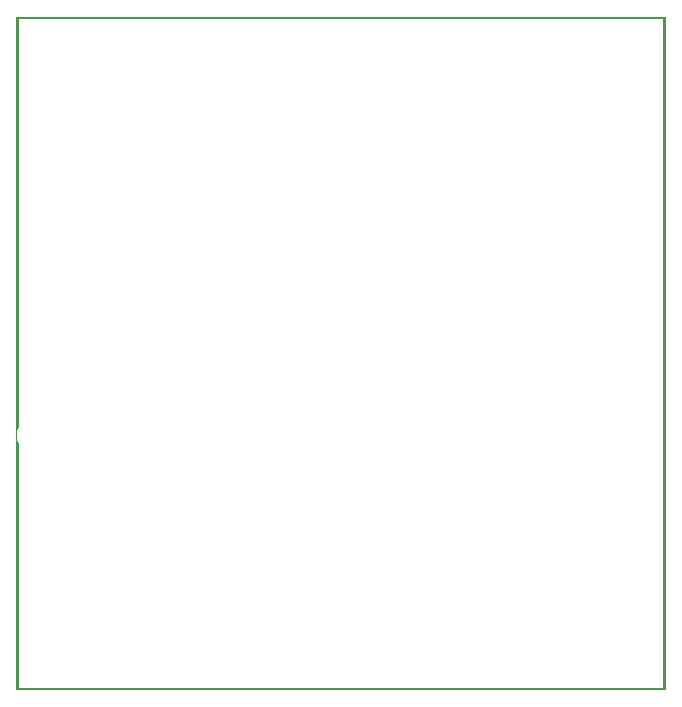
<source format=gbo>
G04 MADE WITH FRITZING*
G04 WWW.FRITZING.ORG*
G04 DOUBLE SIDED*
G04 HOLES PLATED*
G04 CONTOUR ON CENTER OF CONTOUR VECTOR*
%ASAXBY*%
%FSLAX23Y23*%
%MOIN*%
%OFA0B0*%
%SFA1.0B1.0*%
%ADD10R,0.001000X0.001000*%
%LNSILK0*%
G90*
G70*
G54D10*
X0Y2244D02*
X2164Y2244D01*
X0Y2243D02*
X2164Y2243D01*
X0Y2242D02*
X2164Y2242D01*
X0Y2241D02*
X2164Y2241D01*
X0Y2240D02*
X2164Y2240D01*
X0Y2239D02*
X2164Y2239D01*
X0Y2238D02*
X2164Y2238D01*
X0Y2237D02*
X2164Y2237D01*
X0Y2236D02*
X7Y2236D01*
X2157Y2236D02*
X2164Y2236D01*
X0Y2235D02*
X7Y2235D01*
X2157Y2235D02*
X2164Y2235D01*
X0Y2234D02*
X7Y2234D01*
X2157Y2234D02*
X2164Y2234D01*
X0Y2233D02*
X7Y2233D01*
X2157Y2233D02*
X2164Y2233D01*
X0Y2232D02*
X7Y2232D01*
X2157Y2232D02*
X2164Y2232D01*
X0Y2231D02*
X7Y2231D01*
X2157Y2231D02*
X2164Y2231D01*
X0Y2230D02*
X7Y2230D01*
X2157Y2230D02*
X2164Y2230D01*
X0Y2229D02*
X7Y2229D01*
X2157Y2229D02*
X2164Y2229D01*
X0Y2228D02*
X7Y2228D01*
X2157Y2228D02*
X2164Y2228D01*
X0Y2227D02*
X7Y2227D01*
X2157Y2227D02*
X2164Y2227D01*
X0Y2226D02*
X7Y2226D01*
X2157Y2226D02*
X2164Y2226D01*
X0Y2225D02*
X7Y2225D01*
X2157Y2225D02*
X2164Y2225D01*
X0Y2224D02*
X7Y2224D01*
X2157Y2224D02*
X2164Y2224D01*
X0Y2223D02*
X7Y2223D01*
X2157Y2223D02*
X2164Y2223D01*
X0Y2222D02*
X7Y2222D01*
X2157Y2222D02*
X2164Y2222D01*
X0Y2221D02*
X7Y2221D01*
X2157Y2221D02*
X2164Y2221D01*
X0Y2220D02*
X7Y2220D01*
X2157Y2220D02*
X2164Y2220D01*
X0Y2219D02*
X7Y2219D01*
X2157Y2219D02*
X2164Y2219D01*
X0Y2218D02*
X7Y2218D01*
X2157Y2218D02*
X2164Y2218D01*
X0Y2217D02*
X7Y2217D01*
X2157Y2217D02*
X2164Y2217D01*
X0Y2216D02*
X7Y2216D01*
X2157Y2216D02*
X2164Y2216D01*
X0Y2215D02*
X7Y2215D01*
X2157Y2215D02*
X2164Y2215D01*
X0Y2214D02*
X7Y2214D01*
X2157Y2214D02*
X2164Y2214D01*
X0Y2213D02*
X7Y2213D01*
X2157Y2213D02*
X2164Y2213D01*
X0Y2212D02*
X7Y2212D01*
X2157Y2212D02*
X2164Y2212D01*
X0Y2211D02*
X7Y2211D01*
X2157Y2211D02*
X2164Y2211D01*
X0Y2210D02*
X7Y2210D01*
X2157Y2210D02*
X2164Y2210D01*
X0Y2209D02*
X7Y2209D01*
X2157Y2209D02*
X2164Y2209D01*
X0Y2208D02*
X7Y2208D01*
X2157Y2208D02*
X2164Y2208D01*
X0Y2207D02*
X7Y2207D01*
X2157Y2207D02*
X2164Y2207D01*
X0Y2206D02*
X7Y2206D01*
X2157Y2206D02*
X2164Y2206D01*
X0Y2205D02*
X7Y2205D01*
X2157Y2205D02*
X2164Y2205D01*
X0Y2204D02*
X7Y2204D01*
X2157Y2204D02*
X2164Y2204D01*
X0Y2203D02*
X7Y2203D01*
X2157Y2203D02*
X2164Y2203D01*
X0Y2202D02*
X7Y2202D01*
X2157Y2202D02*
X2164Y2202D01*
X0Y2201D02*
X7Y2201D01*
X2157Y2201D02*
X2164Y2201D01*
X0Y2200D02*
X7Y2200D01*
X2157Y2200D02*
X2164Y2200D01*
X0Y2199D02*
X7Y2199D01*
X2157Y2199D02*
X2164Y2199D01*
X0Y2198D02*
X7Y2198D01*
X2157Y2198D02*
X2164Y2198D01*
X0Y2197D02*
X7Y2197D01*
X2157Y2197D02*
X2164Y2197D01*
X0Y2196D02*
X7Y2196D01*
X2157Y2196D02*
X2164Y2196D01*
X0Y2195D02*
X7Y2195D01*
X2157Y2195D02*
X2164Y2195D01*
X0Y2194D02*
X7Y2194D01*
X2157Y2194D02*
X2164Y2194D01*
X0Y2193D02*
X7Y2193D01*
X2157Y2193D02*
X2164Y2193D01*
X0Y2192D02*
X7Y2192D01*
X2157Y2192D02*
X2164Y2192D01*
X0Y2191D02*
X7Y2191D01*
X2157Y2191D02*
X2164Y2191D01*
X0Y2190D02*
X7Y2190D01*
X2157Y2190D02*
X2164Y2190D01*
X0Y2189D02*
X7Y2189D01*
X2157Y2189D02*
X2164Y2189D01*
X0Y2188D02*
X7Y2188D01*
X2157Y2188D02*
X2164Y2188D01*
X0Y2187D02*
X7Y2187D01*
X2157Y2187D02*
X2164Y2187D01*
X0Y2186D02*
X7Y2186D01*
X2157Y2186D02*
X2164Y2186D01*
X0Y2185D02*
X7Y2185D01*
X2157Y2185D02*
X2164Y2185D01*
X0Y2184D02*
X7Y2184D01*
X2157Y2184D02*
X2164Y2184D01*
X0Y2183D02*
X7Y2183D01*
X2157Y2183D02*
X2164Y2183D01*
X0Y2182D02*
X7Y2182D01*
X2157Y2182D02*
X2164Y2182D01*
X0Y2181D02*
X7Y2181D01*
X2157Y2181D02*
X2164Y2181D01*
X0Y2180D02*
X7Y2180D01*
X2157Y2180D02*
X2164Y2180D01*
X0Y2179D02*
X7Y2179D01*
X2157Y2179D02*
X2164Y2179D01*
X0Y2178D02*
X7Y2178D01*
X2157Y2178D02*
X2164Y2178D01*
X0Y2177D02*
X7Y2177D01*
X2157Y2177D02*
X2164Y2177D01*
X0Y2176D02*
X7Y2176D01*
X2157Y2176D02*
X2164Y2176D01*
X0Y2175D02*
X7Y2175D01*
X2157Y2175D02*
X2164Y2175D01*
X0Y2174D02*
X7Y2174D01*
X2157Y2174D02*
X2164Y2174D01*
X0Y2173D02*
X7Y2173D01*
X2157Y2173D02*
X2164Y2173D01*
X0Y2172D02*
X7Y2172D01*
X2157Y2172D02*
X2164Y2172D01*
X0Y2171D02*
X7Y2171D01*
X2157Y2171D02*
X2164Y2171D01*
X0Y2170D02*
X7Y2170D01*
X2157Y2170D02*
X2164Y2170D01*
X0Y2169D02*
X7Y2169D01*
X2157Y2169D02*
X2164Y2169D01*
X0Y2168D02*
X7Y2168D01*
X2157Y2168D02*
X2164Y2168D01*
X0Y2167D02*
X7Y2167D01*
X2157Y2167D02*
X2164Y2167D01*
X0Y2166D02*
X7Y2166D01*
X2157Y2166D02*
X2164Y2166D01*
X0Y2165D02*
X7Y2165D01*
X2157Y2165D02*
X2164Y2165D01*
X0Y2164D02*
X7Y2164D01*
X2157Y2164D02*
X2164Y2164D01*
X0Y2163D02*
X7Y2163D01*
X2157Y2163D02*
X2164Y2163D01*
X0Y2162D02*
X7Y2162D01*
X2157Y2162D02*
X2164Y2162D01*
X0Y2161D02*
X7Y2161D01*
X2157Y2161D02*
X2164Y2161D01*
X0Y2160D02*
X7Y2160D01*
X2157Y2160D02*
X2164Y2160D01*
X0Y2159D02*
X7Y2159D01*
X2157Y2159D02*
X2164Y2159D01*
X0Y2158D02*
X7Y2158D01*
X2157Y2158D02*
X2164Y2158D01*
X0Y2157D02*
X7Y2157D01*
X2157Y2157D02*
X2164Y2157D01*
X0Y2156D02*
X7Y2156D01*
X2157Y2156D02*
X2164Y2156D01*
X0Y2155D02*
X7Y2155D01*
X2157Y2155D02*
X2164Y2155D01*
X0Y2154D02*
X7Y2154D01*
X2157Y2154D02*
X2164Y2154D01*
X0Y2153D02*
X7Y2153D01*
X2157Y2153D02*
X2164Y2153D01*
X0Y2152D02*
X7Y2152D01*
X2157Y2152D02*
X2164Y2152D01*
X0Y2151D02*
X7Y2151D01*
X2157Y2151D02*
X2164Y2151D01*
X0Y2150D02*
X7Y2150D01*
X2157Y2150D02*
X2164Y2150D01*
X0Y2149D02*
X7Y2149D01*
X2157Y2149D02*
X2164Y2149D01*
X0Y2148D02*
X7Y2148D01*
X2157Y2148D02*
X2164Y2148D01*
X0Y2147D02*
X7Y2147D01*
X2157Y2147D02*
X2164Y2147D01*
X0Y2146D02*
X7Y2146D01*
X2157Y2146D02*
X2164Y2146D01*
X0Y2145D02*
X7Y2145D01*
X2157Y2145D02*
X2164Y2145D01*
X0Y2144D02*
X7Y2144D01*
X2157Y2144D02*
X2164Y2144D01*
X0Y2143D02*
X7Y2143D01*
X2157Y2143D02*
X2164Y2143D01*
X0Y2142D02*
X7Y2142D01*
X2157Y2142D02*
X2164Y2142D01*
X0Y2141D02*
X7Y2141D01*
X2157Y2141D02*
X2164Y2141D01*
X0Y2140D02*
X7Y2140D01*
X2157Y2140D02*
X2164Y2140D01*
X0Y2139D02*
X7Y2139D01*
X2157Y2139D02*
X2164Y2139D01*
X0Y2138D02*
X7Y2138D01*
X2157Y2138D02*
X2164Y2138D01*
X0Y2137D02*
X7Y2137D01*
X2157Y2137D02*
X2164Y2137D01*
X0Y2136D02*
X7Y2136D01*
X2157Y2136D02*
X2164Y2136D01*
X0Y2135D02*
X7Y2135D01*
X2157Y2135D02*
X2164Y2135D01*
X0Y2134D02*
X7Y2134D01*
X2157Y2134D02*
X2164Y2134D01*
X0Y2133D02*
X7Y2133D01*
X2157Y2133D02*
X2164Y2133D01*
X0Y2132D02*
X7Y2132D01*
X2157Y2132D02*
X2164Y2132D01*
X0Y2131D02*
X7Y2131D01*
X2157Y2131D02*
X2164Y2131D01*
X0Y2130D02*
X7Y2130D01*
X2157Y2130D02*
X2164Y2130D01*
X0Y2129D02*
X7Y2129D01*
X2157Y2129D02*
X2164Y2129D01*
X0Y2128D02*
X7Y2128D01*
X2157Y2128D02*
X2164Y2128D01*
X0Y2127D02*
X7Y2127D01*
X2157Y2127D02*
X2164Y2127D01*
X0Y2126D02*
X7Y2126D01*
X2157Y2126D02*
X2164Y2126D01*
X0Y2125D02*
X7Y2125D01*
X2157Y2125D02*
X2164Y2125D01*
X0Y2124D02*
X7Y2124D01*
X2157Y2124D02*
X2164Y2124D01*
X0Y2123D02*
X7Y2123D01*
X2157Y2123D02*
X2164Y2123D01*
X0Y2122D02*
X7Y2122D01*
X2157Y2122D02*
X2164Y2122D01*
X0Y2121D02*
X7Y2121D01*
X2157Y2121D02*
X2164Y2121D01*
X0Y2120D02*
X7Y2120D01*
X2157Y2120D02*
X2164Y2120D01*
X0Y2119D02*
X7Y2119D01*
X2157Y2119D02*
X2164Y2119D01*
X0Y2118D02*
X7Y2118D01*
X2157Y2118D02*
X2164Y2118D01*
X0Y2117D02*
X7Y2117D01*
X2157Y2117D02*
X2164Y2117D01*
X0Y2116D02*
X7Y2116D01*
X2157Y2116D02*
X2164Y2116D01*
X0Y2115D02*
X7Y2115D01*
X2157Y2115D02*
X2164Y2115D01*
X0Y2114D02*
X7Y2114D01*
X2157Y2114D02*
X2164Y2114D01*
X0Y2113D02*
X7Y2113D01*
X2157Y2113D02*
X2164Y2113D01*
X0Y2112D02*
X7Y2112D01*
X2157Y2112D02*
X2164Y2112D01*
X0Y2111D02*
X7Y2111D01*
X2157Y2111D02*
X2164Y2111D01*
X0Y2110D02*
X7Y2110D01*
X2157Y2110D02*
X2164Y2110D01*
X0Y2109D02*
X7Y2109D01*
X2157Y2109D02*
X2164Y2109D01*
X0Y2108D02*
X7Y2108D01*
X2157Y2108D02*
X2164Y2108D01*
X0Y2107D02*
X7Y2107D01*
X2157Y2107D02*
X2164Y2107D01*
X0Y2106D02*
X7Y2106D01*
X2157Y2106D02*
X2164Y2106D01*
X0Y2105D02*
X7Y2105D01*
X2157Y2105D02*
X2164Y2105D01*
X0Y2104D02*
X7Y2104D01*
X2157Y2104D02*
X2164Y2104D01*
X0Y2103D02*
X7Y2103D01*
X2157Y2103D02*
X2164Y2103D01*
X0Y2102D02*
X7Y2102D01*
X2157Y2102D02*
X2164Y2102D01*
X0Y2101D02*
X7Y2101D01*
X2157Y2101D02*
X2164Y2101D01*
X0Y2100D02*
X7Y2100D01*
X2157Y2100D02*
X2164Y2100D01*
X0Y2099D02*
X7Y2099D01*
X2157Y2099D02*
X2164Y2099D01*
X0Y2098D02*
X7Y2098D01*
X2157Y2098D02*
X2164Y2098D01*
X0Y2097D02*
X7Y2097D01*
X2157Y2097D02*
X2164Y2097D01*
X0Y2096D02*
X7Y2096D01*
X2157Y2096D02*
X2164Y2096D01*
X0Y2095D02*
X7Y2095D01*
X2157Y2095D02*
X2164Y2095D01*
X0Y2094D02*
X7Y2094D01*
X2157Y2094D02*
X2164Y2094D01*
X0Y2093D02*
X7Y2093D01*
X2157Y2093D02*
X2164Y2093D01*
X0Y2092D02*
X7Y2092D01*
X2157Y2092D02*
X2164Y2092D01*
X0Y2091D02*
X7Y2091D01*
X2157Y2091D02*
X2164Y2091D01*
X0Y2090D02*
X7Y2090D01*
X2157Y2090D02*
X2164Y2090D01*
X0Y2089D02*
X7Y2089D01*
X2157Y2089D02*
X2164Y2089D01*
X0Y2088D02*
X7Y2088D01*
X2157Y2088D02*
X2164Y2088D01*
X0Y2087D02*
X7Y2087D01*
X2157Y2087D02*
X2164Y2087D01*
X0Y2086D02*
X7Y2086D01*
X2157Y2086D02*
X2164Y2086D01*
X0Y2085D02*
X7Y2085D01*
X2157Y2085D02*
X2164Y2085D01*
X0Y2084D02*
X7Y2084D01*
X2157Y2084D02*
X2164Y2084D01*
X0Y2083D02*
X7Y2083D01*
X2157Y2083D02*
X2164Y2083D01*
X0Y2082D02*
X7Y2082D01*
X2157Y2082D02*
X2164Y2082D01*
X0Y2081D02*
X7Y2081D01*
X2157Y2081D02*
X2164Y2081D01*
X0Y2080D02*
X7Y2080D01*
X2157Y2080D02*
X2164Y2080D01*
X0Y2079D02*
X7Y2079D01*
X2157Y2079D02*
X2164Y2079D01*
X0Y2078D02*
X7Y2078D01*
X2157Y2078D02*
X2164Y2078D01*
X0Y2077D02*
X7Y2077D01*
X2157Y2077D02*
X2164Y2077D01*
X0Y2076D02*
X7Y2076D01*
X2157Y2076D02*
X2164Y2076D01*
X0Y2075D02*
X7Y2075D01*
X2157Y2075D02*
X2164Y2075D01*
X0Y2074D02*
X7Y2074D01*
X2157Y2074D02*
X2164Y2074D01*
X0Y2073D02*
X7Y2073D01*
X2157Y2073D02*
X2164Y2073D01*
X0Y2072D02*
X7Y2072D01*
X2157Y2072D02*
X2164Y2072D01*
X0Y2071D02*
X7Y2071D01*
X2157Y2071D02*
X2164Y2071D01*
X0Y2070D02*
X7Y2070D01*
X2157Y2070D02*
X2164Y2070D01*
X0Y2069D02*
X7Y2069D01*
X2157Y2069D02*
X2164Y2069D01*
X0Y2068D02*
X7Y2068D01*
X2157Y2068D02*
X2164Y2068D01*
X0Y2067D02*
X7Y2067D01*
X2157Y2067D02*
X2164Y2067D01*
X0Y2066D02*
X7Y2066D01*
X2157Y2066D02*
X2164Y2066D01*
X0Y2065D02*
X7Y2065D01*
X2157Y2065D02*
X2164Y2065D01*
X0Y2064D02*
X7Y2064D01*
X2157Y2064D02*
X2164Y2064D01*
X0Y2063D02*
X7Y2063D01*
X2157Y2063D02*
X2164Y2063D01*
X0Y2062D02*
X7Y2062D01*
X2157Y2062D02*
X2164Y2062D01*
X0Y2061D02*
X7Y2061D01*
X2157Y2061D02*
X2164Y2061D01*
X0Y2060D02*
X7Y2060D01*
X2157Y2060D02*
X2164Y2060D01*
X0Y2059D02*
X7Y2059D01*
X2157Y2059D02*
X2164Y2059D01*
X0Y2058D02*
X7Y2058D01*
X2157Y2058D02*
X2164Y2058D01*
X0Y2057D02*
X7Y2057D01*
X2157Y2057D02*
X2164Y2057D01*
X0Y2056D02*
X7Y2056D01*
X2157Y2056D02*
X2164Y2056D01*
X0Y2055D02*
X7Y2055D01*
X2157Y2055D02*
X2164Y2055D01*
X0Y2054D02*
X7Y2054D01*
X2157Y2054D02*
X2164Y2054D01*
X0Y2053D02*
X7Y2053D01*
X2157Y2053D02*
X2164Y2053D01*
X0Y2052D02*
X7Y2052D01*
X2157Y2052D02*
X2164Y2052D01*
X0Y2051D02*
X7Y2051D01*
X2157Y2051D02*
X2164Y2051D01*
X0Y2050D02*
X7Y2050D01*
X2157Y2050D02*
X2164Y2050D01*
X0Y2049D02*
X7Y2049D01*
X2157Y2049D02*
X2164Y2049D01*
X0Y2048D02*
X7Y2048D01*
X2157Y2048D02*
X2164Y2048D01*
X0Y2047D02*
X7Y2047D01*
X2157Y2047D02*
X2164Y2047D01*
X0Y2046D02*
X7Y2046D01*
X2157Y2046D02*
X2164Y2046D01*
X0Y2045D02*
X7Y2045D01*
X2157Y2045D02*
X2164Y2045D01*
X0Y2044D02*
X7Y2044D01*
X2157Y2044D02*
X2164Y2044D01*
X0Y2043D02*
X7Y2043D01*
X2157Y2043D02*
X2164Y2043D01*
X0Y2042D02*
X7Y2042D01*
X2157Y2042D02*
X2164Y2042D01*
X0Y2041D02*
X7Y2041D01*
X2157Y2041D02*
X2164Y2041D01*
X0Y2040D02*
X7Y2040D01*
X2157Y2040D02*
X2164Y2040D01*
X0Y2039D02*
X7Y2039D01*
X2157Y2039D02*
X2164Y2039D01*
X0Y2038D02*
X7Y2038D01*
X2157Y2038D02*
X2164Y2038D01*
X0Y2037D02*
X7Y2037D01*
X2157Y2037D02*
X2164Y2037D01*
X0Y2036D02*
X7Y2036D01*
X2157Y2036D02*
X2164Y2036D01*
X0Y2035D02*
X7Y2035D01*
X2157Y2035D02*
X2164Y2035D01*
X0Y2034D02*
X7Y2034D01*
X2157Y2034D02*
X2164Y2034D01*
X0Y2033D02*
X7Y2033D01*
X2157Y2033D02*
X2164Y2033D01*
X0Y2032D02*
X7Y2032D01*
X2157Y2032D02*
X2164Y2032D01*
X0Y2031D02*
X7Y2031D01*
X2157Y2031D02*
X2164Y2031D01*
X0Y2030D02*
X7Y2030D01*
X2157Y2030D02*
X2164Y2030D01*
X0Y2029D02*
X7Y2029D01*
X2157Y2029D02*
X2164Y2029D01*
X0Y2028D02*
X7Y2028D01*
X2157Y2028D02*
X2164Y2028D01*
X0Y2027D02*
X7Y2027D01*
X2157Y2027D02*
X2164Y2027D01*
X0Y2026D02*
X7Y2026D01*
X2157Y2026D02*
X2164Y2026D01*
X0Y2025D02*
X7Y2025D01*
X2157Y2025D02*
X2164Y2025D01*
X0Y2024D02*
X7Y2024D01*
X2157Y2024D02*
X2164Y2024D01*
X0Y2023D02*
X7Y2023D01*
X2157Y2023D02*
X2164Y2023D01*
X0Y2022D02*
X7Y2022D01*
X2157Y2022D02*
X2164Y2022D01*
X0Y2021D02*
X7Y2021D01*
X2157Y2021D02*
X2164Y2021D01*
X0Y2020D02*
X7Y2020D01*
X2157Y2020D02*
X2164Y2020D01*
X0Y2019D02*
X7Y2019D01*
X2157Y2019D02*
X2164Y2019D01*
X0Y2018D02*
X7Y2018D01*
X2157Y2018D02*
X2164Y2018D01*
X0Y2017D02*
X7Y2017D01*
X2157Y2017D02*
X2164Y2017D01*
X0Y2016D02*
X7Y2016D01*
X2157Y2016D02*
X2164Y2016D01*
X0Y2015D02*
X7Y2015D01*
X2157Y2015D02*
X2164Y2015D01*
X0Y2014D02*
X7Y2014D01*
X2157Y2014D02*
X2164Y2014D01*
X0Y2013D02*
X7Y2013D01*
X2157Y2013D02*
X2164Y2013D01*
X0Y2012D02*
X7Y2012D01*
X2157Y2012D02*
X2164Y2012D01*
X0Y2011D02*
X7Y2011D01*
X2157Y2011D02*
X2164Y2011D01*
X0Y2010D02*
X7Y2010D01*
X2157Y2010D02*
X2164Y2010D01*
X0Y2009D02*
X7Y2009D01*
X2157Y2009D02*
X2164Y2009D01*
X0Y2008D02*
X7Y2008D01*
X2157Y2008D02*
X2164Y2008D01*
X0Y2007D02*
X7Y2007D01*
X2157Y2007D02*
X2164Y2007D01*
X0Y2006D02*
X7Y2006D01*
X2157Y2006D02*
X2164Y2006D01*
X0Y2005D02*
X7Y2005D01*
X2157Y2005D02*
X2164Y2005D01*
X0Y2004D02*
X7Y2004D01*
X2157Y2004D02*
X2164Y2004D01*
X0Y2003D02*
X7Y2003D01*
X2157Y2003D02*
X2164Y2003D01*
X0Y2002D02*
X7Y2002D01*
X2157Y2002D02*
X2164Y2002D01*
X0Y2001D02*
X7Y2001D01*
X2157Y2001D02*
X2164Y2001D01*
X0Y2000D02*
X7Y2000D01*
X2157Y2000D02*
X2164Y2000D01*
X0Y1999D02*
X7Y1999D01*
X2157Y1999D02*
X2164Y1999D01*
X0Y1998D02*
X7Y1998D01*
X2157Y1998D02*
X2164Y1998D01*
X0Y1997D02*
X7Y1997D01*
X2157Y1997D02*
X2164Y1997D01*
X0Y1996D02*
X7Y1996D01*
X2157Y1996D02*
X2164Y1996D01*
X0Y1995D02*
X7Y1995D01*
X2157Y1995D02*
X2164Y1995D01*
X0Y1994D02*
X7Y1994D01*
X2157Y1994D02*
X2164Y1994D01*
X0Y1993D02*
X7Y1993D01*
X2157Y1993D02*
X2164Y1993D01*
X0Y1992D02*
X7Y1992D01*
X2157Y1992D02*
X2164Y1992D01*
X0Y1991D02*
X7Y1991D01*
X2157Y1991D02*
X2164Y1991D01*
X0Y1990D02*
X7Y1990D01*
X2157Y1990D02*
X2164Y1990D01*
X0Y1989D02*
X7Y1989D01*
X2157Y1989D02*
X2164Y1989D01*
X0Y1988D02*
X7Y1988D01*
X2157Y1988D02*
X2164Y1988D01*
X0Y1987D02*
X7Y1987D01*
X2157Y1987D02*
X2164Y1987D01*
X0Y1986D02*
X7Y1986D01*
X2157Y1986D02*
X2164Y1986D01*
X0Y1985D02*
X7Y1985D01*
X2157Y1985D02*
X2164Y1985D01*
X0Y1984D02*
X7Y1984D01*
X2157Y1984D02*
X2164Y1984D01*
X0Y1983D02*
X7Y1983D01*
X2157Y1983D02*
X2164Y1983D01*
X0Y1982D02*
X7Y1982D01*
X2157Y1982D02*
X2164Y1982D01*
X0Y1981D02*
X7Y1981D01*
X2157Y1981D02*
X2164Y1981D01*
X0Y1980D02*
X7Y1980D01*
X2157Y1980D02*
X2164Y1980D01*
X0Y1979D02*
X7Y1979D01*
X2157Y1979D02*
X2164Y1979D01*
X0Y1978D02*
X7Y1978D01*
X2157Y1978D02*
X2164Y1978D01*
X0Y1977D02*
X7Y1977D01*
X2157Y1977D02*
X2164Y1977D01*
X0Y1976D02*
X7Y1976D01*
X2157Y1976D02*
X2164Y1976D01*
X0Y1975D02*
X7Y1975D01*
X2157Y1975D02*
X2164Y1975D01*
X0Y1974D02*
X7Y1974D01*
X2157Y1974D02*
X2164Y1974D01*
X0Y1973D02*
X7Y1973D01*
X2157Y1973D02*
X2164Y1973D01*
X0Y1972D02*
X7Y1972D01*
X2157Y1972D02*
X2164Y1972D01*
X0Y1971D02*
X7Y1971D01*
X2157Y1971D02*
X2164Y1971D01*
X0Y1970D02*
X7Y1970D01*
X2157Y1970D02*
X2164Y1970D01*
X0Y1969D02*
X7Y1969D01*
X2157Y1969D02*
X2164Y1969D01*
X0Y1968D02*
X7Y1968D01*
X2157Y1968D02*
X2164Y1968D01*
X0Y1967D02*
X7Y1967D01*
X2157Y1967D02*
X2164Y1967D01*
X0Y1966D02*
X7Y1966D01*
X2157Y1966D02*
X2164Y1966D01*
X0Y1965D02*
X7Y1965D01*
X2157Y1965D02*
X2164Y1965D01*
X0Y1964D02*
X7Y1964D01*
X2157Y1964D02*
X2164Y1964D01*
X0Y1963D02*
X7Y1963D01*
X2157Y1963D02*
X2164Y1963D01*
X0Y1962D02*
X7Y1962D01*
X2157Y1962D02*
X2164Y1962D01*
X0Y1961D02*
X7Y1961D01*
X2157Y1961D02*
X2164Y1961D01*
X0Y1960D02*
X7Y1960D01*
X2157Y1960D02*
X2164Y1960D01*
X0Y1959D02*
X7Y1959D01*
X2157Y1959D02*
X2164Y1959D01*
X0Y1958D02*
X7Y1958D01*
X2157Y1958D02*
X2164Y1958D01*
X0Y1957D02*
X7Y1957D01*
X2157Y1957D02*
X2164Y1957D01*
X0Y1956D02*
X7Y1956D01*
X2157Y1956D02*
X2164Y1956D01*
X0Y1955D02*
X7Y1955D01*
X2157Y1955D02*
X2164Y1955D01*
X0Y1954D02*
X7Y1954D01*
X2157Y1954D02*
X2164Y1954D01*
X0Y1953D02*
X7Y1953D01*
X2157Y1953D02*
X2164Y1953D01*
X0Y1952D02*
X7Y1952D01*
X2157Y1952D02*
X2164Y1952D01*
X0Y1951D02*
X7Y1951D01*
X2157Y1951D02*
X2164Y1951D01*
X0Y1950D02*
X7Y1950D01*
X2157Y1950D02*
X2164Y1950D01*
X0Y1949D02*
X7Y1949D01*
X2157Y1949D02*
X2164Y1949D01*
X0Y1948D02*
X7Y1948D01*
X2157Y1948D02*
X2164Y1948D01*
X0Y1947D02*
X7Y1947D01*
X2157Y1947D02*
X2164Y1947D01*
X0Y1946D02*
X7Y1946D01*
X2157Y1946D02*
X2164Y1946D01*
X0Y1945D02*
X7Y1945D01*
X2157Y1945D02*
X2164Y1945D01*
X0Y1944D02*
X7Y1944D01*
X2157Y1944D02*
X2164Y1944D01*
X0Y1943D02*
X7Y1943D01*
X2157Y1943D02*
X2164Y1943D01*
X0Y1942D02*
X7Y1942D01*
X2157Y1942D02*
X2164Y1942D01*
X0Y1941D02*
X7Y1941D01*
X2157Y1941D02*
X2164Y1941D01*
X0Y1940D02*
X7Y1940D01*
X2157Y1940D02*
X2164Y1940D01*
X0Y1939D02*
X7Y1939D01*
X2157Y1939D02*
X2164Y1939D01*
X0Y1938D02*
X7Y1938D01*
X2157Y1938D02*
X2164Y1938D01*
X0Y1937D02*
X7Y1937D01*
X2157Y1937D02*
X2164Y1937D01*
X0Y1936D02*
X7Y1936D01*
X2157Y1936D02*
X2164Y1936D01*
X0Y1935D02*
X7Y1935D01*
X2157Y1935D02*
X2164Y1935D01*
X0Y1934D02*
X7Y1934D01*
X2157Y1934D02*
X2164Y1934D01*
X0Y1933D02*
X7Y1933D01*
X2157Y1933D02*
X2164Y1933D01*
X0Y1932D02*
X7Y1932D01*
X2157Y1932D02*
X2164Y1932D01*
X0Y1931D02*
X7Y1931D01*
X2157Y1931D02*
X2164Y1931D01*
X0Y1930D02*
X7Y1930D01*
X2157Y1930D02*
X2164Y1930D01*
X0Y1929D02*
X7Y1929D01*
X2157Y1929D02*
X2164Y1929D01*
X0Y1928D02*
X7Y1928D01*
X2157Y1928D02*
X2164Y1928D01*
X0Y1927D02*
X7Y1927D01*
X2157Y1927D02*
X2164Y1927D01*
X0Y1926D02*
X7Y1926D01*
X2157Y1926D02*
X2164Y1926D01*
X0Y1925D02*
X7Y1925D01*
X2157Y1925D02*
X2164Y1925D01*
X0Y1924D02*
X7Y1924D01*
X2157Y1924D02*
X2164Y1924D01*
X0Y1923D02*
X7Y1923D01*
X2157Y1923D02*
X2164Y1923D01*
X0Y1922D02*
X7Y1922D01*
X2157Y1922D02*
X2164Y1922D01*
X0Y1921D02*
X7Y1921D01*
X2157Y1921D02*
X2164Y1921D01*
X0Y1920D02*
X7Y1920D01*
X2157Y1920D02*
X2164Y1920D01*
X0Y1919D02*
X7Y1919D01*
X2157Y1919D02*
X2164Y1919D01*
X0Y1918D02*
X7Y1918D01*
X2157Y1918D02*
X2164Y1918D01*
X0Y1917D02*
X7Y1917D01*
X2157Y1917D02*
X2164Y1917D01*
X0Y1916D02*
X7Y1916D01*
X2157Y1916D02*
X2164Y1916D01*
X0Y1915D02*
X7Y1915D01*
X2157Y1915D02*
X2164Y1915D01*
X0Y1914D02*
X7Y1914D01*
X2157Y1914D02*
X2164Y1914D01*
X0Y1913D02*
X7Y1913D01*
X2157Y1913D02*
X2164Y1913D01*
X0Y1912D02*
X7Y1912D01*
X2157Y1912D02*
X2164Y1912D01*
X0Y1911D02*
X7Y1911D01*
X2157Y1911D02*
X2164Y1911D01*
X0Y1910D02*
X7Y1910D01*
X2157Y1910D02*
X2164Y1910D01*
X0Y1909D02*
X7Y1909D01*
X2157Y1909D02*
X2164Y1909D01*
X0Y1908D02*
X7Y1908D01*
X2157Y1908D02*
X2164Y1908D01*
X0Y1907D02*
X7Y1907D01*
X2157Y1907D02*
X2164Y1907D01*
X0Y1906D02*
X7Y1906D01*
X2157Y1906D02*
X2164Y1906D01*
X0Y1905D02*
X7Y1905D01*
X2157Y1905D02*
X2164Y1905D01*
X0Y1904D02*
X7Y1904D01*
X2157Y1904D02*
X2164Y1904D01*
X0Y1903D02*
X7Y1903D01*
X2157Y1903D02*
X2164Y1903D01*
X0Y1902D02*
X7Y1902D01*
X2157Y1902D02*
X2164Y1902D01*
X0Y1901D02*
X7Y1901D01*
X2157Y1901D02*
X2164Y1901D01*
X0Y1900D02*
X7Y1900D01*
X2157Y1900D02*
X2164Y1900D01*
X0Y1899D02*
X7Y1899D01*
X2157Y1899D02*
X2164Y1899D01*
X0Y1898D02*
X7Y1898D01*
X2157Y1898D02*
X2164Y1898D01*
X0Y1897D02*
X7Y1897D01*
X2157Y1897D02*
X2164Y1897D01*
X0Y1896D02*
X7Y1896D01*
X2157Y1896D02*
X2164Y1896D01*
X0Y1895D02*
X7Y1895D01*
X2157Y1895D02*
X2164Y1895D01*
X0Y1894D02*
X7Y1894D01*
X2157Y1894D02*
X2164Y1894D01*
X0Y1893D02*
X7Y1893D01*
X2157Y1893D02*
X2164Y1893D01*
X0Y1892D02*
X7Y1892D01*
X2157Y1892D02*
X2164Y1892D01*
X0Y1891D02*
X7Y1891D01*
X2157Y1891D02*
X2164Y1891D01*
X0Y1890D02*
X7Y1890D01*
X2157Y1890D02*
X2164Y1890D01*
X0Y1889D02*
X7Y1889D01*
X2157Y1889D02*
X2164Y1889D01*
X0Y1888D02*
X7Y1888D01*
X2157Y1888D02*
X2164Y1888D01*
X0Y1887D02*
X7Y1887D01*
X2157Y1887D02*
X2164Y1887D01*
X0Y1886D02*
X7Y1886D01*
X2157Y1886D02*
X2164Y1886D01*
X0Y1885D02*
X7Y1885D01*
X2157Y1885D02*
X2164Y1885D01*
X0Y1884D02*
X7Y1884D01*
X2157Y1884D02*
X2164Y1884D01*
X0Y1883D02*
X7Y1883D01*
X2157Y1883D02*
X2164Y1883D01*
X0Y1882D02*
X7Y1882D01*
X2157Y1882D02*
X2164Y1882D01*
X0Y1881D02*
X7Y1881D01*
X2157Y1881D02*
X2164Y1881D01*
X0Y1880D02*
X7Y1880D01*
X2157Y1880D02*
X2164Y1880D01*
X0Y1879D02*
X7Y1879D01*
X2157Y1879D02*
X2164Y1879D01*
X0Y1878D02*
X7Y1878D01*
X2157Y1878D02*
X2164Y1878D01*
X0Y1877D02*
X7Y1877D01*
X2157Y1877D02*
X2164Y1877D01*
X0Y1876D02*
X7Y1876D01*
X2157Y1876D02*
X2164Y1876D01*
X0Y1875D02*
X7Y1875D01*
X2157Y1875D02*
X2164Y1875D01*
X0Y1874D02*
X7Y1874D01*
X2157Y1874D02*
X2164Y1874D01*
X0Y1873D02*
X7Y1873D01*
X2157Y1873D02*
X2164Y1873D01*
X0Y1872D02*
X7Y1872D01*
X2157Y1872D02*
X2164Y1872D01*
X0Y1871D02*
X7Y1871D01*
X2157Y1871D02*
X2164Y1871D01*
X0Y1870D02*
X7Y1870D01*
X2157Y1870D02*
X2164Y1870D01*
X0Y1869D02*
X7Y1869D01*
X2157Y1869D02*
X2164Y1869D01*
X0Y1868D02*
X7Y1868D01*
X2157Y1868D02*
X2164Y1868D01*
X0Y1867D02*
X7Y1867D01*
X2157Y1867D02*
X2164Y1867D01*
X0Y1866D02*
X7Y1866D01*
X2157Y1866D02*
X2164Y1866D01*
X0Y1865D02*
X7Y1865D01*
X2157Y1865D02*
X2164Y1865D01*
X0Y1864D02*
X7Y1864D01*
X2157Y1864D02*
X2164Y1864D01*
X0Y1863D02*
X7Y1863D01*
X2157Y1863D02*
X2164Y1863D01*
X0Y1862D02*
X7Y1862D01*
X2157Y1862D02*
X2164Y1862D01*
X0Y1861D02*
X7Y1861D01*
X2157Y1861D02*
X2164Y1861D01*
X0Y1860D02*
X7Y1860D01*
X2157Y1860D02*
X2164Y1860D01*
X0Y1859D02*
X7Y1859D01*
X2157Y1859D02*
X2164Y1859D01*
X0Y1858D02*
X7Y1858D01*
X2157Y1858D02*
X2164Y1858D01*
X0Y1857D02*
X7Y1857D01*
X2157Y1857D02*
X2164Y1857D01*
X0Y1856D02*
X7Y1856D01*
X2157Y1856D02*
X2164Y1856D01*
X0Y1855D02*
X7Y1855D01*
X2157Y1855D02*
X2164Y1855D01*
X0Y1854D02*
X7Y1854D01*
X2157Y1854D02*
X2164Y1854D01*
X0Y1853D02*
X7Y1853D01*
X2157Y1853D02*
X2164Y1853D01*
X0Y1852D02*
X7Y1852D01*
X2157Y1852D02*
X2164Y1852D01*
X0Y1851D02*
X7Y1851D01*
X2157Y1851D02*
X2164Y1851D01*
X0Y1850D02*
X7Y1850D01*
X2157Y1850D02*
X2164Y1850D01*
X0Y1849D02*
X7Y1849D01*
X2157Y1849D02*
X2164Y1849D01*
X0Y1848D02*
X7Y1848D01*
X2157Y1848D02*
X2164Y1848D01*
X0Y1847D02*
X7Y1847D01*
X2157Y1847D02*
X2164Y1847D01*
X0Y1846D02*
X7Y1846D01*
X2157Y1846D02*
X2164Y1846D01*
X0Y1845D02*
X7Y1845D01*
X2157Y1845D02*
X2164Y1845D01*
X0Y1844D02*
X7Y1844D01*
X2157Y1844D02*
X2164Y1844D01*
X0Y1843D02*
X7Y1843D01*
X2157Y1843D02*
X2164Y1843D01*
X0Y1842D02*
X7Y1842D01*
X2157Y1842D02*
X2164Y1842D01*
X0Y1841D02*
X7Y1841D01*
X2157Y1841D02*
X2164Y1841D01*
X0Y1840D02*
X7Y1840D01*
X2157Y1840D02*
X2164Y1840D01*
X0Y1839D02*
X7Y1839D01*
X2157Y1839D02*
X2164Y1839D01*
X0Y1838D02*
X7Y1838D01*
X2157Y1838D02*
X2164Y1838D01*
X0Y1837D02*
X7Y1837D01*
X2157Y1837D02*
X2164Y1837D01*
X0Y1836D02*
X7Y1836D01*
X2157Y1836D02*
X2164Y1836D01*
X0Y1835D02*
X7Y1835D01*
X2157Y1835D02*
X2164Y1835D01*
X0Y1834D02*
X7Y1834D01*
X2157Y1834D02*
X2164Y1834D01*
X0Y1833D02*
X7Y1833D01*
X2157Y1833D02*
X2164Y1833D01*
X0Y1832D02*
X7Y1832D01*
X2157Y1832D02*
X2164Y1832D01*
X0Y1831D02*
X7Y1831D01*
X2157Y1831D02*
X2164Y1831D01*
X0Y1830D02*
X7Y1830D01*
X2157Y1830D02*
X2164Y1830D01*
X0Y1829D02*
X7Y1829D01*
X2157Y1829D02*
X2164Y1829D01*
X0Y1828D02*
X7Y1828D01*
X2157Y1828D02*
X2164Y1828D01*
X0Y1827D02*
X7Y1827D01*
X2157Y1827D02*
X2164Y1827D01*
X0Y1826D02*
X7Y1826D01*
X2157Y1826D02*
X2164Y1826D01*
X0Y1825D02*
X7Y1825D01*
X2157Y1825D02*
X2164Y1825D01*
X0Y1824D02*
X7Y1824D01*
X2157Y1824D02*
X2164Y1824D01*
X0Y1823D02*
X7Y1823D01*
X2157Y1823D02*
X2164Y1823D01*
X0Y1822D02*
X7Y1822D01*
X2157Y1822D02*
X2164Y1822D01*
X0Y1821D02*
X7Y1821D01*
X2157Y1821D02*
X2164Y1821D01*
X0Y1820D02*
X7Y1820D01*
X2157Y1820D02*
X2164Y1820D01*
X0Y1819D02*
X7Y1819D01*
X2157Y1819D02*
X2164Y1819D01*
X0Y1818D02*
X7Y1818D01*
X2157Y1818D02*
X2164Y1818D01*
X0Y1817D02*
X7Y1817D01*
X2157Y1817D02*
X2164Y1817D01*
X0Y1816D02*
X7Y1816D01*
X2157Y1816D02*
X2164Y1816D01*
X0Y1815D02*
X7Y1815D01*
X2157Y1815D02*
X2164Y1815D01*
X0Y1814D02*
X7Y1814D01*
X2157Y1814D02*
X2164Y1814D01*
X0Y1813D02*
X7Y1813D01*
X2157Y1813D02*
X2164Y1813D01*
X0Y1812D02*
X7Y1812D01*
X2157Y1812D02*
X2164Y1812D01*
X0Y1811D02*
X7Y1811D01*
X2157Y1811D02*
X2164Y1811D01*
X0Y1810D02*
X7Y1810D01*
X2157Y1810D02*
X2164Y1810D01*
X0Y1809D02*
X7Y1809D01*
X2157Y1809D02*
X2164Y1809D01*
X0Y1808D02*
X7Y1808D01*
X2157Y1808D02*
X2164Y1808D01*
X0Y1807D02*
X7Y1807D01*
X2157Y1807D02*
X2164Y1807D01*
X0Y1806D02*
X7Y1806D01*
X2157Y1806D02*
X2164Y1806D01*
X0Y1805D02*
X7Y1805D01*
X2157Y1805D02*
X2164Y1805D01*
X0Y1804D02*
X7Y1804D01*
X2157Y1804D02*
X2164Y1804D01*
X0Y1803D02*
X7Y1803D01*
X2157Y1803D02*
X2164Y1803D01*
X0Y1802D02*
X7Y1802D01*
X2157Y1802D02*
X2164Y1802D01*
X0Y1801D02*
X7Y1801D01*
X2157Y1801D02*
X2164Y1801D01*
X0Y1800D02*
X7Y1800D01*
X2157Y1800D02*
X2164Y1800D01*
X0Y1799D02*
X7Y1799D01*
X2157Y1799D02*
X2164Y1799D01*
X0Y1798D02*
X7Y1798D01*
X2157Y1798D02*
X2164Y1798D01*
X0Y1797D02*
X7Y1797D01*
X2157Y1797D02*
X2164Y1797D01*
X0Y1796D02*
X7Y1796D01*
X2157Y1796D02*
X2164Y1796D01*
X0Y1795D02*
X7Y1795D01*
X2157Y1795D02*
X2164Y1795D01*
X0Y1794D02*
X7Y1794D01*
X2157Y1794D02*
X2164Y1794D01*
X0Y1793D02*
X7Y1793D01*
X2157Y1793D02*
X2164Y1793D01*
X0Y1792D02*
X7Y1792D01*
X2157Y1792D02*
X2164Y1792D01*
X0Y1791D02*
X7Y1791D01*
X2157Y1791D02*
X2164Y1791D01*
X0Y1790D02*
X7Y1790D01*
X2157Y1790D02*
X2164Y1790D01*
X0Y1789D02*
X7Y1789D01*
X2157Y1789D02*
X2164Y1789D01*
X0Y1788D02*
X7Y1788D01*
X2157Y1788D02*
X2164Y1788D01*
X0Y1787D02*
X7Y1787D01*
X2157Y1787D02*
X2164Y1787D01*
X0Y1786D02*
X7Y1786D01*
X2157Y1786D02*
X2164Y1786D01*
X0Y1785D02*
X7Y1785D01*
X2157Y1785D02*
X2164Y1785D01*
X0Y1784D02*
X7Y1784D01*
X2157Y1784D02*
X2164Y1784D01*
X0Y1783D02*
X7Y1783D01*
X2157Y1783D02*
X2164Y1783D01*
X0Y1782D02*
X7Y1782D01*
X2157Y1782D02*
X2164Y1782D01*
X0Y1781D02*
X7Y1781D01*
X2157Y1781D02*
X2164Y1781D01*
X0Y1780D02*
X7Y1780D01*
X2157Y1780D02*
X2164Y1780D01*
X0Y1779D02*
X7Y1779D01*
X2157Y1779D02*
X2164Y1779D01*
X0Y1778D02*
X7Y1778D01*
X2157Y1778D02*
X2164Y1778D01*
X0Y1777D02*
X7Y1777D01*
X2157Y1777D02*
X2164Y1777D01*
X0Y1776D02*
X7Y1776D01*
X2157Y1776D02*
X2164Y1776D01*
X0Y1775D02*
X7Y1775D01*
X2157Y1775D02*
X2164Y1775D01*
X0Y1774D02*
X7Y1774D01*
X2157Y1774D02*
X2164Y1774D01*
X0Y1773D02*
X7Y1773D01*
X2157Y1773D02*
X2164Y1773D01*
X0Y1772D02*
X7Y1772D01*
X2157Y1772D02*
X2164Y1772D01*
X0Y1771D02*
X7Y1771D01*
X2157Y1771D02*
X2164Y1771D01*
X0Y1770D02*
X7Y1770D01*
X2157Y1770D02*
X2164Y1770D01*
X0Y1769D02*
X7Y1769D01*
X2157Y1769D02*
X2164Y1769D01*
X0Y1768D02*
X7Y1768D01*
X2157Y1768D02*
X2164Y1768D01*
X0Y1767D02*
X7Y1767D01*
X2157Y1767D02*
X2164Y1767D01*
X0Y1766D02*
X7Y1766D01*
X2157Y1766D02*
X2164Y1766D01*
X0Y1765D02*
X7Y1765D01*
X2157Y1765D02*
X2164Y1765D01*
X0Y1764D02*
X7Y1764D01*
X2157Y1764D02*
X2164Y1764D01*
X0Y1763D02*
X7Y1763D01*
X2157Y1763D02*
X2164Y1763D01*
X0Y1762D02*
X7Y1762D01*
X2157Y1762D02*
X2164Y1762D01*
X0Y1761D02*
X7Y1761D01*
X2157Y1761D02*
X2164Y1761D01*
X0Y1760D02*
X7Y1760D01*
X2157Y1760D02*
X2164Y1760D01*
X0Y1759D02*
X7Y1759D01*
X2157Y1759D02*
X2164Y1759D01*
X0Y1758D02*
X7Y1758D01*
X2157Y1758D02*
X2164Y1758D01*
X0Y1757D02*
X7Y1757D01*
X2157Y1757D02*
X2164Y1757D01*
X0Y1756D02*
X7Y1756D01*
X2157Y1756D02*
X2164Y1756D01*
X0Y1755D02*
X7Y1755D01*
X2157Y1755D02*
X2164Y1755D01*
X0Y1754D02*
X7Y1754D01*
X2157Y1754D02*
X2164Y1754D01*
X0Y1753D02*
X7Y1753D01*
X2157Y1753D02*
X2164Y1753D01*
X0Y1752D02*
X7Y1752D01*
X2157Y1752D02*
X2164Y1752D01*
X0Y1751D02*
X7Y1751D01*
X2157Y1751D02*
X2164Y1751D01*
X0Y1750D02*
X7Y1750D01*
X2157Y1750D02*
X2164Y1750D01*
X0Y1749D02*
X7Y1749D01*
X2157Y1749D02*
X2164Y1749D01*
X0Y1748D02*
X7Y1748D01*
X2157Y1748D02*
X2164Y1748D01*
X0Y1747D02*
X7Y1747D01*
X2157Y1747D02*
X2164Y1747D01*
X0Y1746D02*
X7Y1746D01*
X2157Y1746D02*
X2164Y1746D01*
X0Y1745D02*
X7Y1745D01*
X2157Y1745D02*
X2164Y1745D01*
X0Y1744D02*
X7Y1744D01*
X2157Y1744D02*
X2164Y1744D01*
X0Y1743D02*
X7Y1743D01*
X2157Y1743D02*
X2164Y1743D01*
X0Y1742D02*
X7Y1742D01*
X2157Y1742D02*
X2164Y1742D01*
X0Y1741D02*
X7Y1741D01*
X2157Y1741D02*
X2164Y1741D01*
X0Y1740D02*
X7Y1740D01*
X2157Y1740D02*
X2164Y1740D01*
X0Y1739D02*
X7Y1739D01*
X2157Y1739D02*
X2164Y1739D01*
X0Y1738D02*
X7Y1738D01*
X2157Y1738D02*
X2164Y1738D01*
X0Y1737D02*
X7Y1737D01*
X2157Y1737D02*
X2164Y1737D01*
X0Y1736D02*
X7Y1736D01*
X2157Y1736D02*
X2164Y1736D01*
X0Y1735D02*
X7Y1735D01*
X2157Y1735D02*
X2164Y1735D01*
X0Y1734D02*
X7Y1734D01*
X2157Y1734D02*
X2164Y1734D01*
X0Y1733D02*
X7Y1733D01*
X2157Y1733D02*
X2164Y1733D01*
X0Y1732D02*
X7Y1732D01*
X2157Y1732D02*
X2164Y1732D01*
X0Y1731D02*
X7Y1731D01*
X2157Y1731D02*
X2164Y1731D01*
X0Y1730D02*
X7Y1730D01*
X2157Y1730D02*
X2164Y1730D01*
X0Y1729D02*
X7Y1729D01*
X2157Y1729D02*
X2164Y1729D01*
X0Y1728D02*
X7Y1728D01*
X2157Y1728D02*
X2164Y1728D01*
X0Y1727D02*
X7Y1727D01*
X2157Y1727D02*
X2164Y1727D01*
X0Y1726D02*
X7Y1726D01*
X2157Y1726D02*
X2164Y1726D01*
X0Y1725D02*
X7Y1725D01*
X2157Y1725D02*
X2164Y1725D01*
X0Y1724D02*
X7Y1724D01*
X2157Y1724D02*
X2164Y1724D01*
X0Y1723D02*
X7Y1723D01*
X2157Y1723D02*
X2164Y1723D01*
X0Y1722D02*
X7Y1722D01*
X2157Y1722D02*
X2164Y1722D01*
X0Y1721D02*
X7Y1721D01*
X2157Y1721D02*
X2164Y1721D01*
X0Y1720D02*
X7Y1720D01*
X2157Y1720D02*
X2164Y1720D01*
X0Y1719D02*
X7Y1719D01*
X2157Y1719D02*
X2164Y1719D01*
X0Y1718D02*
X7Y1718D01*
X2157Y1718D02*
X2164Y1718D01*
X0Y1717D02*
X7Y1717D01*
X2157Y1717D02*
X2164Y1717D01*
X0Y1716D02*
X7Y1716D01*
X2157Y1716D02*
X2164Y1716D01*
X0Y1715D02*
X7Y1715D01*
X2157Y1715D02*
X2164Y1715D01*
X0Y1714D02*
X7Y1714D01*
X2157Y1714D02*
X2164Y1714D01*
X0Y1713D02*
X7Y1713D01*
X2157Y1713D02*
X2164Y1713D01*
X0Y1712D02*
X7Y1712D01*
X2157Y1712D02*
X2164Y1712D01*
X0Y1711D02*
X7Y1711D01*
X2157Y1711D02*
X2164Y1711D01*
X0Y1710D02*
X7Y1710D01*
X2157Y1710D02*
X2164Y1710D01*
X0Y1709D02*
X7Y1709D01*
X2157Y1709D02*
X2164Y1709D01*
X0Y1708D02*
X7Y1708D01*
X2157Y1708D02*
X2164Y1708D01*
X0Y1707D02*
X7Y1707D01*
X2157Y1707D02*
X2164Y1707D01*
X0Y1706D02*
X7Y1706D01*
X2157Y1706D02*
X2164Y1706D01*
X0Y1705D02*
X7Y1705D01*
X2157Y1705D02*
X2164Y1705D01*
X0Y1704D02*
X7Y1704D01*
X2157Y1704D02*
X2164Y1704D01*
X0Y1703D02*
X7Y1703D01*
X2157Y1703D02*
X2164Y1703D01*
X0Y1702D02*
X7Y1702D01*
X2157Y1702D02*
X2164Y1702D01*
X0Y1701D02*
X7Y1701D01*
X2157Y1701D02*
X2164Y1701D01*
X0Y1700D02*
X7Y1700D01*
X2157Y1700D02*
X2164Y1700D01*
X0Y1699D02*
X7Y1699D01*
X2157Y1699D02*
X2164Y1699D01*
X0Y1698D02*
X7Y1698D01*
X2157Y1698D02*
X2164Y1698D01*
X0Y1697D02*
X7Y1697D01*
X2157Y1697D02*
X2164Y1697D01*
X0Y1696D02*
X7Y1696D01*
X2157Y1696D02*
X2164Y1696D01*
X0Y1695D02*
X7Y1695D01*
X2157Y1695D02*
X2164Y1695D01*
X0Y1694D02*
X7Y1694D01*
X2157Y1694D02*
X2164Y1694D01*
X0Y1693D02*
X7Y1693D01*
X2157Y1693D02*
X2164Y1693D01*
X0Y1692D02*
X7Y1692D01*
X2157Y1692D02*
X2164Y1692D01*
X0Y1691D02*
X7Y1691D01*
X2157Y1691D02*
X2164Y1691D01*
X0Y1690D02*
X7Y1690D01*
X2157Y1690D02*
X2164Y1690D01*
X0Y1689D02*
X7Y1689D01*
X2157Y1689D02*
X2164Y1689D01*
X0Y1688D02*
X7Y1688D01*
X2157Y1688D02*
X2164Y1688D01*
X0Y1687D02*
X7Y1687D01*
X2157Y1687D02*
X2164Y1687D01*
X0Y1686D02*
X7Y1686D01*
X2157Y1686D02*
X2164Y1686D01*
X0Y1685D02*
X7Y1685D01*
X2157Y1685D02*
X2164Y1685D01*
X0Y1684D02*
X7Y1684D01*
X2157Y1684D02*
X2164Y1684D01*
X0Y1683D02*
X7Y1683D01*
X2157Y1683D02*
X2164Y1683D01*
X0Y1682D02*
X7Y1682D01*
X2157Y1682D02*
X2164Y1682D01*
X0Y1681D02*
X7Y1681D01*
X2157Y1681D02*
X2164Y1681D01*
X0Y1680D02*
X7Y1680D01*
X2157Y1680D02*
X2164Y1680D01*
X0Y1679D02*
X7Y1679D01*
X2157Y1679D02*
X2164Y1679D01*
X0Y1678D02*
X7Y1678D01*
X2157Y1678D02*
X2164Y1678D01*
X0Y1677D02*
X7Y1677D01*
X2157Y1677D02*
X2164Y1677D01*
X0Y1676D02*
X7Y1676D01*
X2157Y1676D02*
X2164Y1676D01*
X0Y1675D02*
X7Y1675D01*
X2157Y1675D02*
X2164Y1675D01*
X0Y1674D02*
X7Y1674D01*
X2157Y1674D02*
X2164Y1674D01*
X0Y1673D02*
X7Y1673D01*
X2157Y1673D02*
X2164Y1673D01*
X0Y1672D02*
X7Y1672D01*
X2157Y1672D02*
X2164Y1672D01*
X0Y1671D02*
X7Y1671D01*
X2157Y1671D02*
X2164Y1671D01*
X0Y1670D02*
X7Y1670D01*
X2157Y1670D02*
X2164Y1670D01*
X0Y1669D02*
X7Y1669D01*
X2157Y1669D02*
X2164Y1669D01*
X0Y1668D02*
X7Y1668D01*
X2157Y1668D02*
X2164Y1668D01*
X0Y1667D02*
X7Y1667D01*
X2157Y1667D02*
X2164Y1667D01*
X0Y1666D02*
X7Y1666D01*
X2157Y1666D02*
X2164Y1666D01*
X0Y1665D02*
X7Y1665D01*
X2157Y1665D02*
X2164Y1665D01*
X0Y1664D02*
X7Y1664D01*
X2157Y1664D02*
X2164Y1664D01*
X0Y1663D02*
X7Y1663D01*
X2157Y1663D02*
X2164Y1663D01*
X0Y1662D02*
X7Y1662D01*
X2157Y1662D02*
X2164Y1662D01*
X0Y1661D02*
X7Y1661D01*
X2157Y1661D02*
X2164Y1661D01*
X0Y1660D02*
X7Y1660D01*
X2157Y1660D02*
X2164Y1660D01*
X0Y1659D02*
X7Y1659D01*
X2157Y1659D02*
X2164Y1659D01*
X0Y1658D02*
X7Y1658D01*
X2157Y1658D02*
X2164Y1658D01*
X0Y1657D02*
X7Y1657D01*
X2157Y1657D02*
X2164Y1657D01*
X0Y1656D02*
X7Y1656D01*
X2157Y1656D02*
X2164Y1656D01*
X0Y1655D02*
X7Y1655D01*
X2157Y1655D02*
X2164Y1655D01*
X0Y1654D02*
X7Y1654D01*
X2157Y1654D02*
X2164Y1654D01*
X0Y1653D02*
X7Y1653D01*
X2157Y1653D02*
X2164Y1653D01*
X0Y1652D02*
X7Y1652D01*
X2157Y1652D02*
X2164Y1652D01*
X0Y1651D02*
X7Y1651D01*
X2157Y1651D02*
X2164Y1651D01*
X0Y1650D02*
X7Y1650D01*
X2157Y1650D02*
X2164Y1650D01*
X0Y1649D02*
X7Y1649D01*
X2157Y1649D02*
X2164Y1649D01*
X0Y1648D02*
X7Y1648D01*
X2157Y1648D02*
X2164Y1648D01*
X0Y1647D02*
X7Y1647D01*
X2157Y1647D02*
X2164Y1647D01*
X0Y1646D02*
X7Y1646D01*
X2157Y1646D02*
X2164Y1646D01*
X0Y1645D02*
X7Y1645D01*
X2157Y1645D02*
X2164Y1645D01*
X0Y1644D02*
X7Y1644D01*
X2157Y1644D02*
X2164Y1644D01*
X0Y1643D02*
X7Y1643D01*
X2157Y1643D02*
X2164Y1643D01*
X0Y1642D02*
X7Y1642D01*
X2157Y1642D02*
X2164Y1642D01*
X0Y1641D02*
X7Y1641D01*
X2157Y1641D02*
X2164Y1641D01*
X0Y1640D02*
X7Y1640D01*
X2157Y1640D02*
X2164Y1640D01*
X0Y1639D02*
X7Y1639D01*
X2157Y1639D02*
X2164Y1639D01*
X0Y1638D02*
X7Y1638D01*
X2157Y1638D02*
X2164Y1638D01*
X0Y1637D02*
X7Y1637D01*
X2157Y1637D02*
X2164Y1637D01*
X0Y1636D02*
X7Y1636D01*
X2157Y1636D02*
X2164Y1636D01*
X0Y1635D02*
X7Y1635D01*
X2157Y1635D02*
X2164Y1635D01*
X0Y1634D02*
X7Y1634D01*
X2157Y1634D02*
X2164Y1634D01*
X0Y1633D02*
X7Y1633D01*
X2157Y1633D02*
X2164Y1633D01*
X0Y1632D02*
X7Y1632D01*
X2157Y1632D02*
X2164Y1632D01*
X0Y1631D02*
X7Y1631D01*
X2157Y1631D02*
X2164Y1631D01*
X0Y1630D02*
X7Y1630D01*
X2157Y1630D02*
X2164Y1630D01*
X0Y1629D02*
X7Y1629D01*
X2157Y1629D02*
X2164Y1629D01*
X0Y1628D02*
X7Y1628D01*
X2157Y1628D02*
X2164Y1628D01*
X0Y1627D02*
X7Y1627D01*
X2157Y1627D02*
X2164Y1627D01*
X0Y1626D02*
X7Y1626D01*
X2157Y1626D02*
X2164Y1626D01*
X0Y1625D02*
X7Y1625D01*
X2157Y1625D02*
X2164Y1625D01*
X0Y1624D02*
X7Y1624D01*
X2157Y1624D02*
X2164Y1624D01*
X0Y1623D02*
X7Y1623D01*
X2157Y1623D02*
X2164Y1623D01*
X0Y1622D02*
X7Y1622D01*
X2157Y1622D02*
X2164Y1622D01*
X0Y1621D02*
X7Y1621D01*
X2157Y1621D02*
X2164Y1621D01*
X0Y1620D02*
X7Y1620D01*
X2157Y1620D02*
X2164Y1620D01*
X0Y1619D02*
X7Y1619D01*
X2157Y1619D02*
X2164Y1619D01*
X0Y1618D02*
X7Y1618D01*
X2157Y1618D02*
X2164Y1618D01*
X0Y1617D02*
X7Y1617D01*
X2157Y1617D02*
X2164Y1617D01*
X0Y1616D02*
X7Y1616D01*
X2157Y1616D02*
X2164Y1616D01*
X0Y1615D02*
X7Y1615D01*
X2157Y1615D02*
X2164Y1615D01*
X0Y1614D02*
X7Y1614D01*
X2157Y1614D02*
X2164Y1614D01*
X0Y1613D02*
X7Y1613D01*
X2157Y1613D02*
X2164Y1613D01*
X0Y1612D02*
X7Y1612D01*
X2157Y1612D02*
X2164Y1612D01*
X0Y1611D02*
X7Y1611D01*
X2157Y1611D02*
X2164Y1611D01*
X0Y1610D02*
X7Y1610D01*
X2157Y1610D02*
X2164Y1610D01*
X0Y1609D02*
X7Y1609D01*
X2157Y1609D02*
X2164Y1609D01*
X0Y1608D02*
X7Y1608D01*
X2157Y1608D02*
X2164Y1608D01*
X0Y1607D02*
X7Y1607D01*
X2157Y1607D02*
X2164Y1607D01*
X0Y1606D02*
X7Y1606D01*
X2157Y1606D02*
X2164Y1606D01*
X0Y1605D02*
X7Y1605D01*
X2157Y1605D02*
X2164Y1605D01*
X0Y1604D02*
X7Y1604D01*
X2157Y1604D02*
X2164Y1604D01*
X0Y1603D02*
X7Y1603D01*
X2157Y1603D02*
X2164Y1603D01*
X0Y1602D02*
X7Y1602D01*
X2157Y1602D02*
X2164Y1602D01*
X0Y1601D02*
X7Y1601D01*
X2157Y1601D02*
X2164Y1601D01*
X0Y1600D02*
X7Y1600D01*
X2157Y1600D02*
X2164Y1600D01*
X0Y1599D02*
X7Y1599D01*
X2157Y1599D02*
X2164Y1599D01*
X0Y1598D02*
X7Y1598D01*
X2157Y1598D02*
X2164Y1598D01*
X0Y1597D02*
X7Y1597D01*
X2157Y1597D02*
X2164Y1597D01*
X0Y1596D02*
X7Y1596D01*
X2157Y1596D02*
X2164Y1596D01*
X0Y1595D02*
X7Y1595D01*
X2157Y1595D02*
X2164Y1595D01*
X0Y1594D02*
X7Y1594D01*
X2157Y1594D02*
X2164Y1594D01*
X0Y1593D02*
X7Y1593D01*
X2157Y1593D02*
X2164Y1593D01*
X0Y1592D02*
X7Y1592D01*
X2157Y1592D02*
X2164Y1592D01*
X0Y1591D02*
X7Y1591D01*
X2157Y1591D02*
X2164Y1591D01*
X0Y1590D02*
X7Y1590D01*
X2157Y1590D02*
X2164Y1590D01*
X0Y1589D02*
X7Y1589D01*
X2157Y1589D02*
X2164Y1589D01*
X0Y1588D02*
X7Y1588D01*
X2157Y1588D02*
X2164Y1588D01*
X0Y1587D02*
X7Y1587D01*
X2157Y1587D02*
X2164Y1587D01*
X0Y1586D02*
X7Y1586D01*
X2157Y1586D02*
X2164Y1586D01*
X0Y1585D02*
X7Y1585D01*
X2157Y1585D02*
X2164Y1585D01*
X0Y1584D02*
X7Y1584D01*
X2157Y1584D02*
X2164Y1584D01*
X0Y1583D02*
X7Y1583D01*
X2157Y1583D02*
X2164Y1583D01*
X0Y1582D02*
X7Y1582D01*
X2157Y1582D02*
X2164Y1582D01*
X0Y1581D02*
X7Y1581D01*
X2157Y1581D02*
X2164Y1581D01*
X0Y1580D02*
X7Y1580D01*
X2157Y1580D02*
X2164Y1580D01*
X0Y1579D02*
X7Y1579D01*
X2157Y1579D02*
X2164Y1579D01*
X0Y1578D02*
X7Y1578D01*
X2157Y1578D02*
X2164Y1578D01*
X0Y1577D02*
X7Y1577D01*
X2157Y1577D02*
X2164Y1577D01*
X0Y1576D02*
X7Y1576D01*
X2157Y1576D02*
X2164Y1576D01*
X0Y1575D02*
X7Y1575D01*
X2157Y1575D02*
X2164Y1575D01*
X0Y1574D02*
X7Y1574D01*
X2157Y1574D02*
X2164Y1574D01*
X0Y1573D02*
X7Y1573D01*
X2157Y1573D02*
X2164Y1573D01*
X0Y1572D02*
X7Y1572D01*
X2157Y1572D02*
X2164Y1572D01*
X0Y1571D02*
X7Y1571D01*
X2157Y1571D02*
X2164Y1571D01*
X0Y1570D02*
X7Y1570D01*
X2157Y1570D02*
X2164Y1570D01*
X0Y1569D02*
X7Y1569D01*
X2157Y1569D02*
X2164Y1569D01*
X0Y1568D02*
X7Y1568D01*
X2157Y1568D02*
X2164Y1568D01*
X0Y1567D02*
X7Y1567D01*
X2157Y1567D02*
X2164Y1567D01*
X0Y1566D02*
X7Y1566D01*
X2157Y1566D02*
X2164Y1566D01*
X0Y1565D02*
X7Y1565D01*
X2157Y1565D02*
X2164Y1565D01*
X0Y1564D02*
X7Y1564D01*
X2157Y1564D02*
X2164Y1564D01*
X0Y1563D02*
X7Y1563D01*
X2157Y1563D02*
X2164Y1563D01*
X0Y1562D02*
X7Y1562D01*
X2157Y1562D02*
X2164Y1562D01*
X0Y1561D02*
X7Y1561D01*
X2157Y1561D02*
X2164Y1561D01*
X0Y1560D02*
X7Y1560D01*
X2157Y1560D02*
X2164Y1560D01*
X0Y1559D02*
X7Y1559D01*
X2157Y1559D02*
X2164Y1559D01*
X0Y1558D02*
X7Y1558D01*
X2157Y1558D02*
X2164Y1558D01*
X0Y1557D02*
X7Y1557D01*
X2157Y1557D02*
X2164Y1557D01*
X0Y1556D02*
X7Y1556D01*
X2157Y1556D02*
X2164Y1556D01*
X0Y1555D02*
X7Y1555D01*
X2157Y1555D02*
X2164Y1555D01*
X0Y1554D02*
X7Y1554D01*
X2157Y1554D02*
X2164Y1554D01*
X0Y1553D02*
X7Y1553D01*
X2157Y1553D02*
X2164Y1553D01*
X0Y1552D02*
X7Y1552D01*
X2157Y1552D02*
X2164Y1552D01*
X0Y1551D02*
X7Y1551D01*
X2157Y1551D02*
X2164Y1551D01*
X0Y1550D02*
X7Y1550D01*
X2157Y1550D02*
X2164Y1550D01*
X0Y1549D02*
X7Y1549D01*
X2157Y1549D02*
X2164Y1549D01*
X0Y1548D02*
X7Y1548D01*
X2157Y1548D02*
X2164Y1548D01*
X0Y1547D02*
X7Y1547D01*
X2157Y1547D02*
X2164Y1547D01*
X0Y1546D02*
X7Y1546D01*
X2157Y1546D02*
X2164Y1546D01*
X0Y1545D02*
X7Y1545D01*
X2157Y1545D02*
X2164Y1545D01*
X0Y1544D02*
X7Y1544D01*
X2157Y1544D02*
X2164Y1544D01*
X0Y1543D02*
X7Y1543D01*
X2157Y1543D02*
X2164Y1543D01*
X0Y1542D02*
X7Y1542D01*
X2157Y1542D02*
X2164Y1542D01*
X0Y1541D02*
X7Y1541D01*
X2157Y1541D02*
X2164Y1541D01*
X0Y1540D02*
X7Y1540D01*
X2157Y1540D02*
X2164Y1540D01*
X0Y1539D02*
X7Y1539D01*
X2157Y1539D02*
X2164Y1539D01*
X0Y1538D02*
X7Y1538D01*
X2157Y1538D02*
X2164Y1538D01*
X0Y1537D02*
X7Y1537D01*
X2157Y1537D02*
X2164Y1537D01*
X0Y1536D02*
X7Y1536D01*
X2157Y1536D02*
X2164Y1536D01*
X0Y1535D02*
X7Y1535D01*
X2157Y1535D02*
X2164Y1535D01*
X0Y1534D02*
X7Y1534D01*
X2157Y1534D02*
X2164Y1534D01*
X0Y1533D02*
X7Y1533D01*
X2157Y1533D02*
X2164Y1533D01*
X0Y1532D02*
X7Y1532D01*
X2157Y1532D02*
X2164Y1532D01*
X0Y1531D02*
X7Y1531D01*
X2157Y1531D02*
X2164Y1531D01*
X0Y1530D02*
X7Y1530D01*
X2157Y1530D02*
X2164Y1530D01*
X0Y1529D02*
X7Y1529D01*
X2157Y1529D02*
X2164Y1529D01*
X0Y1528D02*
X7Y1528D01*
X2157Y1528D02*
X2164Y1528D01*
X0Y1527D02*
X7Y1527D01*
X2157Y1527D02*
X2164Y1527D01*
X0Y1526D02*
X7Y1526D01*
X2157Y1526D02*
X2164Y1526D01*
X0Y1525D02*
X7Y1525D01*
X2157Y1525D02*
X2164Y1525D01*
X0Y1524D02*
X7Y1524D01*
X2157Y1524D02*
X2164Y1524D01*
X0Y1523D02*
X7Y1523D01*
X2157Y1523D02*
X2164Y1523D01*
X0Y1522D02*
X7Y1522D01*
X2157Y1522D02*
X2164Y1522D01*
X0Y1521D02*
X7Y1521D01*
X2157Y1521D02*
X2164Y1521D01*
X0Y1520D02*
X7Y1520D01*
X2157Y1520D02*
X2164Y1520D01*
X0Y1519D02*
X7Y1519D01*
X2157Y1519D02*
X2164Y1519D01*
X0Y1518D02*
X7Y1518D01*
X2157Y1518D02*
X2164Y1518D01*
X0Y1517D02*
X7Y1517D01*
X2157Y1517D02*
X2164Y1517D01*
X0Y1516D02*
X7Y1516D01*
X2157Y1516D02*
X2164Y1516D01*
X0Y1515D02*
X7Y1515D01*
X2157Y1515D02*
X2164Y1515D01*
X0Y1514D02*
X7Y1514D01*
X2157Y1514D02*
X2164Y1514D01*
X0Y1513D02*
X7Y1513D01*
X2157Y1513D02*
X2164Y1513D01*
X0Y1512D02*
X7Y1512D01*
X2157Y1512D02*
X2164Y1512D01*
X0Y1511D02*
X7Y1511D01*
X2157Y1511D02*
X2164Y1511D01*
X0Y1510D02*
X7Y1510D01*
X2157Y1510D02*
X2164Y1510D01*
X0Y1509D02*
X7Y1509D01*
X2157Y1509D02*
X2164Y1509D01*
X0Y1508D02*
X7Y1508D01*
X2157Y1508D02*
X2164Y1508D01*
X0Y1507D02*
X7Y1507D01*
X2157Y1507D02*
X2164Y1507D01*
X0Y1506D02*
X7Y1506D01*
X2157Y1506D02*
X2164Y1506D01*
X0Y1505D02*
X7Y1505D01*
X2157Y1505D02*
X2164Y1505D01*
X0Y1504D02*
X7Y1504D01*
X2157Y1504D02*
X2164Y1504D01*
X0Y1503D02*
X7Y1503D01*
X2157Y1503D02*
X2164Y1503D01*
X0Y1502D02*
X7Y1502D01*
X2157Y1502D02*
X2164Y1502D01*
X0Y1501D02*
X7Y1501D01*
X2157Y1501D02*
X2164Y1501D01*
X0Y1500D02*
X7Y1500D01*
X2157Y1500D02*
X2164Y1500D01*
X0Y1499D02*
X7Y1499D01*
X2157Y1499D02*
X2164Y1499D01*
X0Y1498D02*
X7Y1498D01*
X2157Y1498D02*
X2164Y1498D01*
X0Y1497D02*
X7Y1497D01*
X2157Y1497D02*
X2164Y1497D01*
X0Y1496D02*
X7Y1496D01*
X2157Y1496D02*
X2164Y1496D01*
X0Y1495D02*
X7Y1495D01*
X2157Y1495D02*
X2164Y1495D01*
X0Y1494D02*
X7Y1494D01*
X2157Y1494D02*
X2164Y1494D01*
X0Y1493D02*
X7Y1493D01*
X2157Y1493D02*
X2164Y1493D01*
X0Y1492D02*
X7Y1492D01*
X2157Y1492D02*
X2164Y1492D01*
X0Y1491D02*
X7Y1491D01*
X2157Y1491D02*
X2164Y1491D01*
X0Y1490D02*
X7Y1490D01*
X2157Y1490D02*
X2164Y1490D01*
X0Y1489D02*
X7Y1489D01*
X2157Y1489D02*
X2164Y1489D01*
X0Y1488D02*
X7Y1488D01*
X2157Y1488D02*
X2164Y1488D01*
X0Y1487D02*
X7Y1487D01*
X2157Y1487D02*
X2164Y1487D01*
X0Y1486D02*
X7Y1486D01*
X2157Y1486D02*
X2164Y1486D01*
X0Y1485D02*
X7Y1485D01*
X2157Y1485D02*
X2164Y1485D01*
X0Y1484D02*
X7Y1484D01*
X2157Y1484D02*
X2164Y1484D01*
X0Y1483D02*
X7Y1483D01*
X2157Y1483D02*
X2164Y1483D01*
X0Y1482D02*
X7Y1482D01*
X2157Y1482D02*
X2164Y1482D01*
X0Y1481D02*
X7Y1481D01*
X2157Y1481D02*
X2164Y1481D01*
X0Y1480D02*
X7Y1480D01*
X2157Y1480D02*
X2164Y1480D01*
X0Y1479D02*
X7Y1479D01*
X2157Y1479D02*
X2164Y1479D01*
X0Y1478D02*
X7Y1478D01*
X2157Y1478D02*
X2164Y1478D01*
X0Y1477D02*
X7Y1477D01*
X2157Y1477D02*
X2164Y1477D01*
X0Y1476D02*
X7Y1476D01*
X2157Y1476D02*
X2164Y1476D01*
X0Y1475D02*
X7Y1475D01*
X2157Y1475D02*
X2164Y1475D01*
X0Y1474D02*
X7Y1474D01*
X2157Y1474D02*
X2164Y1474D01*
X0Y1473D02*
X7Y1473D01*
X2157Y1473D02*
X2164Y1473D01*
X0Y1472D02*
X7Y1472D01*
X2157Y1472D02*
X2164Y1472D01*
X0Y1471D02*
X7Y1471D01*
X2157Y1471D02*
X2164Y1471D01*
X0Y1470D02*
X7Y1470D01*
X2157Y1470D02*
X2164Y1470D01*
X0Y1469D02*
X7Y1469D01*
X2157Y1469D02*
X2164Y1469D01*
X0Y1468D02*
X7Y1468D01*
X2157Y1468D02*
X2164Y1468D01*
X0Y1467D02*
X7Y1467D01*
X2157Y1467D02*
X2164Y1467D01*
X0Y1466D02*
X7Y1466D01*
X2157Y1466D02*
X2164Y1466D01*
X0Y1465D02*
X7Y1465D01*
X2157Y1465D02*
X2164Y1465D01*
X0Y1464D02*
X7Y1464D01*
X2157Y1464D02*
X2164Y1464D01*
X0Y1463D02*
X7Y1463D01*
X2157Y1463D02*
X2164Y1463D01*
X0Y1462D02*
X7Y1462D01*
X2157Y1462D02*
X2164Y1462D01*
X0Y1461D02*
X7Y1461D01*
X2157Y1461D02*
X2164Y1461D01*
X0Y1460D02*
X7Y1460D01*
X2157Y1460D02*
X2164Y1460D01*
X0Y1459D02*
X7Y1459D01*
X2157Y1459D02*
X2164Y1459D01*
X0Y1458D02*
X7Y1458D01*
X2157Y1458D02*
X2164Y1458D01*
X0Y1457D02*
X7Y1457D01*
X2157Y1457D02*
X2164Y1457D01*
X0Y1456D02*
X7Y1456D01*
X2157Y1456D02*
X2164Y1456D01*
X0Y1455D02*
X7Y1455D01*
X2157Y1455D02*
X2164Y1455D01*
X0Y1454D02*
X7Y1454D01*
X2157Y1454D02*
X2164Y1454D01*
X0Y1453D02*
X7Y1453D01*
X2157Y1453D02*
X2164Y1453D01*
X0Y1452D02*
X7Y1452D01*
X2157Y1452D02*
X2164Y1452D01*
X0Y1451D02*
X7Y1451D01*
X2157Y1451D02*
X2164Y1451D01*
X0Y1450D02*
X7Y1450D01*
X2157Y1450D02*
X2164Y1450D01*
X0Y1449D02*
X7Y1449D01*
X2157Y1449D02*
X2164Y1449D01*
X0Y1448D02*
X7Y1448D01*
X2157Y1448D02*
X2164Y1448D01*
X0Y1447D02*
X7Y1447D01*
X2157Y1447D02*
X2164Y1447D01*
X0Y1446D02*
X7Y1446D01*
X2157Y1446D02*
X2164Y1446D01*
X0Y1445D02*
X7Y1445D01*
X2157Y1445D02*
X2164Y1445D01*
X0Y1444D02*
X7Y1444D01*
X2157Y1444D02*
X2164Y1444D01*
X0Y1443D02*
X7Y1443D01*
X2157Y1443D02*
X2164Y1443D01*
X0Y1442D02*
X7Y1442D01*
X2157Y1442D02*
X2164Y1442D01*
X0Y1441D02*
X7Y1441D01*
X2157Y1441D02*
X2164Y1441D01*
X0Y1440D02*
X7Y1440D01*
X2157Y1440D02*
X2164Y1440D01*
X0Y1439D02*
X7Y1439D01*
X2157Y1439D02*
X2164Y1439D01*
X0Y1438D02*
X7Y1438D01*
X2157Y1438D02*
X2164Y1438D01*
X0Y1437D02*
X7Y1437D01*
X2157Y1437D02*
X2164Y1437D01*
X0Y1436D02*
X7Y1436D01*
X2157Y1436D02*
X2164Y1436D01*
X0Y1435D02*
X7Y1435D01*
X2157Y1435D02*
X2164Y1435D01*
X0Y1434D02*
X7Y1434D01*
X2157Y1434D02*
X2164Y1434D01*
X0Y1433D02*
X7Y1433D01*
X2157Y1433D02*
X2164Y1433D01*
X0Y1432D02*
X7Y1432D01*
X2157Y1432D02*
X2164Y1432D01*
X0Y1431D02*
X7Y1431D01*
X2157Y1431D02*
X2164Y1431D01*
X0Y1430D02*
X7Y1430D01*
X2157Y1430D02*
X2164Y1430D01*
X0Y1429D02*
X7Y1429D01*
X2157Y1429D02*
X2164Y1429D01*
X0Y1428D02*
X7Y1428D01*
X2157Y1428D02*
X2164Y1428D01*
X0Y1427D02*
X7Y1427D01*
X2157Y1427D02*
X2164Y1427D01*
X0Y1426D02*
X7Y1426D01*
X2157Y1426D02*
X2164Y1426D01*
X0Y1425D02*
X7Y1425D01*
X2157Y1425D02*
X2164Y1425D01*
X0Y1424D02*
X7Y1424D01*
X2157Y1424D02*
X2164Y1424D01*
X0Y1423D02*
X7Y1423D01*
X2157Y1423D02*
X2164Y1423D01*
X0Y1422D02*
X7Y1422D01*
X2157Y1422D02*
X2164Y1422D01*
X0Y1421D02*
X7Y1421D01*
X2157Y1421D02*
X2164Y1421D01*
X0Y1420D02*
X7Y1420D01*
X2157Y1420D02*
X2164Y1420D01*
X0Y1419D02*
X7Y1419D01*
X2157Y1419D02*
X2164Y1419D01*
X0Y1418D02*
X7Y1418D01*
X2157Y1418D02*
X2164Y1418D01*
X0Y1417D02*
X7Y1417D01*
X2157Y1417D02*
X2164Y1417D01*
X0Y1416D02*
X7Y1416D01*
X2157Y1416D02*
X2164Y1416D01*
X0Y1415D02*
X7Y1415D01*
X2157Y1415D02*
X2164Y1415D01*
X0Y1414D02*
X7Y1414D01*
X2157Y1414D02*
X2164Y1414D01*
X0Y1413D02*
X7Y1413D01*
X2157Y1413D02*
X2164Y1413D01*
X0Y1412D02*
X7Y1412D01*
X2157Y1412D02*
X2164Y1412D01*
X0Y1411D02*
X7Y1411D01*
X2157Y1411D02*
X2164Y1411D01*
X0Y1410D02*
X7Y1410D01*
X2157Y1410D02*
X2164Y1410D01*
X0Y1409D02*
X7Y1409D01*
X2157Y1409D02*
X2164Y1409D01*
X0Y1408D02*
X7Y1408D01*
X2157Y1408D02*
X2164Y1408D01*
X0Y1407D02*
X7Y1407D01*
X2157Y1407D02*
X2164Y1407D01*
X0Y1406D02*
X7Y1406D01*
X2157Y1406D02*
X2164Y1406D01*
X0Y1405D02*
X7Y1405D01*
X2157Y1405D02*
X2164Y1405D01*
X0Y1404D02*
X7Y1404D01*
X2157Y1404D02*
X2164Y1404D01*
X0Y1403D02*
X7Y1403D01*
X2157Y1403D02*
X2164Y1403D01*
X0Y1402D02*
X7Y1402D01*
X2157Y1402D02*
X2164Y1402D01*
X0Y1401D02*
X7Y1401D01*
X2157Y1401D02*
X2164Y1401D01*
X0Y1400D02*
X7Y1400D01*
X2157Y1400D02*
X2164Y1400D01*
X0Y1399D02*
X7Y1399D01*
X2157Y1399D02*
X2164Y1399D01*
X0Y1398D02*
X7Y1398D01*
X2157Y1398D02*
X2164Y1398D01*
X0Y1397D02*
X7Y1397D01*
X2157Y1397D02*
X2164Y1397D01*
X0Y1396D02*
X7Y1396D01*
X2157Y1396D02*
X2164Y1396D01*
X0Y1395D02*
X7Y1395D01*
X2157Y1395D02*
X2164Y1395D01*
X0Y1394D02*
X7Y1394D01*
X2157Y1394D02*
X2164Y1394D01*
X0Y1393D02*
X7Y1393D01*
X2157Y1393D02*
X2164Y1393D01*
X0Y1392D02*
X7Y1392D01*
X2157Y1392D02*
X2164Y1392D01*
X0Y1391D02*
X7Y1391D01*
X2157Y1391D02*
X2164Y1391D01*
X0Y1390D02*
X7Y1390D01*
X2157Y1390D02*
X2164Y1390D01*
X0Y1389D02*
X7Y1389D01*
X2157Y1389D02*
X2164Y1389D01*
X0Y1388D02*
X7Y1388D01*
X2157Y1388D02*
X2164Y1388D01*
X0Y1387D02*
X7Y1387D01*
X2157Y1387D02*
X2164Y1387D01*
X0Y1386D02*
X7Y1386D01*
X2157Y1386D02*
X2164Y1386D01*
X0Y1385D02*
X7Y1385D01*
X2157Y1385D02*
X2164Y1385D01*
X0Y1384D02*
X7Y1384D01*
X2157Y1384D02*
X2164Y1384D01*
X0Y1383D02*
X7Y1383D01*
X2157Y1383D02*
X2164Y1383D01*
X0Y1382D02*
X7Y1382D01*
X2157Y1382D02*
X2164Y1382D01*
X0Y1381D02*
X7Y1381D01*
X2157Y1381D02*
X2164Y1381D01*
X0Y1380D02*
X7Y1380D01*
X2157Y1380D02*
X2164Y1380D01*
X0Y1379D02*
X7Y1379D01*
X2157Y1379D02*
X2164Y1379D01*
X0Y1378D02*
X7Y1378D01*
X2157Y1378D02*
X2164Y1378D01*
X0Y1377D02*
X7Y1377D01*
X2157Y1377D02*
X2164Y1377D01*
X0Y1376D02*
X7Y1376D01*
X2157Y1376D02*
X2164Y1376D01*
X0Y1375D02*
X7Y1375D01*
X2157Y1375D02*
X2164Y1375D01*
X0Y1374D02*
X7Y1374D01*
X2157Y1374D02*
X2164Y1374D01*
X0Y1373D02*
X7Y1373D01*
X2157Y1373D02*
X2164Y1373D01*
X0Y1372D02*
X7Y1372D01*
X2157Y1372D02*
X2164Y1372D01*
X0Y1371D02*
X7Y1371D01*
X2157Y1371D02*
X2164Y1371D01*
X0Y1370D02*
X7Y1370D01*
X2157Y1370D02*
X2164Y1370D01*
X0Y1369D02*
X7Y1369D01*
X2157Y1369D02*
X2164Y1369D01*
X0Y1368D02*
X7Y1368D01*
X2157Y1368D02*
X2164Y1368D01*
X0Y1367D02*
X7Y1367D01*
X2157Y1367D02*
X2164Y1367D01*
X0Y1366D02*
X7Y1366D01*
X2157Y1366D02*
X2164Y1366D01*
X0Y1365D02*
X7Y1365D01*
X2157Y1365D02*
X2164Y1365D01*
X0Y1364D02*
X7Y1364D01*
X2157Y1364D02*
X2164Y1364D01*
X0Y1363D02*
X7Y1363D01*
X2157Y1363D02*
X2164Y1363D01*
X0Y1362D02*
X7Y1362D01*
X2157Y1362D02*
X2164Y1362D01*
X0Y1361D02*
X7Y1361D01*
X2157Y1361D02*
X2164Y1361D01*
X0Y1360D02*
X7Y1360D01*
X2157Y1360D02*
X2164Y1360D01*
X0Y1359D02*
X7Y1359D01*
X2157Y1359D02*
X2164Y1359D01*
X0Y1358D02*
X7Y1358D01*
X2157Y1358D02*
X2164Y1358D01*
X0Y1357D02*
X7Y1357D01*
X2157Y1357D02*
X2164Y1357D01*
X0Y1356D02*
X7Y1356D01*
X2157Y1356D02*
X2164Y1356D01*
X0Y1355D02*
X7Y1355D01*
X2157Y1355D02*
X2164Y1355D01*
X0Y1354D02*
X7Y1354D01*
X2157Y1354D02*
X2164Y1354D01*
X0Y1353D02*
X7Y1353D01*
X2157Y1353D02*
X2164Y1353D01*
X0Y1352D02*
X7Y1352D01*
X2157Y1352D02*
X2164Y1352D01*
X0Y1351D02*
X7Y1351D01*
X2157Y1351D02*
X2164Y1351D01*
X0Y1350D02*
X7Y1350D01*
X2157Y1350D02*
X2164Y1350D01*
X0Y1349D02*
X7Y1349D01*
X2157Y1349D02*
X2164Y1349D01*
X0Y1348D02*
X7Y1348D01*
X2157Y1348D02*
X2164Y1348D01*
X0Y1347D02*
X7Y1347D01*
X2157Y1347D02*
X2164Y1347D01*
X0Y1346D02*
X7Y1346D01*
X2157Y1346D02*
X2164Y1346D01*
X0Y1345D02*
X7Y1345D01*
X2157Y1345D02*
X2164Y1345D01*
X0Y1344D02*
X7Y1344D01*
X2157Y1344D02*
X2164Y1344D01*
X0Y1343D02*
X7Y1343D01*
X2157Y1343D02*
X2164Y1343D01*
X0Y1342D02*
X7Y1342D01*
X2157Y1342D02*
X2164Y1342D01*
X0Y1341D02*
X7Y1341D01*
X2157Y1341D02*
X2164Y1341D01*
X0Y1340D02*
X7Y1340D01*
X2157Y1340D02*
X2164Y1340D01*
X0Y1339D02*
X7Y1339D01*
X2157Y1339D02*
X2164Y1339D01*
X0Y1338D02*
X7Y1338D01*
X2157Y1338D02*
X2164Y1338D01*
X0Y1337D02*
X7Y1337D01*
X2157Y1337D02*
X2164Y1337D01*
X0Y1336D02*
X7Y1336D01*
X2157Y1336D02*
X2164Y1336D01*
X0Y1335D02*
X7Y1335D01*
X2157Y1335D02*
X2164Y1335D01*
X0Y1334D02*
X7Y1334D01*
X2157Y1334D02*
X2164Y1334D01*
X0Y1333D02*
X7Y1333D01*
X2157Y1333D02*
X2164Y1333D01*
X0Y1332D02*
X7Y1332D01*
X2157Y1332D02*
X2164Y1332D01*
X0Y1331D02*
X7Y1331D01*
X2157Y1331D02*
X2164Y1331D01*
X0Y1330D02*
X7Y1330D01*
X2157Y1330D02*
X2164Y1330D01*
X0Y1329D02*
X7Y1329D01*
X2157Y1329D02*
X2164Y1329D01*
X0Y1328D02*
X7Y1328D01*
X2157Y1328D02*
X2164Y1328D01*
X0Y1327D02*
X7Y1327D01*
X2157Y1327D02*
X2164Y1327D01*
X0Y1326D02*
X7Y1326D01*
X2157Y1326D02*
X2164Y1326D01*
X0Y1325D02*
X7Y1325D01*
X2157Y1325D02*
X2164Y1325D01*
X0Y1324D02*
X7Y1324D01*
X2157Y1324D02*
X2164Y1324D01*
X0Y1323D02*
X7Y1323D01*
X2157Y1323D02*
X2164Y1323D01*
X0Y1322D02*
X7Y1322D01*
X2157Y1322D02*
X2164Y1322D01*
X0Y1321D02*
X7Y1321D01*
X2157Y1321D02*
X2164Y1321D01*
X0Y1320D02*
X7Y1320D01*
X2157Y1320D02*
X2164Y1320D01*
X0Y1319D02*
X7Y1319D01*
X2157Y1319D02*
X2164Y1319D01*
X0Y1318D02*
X7Y1318D01*
X2157Y1318D02*
X2164Y1318D01*
X0Y1317D02*
X7Y1317D01*
X2157Y1317D02*
X2164Y1317D01*
X0Y1316D02*
X7Y1316D01*
X2157Y1316D02*
X2164Y1316D01*
X0Y1315D02*
X7Y1315D01*
X2157Y1315D02*
X2164Y1315D01*
X0Y1314D02*
X7Y1314D01*
X2157Y1314D02*
X2164Y1314D01*
X0Y1313D02*
X7Y1313D01*
X2157Y1313D02*
X2164Y1313D01*
X0Y1312D02*
X7Y1312D01*
X2157Y1312D02*
X2164Y1312D01*
X0Y1311D02*
X7Y1311D01*
X2157Y1311D02*
X2164Y1311D01*
X0Y1310D02*
X7Y1310D01*
X2157Y1310D02*
X2164Y1310D01*
X0Y1309D02*
X7Y1309D01*
X2157Y1309D02*
X2164Y1309D01*
X0Y1308D02*
X7Y1308D01*
X2157Y1308D02*
X2164Y1308D01*
X0Y1307D02*
X7Y1307D01*
X2157Y1307D02*
X2164Y1307D01*
X0Y1306D02*
X7Y1306D01*
X2157Y1306D02*
X2164Y1306D01*
X0Y1305D02*
X7Y1305D01*
X2157Y1305D02*
X2164Y1305D01*
X0Y1304D02*
X7Y1304D01*
X2157Y1304D02*
X2164Y1304D01*
X0Y1303D02*
X7Y1303D01*
X2157Y1303D02*
X2164Y1303D01*
X0Y1302D02*
X7Y1302D01*
X2157Y1302D02*
X2164Y1302D01*
X0Y1301D02*
X7Y1301D01*
X2157Y1301D02*
X2164Y1301D01*
X0Y1300D02*
X7Y1300D01*
X2157Y1300D02*
X2164Y1300D01*
X0Y1299D02*
X7Y1299D01*
X2157Y1299D02*
X2164Y1299D01*
X0Y1298D02*
X7Y1298D01*
X2157Y1298D02*
X2164Y1298D01*
X0Y1297D02*
X7Y1297D01*
X2157Y1297D02*
X2164Y1297D01*
X0Y1296D02*
X7Y1296D01*
X2157Y1296D02*
X2164Y1296D01*
X0Y1295D02*
X7Y1295D01*
X2157Y1295D02*
X2164Y1295D01*
X0Y1294D02*
X7Y1294D01*
X2157Y1294D02*
X2164Y1294D01*
X0Y1293D02*
X7Y1293D01*
X2157Y1293D02*
X2164Y1293D01*
X0Y1292D02*
X7Y1292D01*
X2157Y1292D02*
X2164Y1292D01*
X0Y1291D02*
X7Y1291D01*
X2157Y1291D02*
X2164Y1291D01*
X0Y1290D02*
X7Y1290D01*
X2157Y1290D02*
X2164Y1290D01*
X0Y1289D02*
X7Y1289D01*
X2157Y1289D02*
X2164Y1289D01*
X0Y1288D02*
X7Y1288D01*
X2157Y1288D02*
X2164Y1288D01*
X0Y1287D02*
X7Y1287D01*
X2157Y1287D02*
X2164Y1287D01*
X0Y1286D02*
X7Y1286D01*
X2157Y1286D02*
X2164Y1286D01*
X0Y1285D02*
X7Y1285D01*
X2157Y1285D02*
X2164Y1285D01*
X0Y1284D02*
X7Y1284D01*
X2157Y1284D02*
X2164Y1284D01*
X0Y1283D02*
X7Y1283D01*
X2157Y1283D02*
X2164Y1283D01*
X0Y1282D02*
X7Y1282D01*
X2157Y1282D02*
X2164Y1282D01*
X0Y1281D02*
X7Y1281D01*
X2157Y1281D02*
X2164Y1281D01*
X0Y1280D02*
X7Y1280D01*
X2157Y1280D02*
X2164Y1280D01*
X0Y1279D02*
X7Y1279D01*
X2157Y1279D02*
X2164Y1279D01*
X0Y1278D02*
X7Y1278D01*
X2157Y1278D02*
X2164Y1278D01*
X0Y1277D02*
X7Y1277D01*
X2157Y1277D02*
X2164Y1277D01*
X0Y1276D02*
X7Y1276D01*
X2157Y1276D02*
X2164Y1276D01*
X0Y1275D02*
X7Y1275D01*
X2157Y1275D02*
X2164Y1275D01*
X0Y1274D02*
X7Y1274D01*
X2157Y1274D02*
X2164Y1274D01*
X0Y1273D02*
X7Y1273D01*
X2157Y1273D02*
X2164Y1273D01*
X0Y1272D02*
X7Y1272D01*
X2157Y1272D02*
X2164Y1272D01*
X0Y1271D02*
X7Y1271D01*
X2157Y1271D02*
X2164Y1271D01*
X0Y1270D02*
X7Y1270D01*
X2157Y1270D02*
X2164Y1270D01*
X0Y1269D02*
X7Y1269D01*
X2157Y1269D02*
X2164Y1269D01*
X0Y1268D02*
X7Y1268D01*
X2157Y1268D02*
X2164Y1268D01*
X0Y1267D02*
X7Y1267D01*
X2157Y1267D02*
X2164Y1267D01*
X0Y1266D02*
X7Y1266D01*
X2157Y1266D02*
X2164Y1266D01*
X0Y1265D02*
X7Y1265D01*
X2157Y1265D02*
X2164Y1265D01*
X0Y1264D02*
X7Y1264D01*
X2157Y1264D02*
X2164Y1264D01*
X0Y1263D02*
X7Y1263D01*
X2157Y1263D02*
X2164Y1263D01*
X0Y1262D02*
X7Y1262D01*
X2157Y1262D02*
X2164Y1262D01*
X0Y1261D02*
X7Y1261D01*
X2157Y1261D02*
X2164Y1261D01*
X0Y1260D02*
X7Y1260D01*
X2157Y1260D02*
X2164Y1260D01*
X0Y1259D02*
X7Y1259D01*
X2157Y1259D02*
X2164Y1259D01*
X0Y1258D02*
X7Y1258D01*
X2157Y1258D02*
X2164Y1258D01*
X0Y1257D02*
X7Y1257D01*
X2157Y1257D02*
X2164Y1257D01*
X0Y1256D02*
X7Y1256D01*
X2157Y1256D02*
X2164Y1256D01*
X0Y1255D02*
X7Y1255D01*
X2157Y1255D02*
X2164Y1255D01*
X0Y1254D02*
X7Y1254D01*
X2157Y1254D02*
X2164Y1254D01*
X0Y1253D02*
X7Y1253D01*
X2157Y1253D02*
X2164Y1253D01*
X0Y1252D02*
X7Y1252D01*
X2157Y1252D02*
X2164Y1252D01*
X0Y1251D02*
X7Y1251D01*
X2157Y1251D02*
X2164Y1251D01*
X0Y1250D02*
X7Y1250D01*
X2157Y1250D02*
X2164Y1250D01*
X0Y1249D02*
X7Y1249D01*
X2157Y1249D02*
X2164Y1249D01*
X0Y1248D02*
X7Y1248D01*
X2157Y1248D02*
X2164Y1248D01*
X0Y1247D02*
X7Y1247D01*
X2157Y1247D02*
X2164Y1247D01*
X0Y1246D02*
X7Y1246D01*
X2157Y1246D02*
X2164Y1246D01*
X0Y1245D02*
X7Y1245D01*
X2157Y1245D02*
X2164Y1245D01*
X0Y1244D02*
X7Y1244D01*
X2157Y1244D02*
X2164Y1244D01*
X0Y1243D02*
X7Y1243D01*
X2157Y1243D02*
X2164Y1243D01*
X0Y1242D02*
X7Y1242D01*
X2157Y1242D02*
X2164Y1242D01*
X0Y1241D02*
X7Y1241D01*
X2157Y1241D02*
X2164Y1241D01*
X0Y1240D02*
X7Y1240D01*
X2157Y1240D02*
X2164Y1240D01*
X0Y1239D02*
X7Y1239D01*
X2157Y1239D02*
X2164Y1239D01*
X0Y1238D02*
X7Y1238D01*
X2157Y1238D02*
X2164Y1238D01*
X0Y1237D02*
X7Y1237D01*
X2157Y1237D02*
X2164Y1237D01*
X0Y1236D02*
X7Y1236D01*
X2157Y1236D02*
X2164Y1236D01*
X0Y1235D02*
X7Y1235D01*
X2157Y1235D02*
X2164Y1235D01*
X0Y1234D02*
X7Y1234D01*
X2157Y1234D02*
X2164Y1234D01*
X0Y1233D02*
X7Y1233D01*
X2157Y1233D02*
X2164Y1233D01*
X0Y1232D02*
X7Y1232D01*
X2157Y1232D02*
X2164Y1232D01*
X0Y1231D02*
X7Y1231D01*
X2157Y1231D02*
X2164Y1231D01*
X0Y1230D02*
X7Y1230D01*
X2157Y1230D02*
X2164Y1230D01*
X0Y1229D02*
X7Y1229D01*
X2157Y1229D02*
X2164Y1229D01*
X0Y1228D02*
X7Y1228D01*
X2157Y1228D02*
X2164Y1228D01*
X0Y1227D02*
X7Y1227D01*
X2157Y1227D02*
X2164Y1227D01*
X0Y1226D02*
X7Y1226D01*
X2157Y1226D02*
X2164Y1226D01*
X0Y1225D02*
X7Y1225D01*
X2157Y1225D02*
X2164Y1225D01*
X0Y1224D02*
X7Y1224D01*
X2157Y1224D02*
X2164Y1224D01*
X0Y1223D02*
X7Y1223D01*
X2157Y1223D02*
X2164Y1223D01*
X0Y1222D02*
X7Y1222D01*
X2157Y1222D02*
X2164Y1222D01*
X0Y1221D02*
X7Y1221D01*
X2157Y1221D02*
X2164Y1221D01*
X0Y1220D02*
X7Y1220D01*
X2157Y1220D02*
X2164Y1220D01*
X0Y1219D02*
X7Y1219D01*
X2157Y1219D02*
X2164Y1219D01*
X0Y1218D02*
X7Y1218D01*
X2157Y1218D02*
X2164Y1218D01*
X0Y1217D02*
X7Y1217D01*
X2157Y1217D02*
X2164Y1217D01*
X0Y1216D02*
X7Y1216D01*
X2157Y1216D02*
X2164Y1216D01*
X0Y1215D02*
X7Y1215D01*
X2157Y1215D02*
X2164Y1215D01*
X0Y1214D02*
X7Y1214D01*
X2157Y1214D02*
X2164Y1214D01*
X0Y1213D02*
X7Y1213D01*
X2157Y1213D02*
X2164Y1213D01*
X0Y1212D02*
X7Y1212D01*
X2157Y1212D02*
X2164Y1212D01*
X0Y1211D02*
X7Y1211D01*
X2157Y1211D02*
X2164Y1211D01*
X0Y1210D02*
X7Y1210D01*
X2157Y1210D02*
X2164Y1210D01*
X0Y1209D02*
X7Y1209D01*
X2157Y1209D02*
X2164Y1209D01*
X0Y1208D02*
X7Y1208D01*
X2157Y1208D02*
X2164Y1208D01*
X0Y1207D02*
X7Y1207D01*
X2157Y1207D02*
X2164Y1207D01*
X0Y1206D02*
X7Y1206D01*
X2157Y1206D02*
X2164Y1206D01*
X0Y1205D02*
X7Y1205D01*
X2157Y1205D02*
X2164Y1205D01*
X0Y1204D02*
X7Y1204D01*
X2157Y1204D02*
X2164Y1204D01*
X0Y1203D02*
X7Y1203D01*
X2157Y1203D02*
X2164Y1203D01*
X0Y1202D02*
X7Y1202D01*
X2157Y1202D02*
X2164Y1202D01*
X0Y1201D02*
X7Y1201D01*
X2157Y1201D02*
X2164Y1201D01*
X0Y1200D02*
X7Y1200D01*
X2157Y1200D02*
X2164Y1200D01*
X0Y1199D02*
X7Y1199D01*
X2157Y1199D02*
X2164Y1199D01*
X0Y1198D02*
X7Y1198D01*
X2157Y1198D02*
X2164Y1198D01*
X0Y1197D02*
X7Y1197D01*
X2157Y1197D02*
X2164Y1197D01*
X0Y1196D02*
X7Y1196D01*
X2157Y1196D02*
X2164Y1196D01*
X0Y1195D02*
X7Y1195D01*
X2157Y1195D02*
X2164Y1195D01*
X0Y1194D02*
X7Y1194D01*
X2157Y1194D02*
X2164Y1194D01*
X0Y1193D02*
X7Y1193D01*
X2157Y1193D02*
X2164Y1193D01*
X0Y1192D02*
X7Y1192D01*
X2157Y1192D02*
X2164Y1192D01*
X0Y1191D02*
X7Y1191D01*
X2157Y1191D02*
X2164Y1191D01*
X0Y1190D02*
X7Y1190D01*
X2157Y1190D02*
X2164Y1190D01*
X0Y1189D02*
X7Y1189D01*
X2157Y1189D02*
X2164Y1189D01*
X0Y1188D02*
X7Y1188D01*
X2157Y1188D02*
X2164Y1188D01*
X0Y1187D02*
X7Y1187D01*
X2157Y1187D02*
X2164Y1187D01*
X0Y1186D02*
X7Y1186D01*
X2157Y1186D02*
X2164Y1186D01*
X0Y1185D02*
X7Y1185D01*
X2157Y1185D02*
X2164Y1185D01*
X0Y1184D02*
X7Y1184D01*
X2157Y1184D02*
X2164Y1184D01*
X0Y1183D02*
X7Y1183D01*
X2157Y1183D02*
X2164Y1183D01*
X0Y1182D02*
X7Y1182D01*
X2157Y1182D02*
X2164Y1182D01*
X0Y1181D02*
X7Y1181D01*
X2157Y1181D02*
X2164Y1181D01*
X0Y1180D02*
X7Y1180D01*
X2157Y1180D02*
X2164Y1180D01*
X0Y1179D02*
X7Y1179D01*
X2157Y1179D02*
X2164Y1179D01*
X0Y1178D02*
X7Y1178D01*
X2157Y1178D02*
X2164Y1178D01*
X0Y1177D02*
X7Y1177D01*
X2157Y1177D02*
X2164Y1177D01*
X0Y1176D02*
X7Y1176D01*
X2157Y1176D02*
X2164Y1176D01*
X0Y1175D02*
X7Y1175D01*
X2157Y1175D02*
X2164Y1175D01*
X0Y1174D02*
X7Y1174D01*
X2157Y1174D02*
X2164Y1174D01*
X0Y1173D02*
X7Y1173D01*
X2157Y1173D02*
X2164Y1173D01*
X0Y1172D02*
X7Y1172D01*
X2157Y1172D02*
X2164Y1172D01*
X0Y1171D02*
X7Y1171D01*
X2157Y1171D02*
X2164Y1171D01*
X0Y1170D02*
X7Y1170D01*
X2157Y1170D02*
X2164Y1170D01*
X0Y1169D02*
X7Y1169D01*
X2157Y1169D02*
X2164Y1169D01*
X0Y1168D02*
X7Y1168D01*
X2157Y1168D02*
X2164Y1168D01*
X0Y1167D02*
X7Y1167D01*
X2157Y1167D02*
X2164Y1167D01*
X0Y1166D02*
X7Y1166D01*
X2157Y1166D02*
X2164Y1166D01*
X0Y1165D02*
X7Y1165D01*
X2157Y1165D02*
X2164Y1165D01*
X0Y1164D02*
X7Y1164D01*
X2157Y1164D02*
X2164Y1164D01*
X0Y1163D02*
X7Y1163D01*
X2157Y1163D02*
X2164Y1163D01*
X0Y1162D02*
X7Y1162D01*
X2157Y1162D02*
X2164Y1162D01*
X0Y1161D02*
X7Y1161D01*
X2157Y1161D02*
X2164Y1161D01*
X0Y1160D02*
X7Y1160D01*
X2157Y1160D02*
X2164Y1160D01*
X0Y1159D02*
X7Y1159D01*
X2157Y1159D02*
X2164Y1159D01*
X0Y1158D02*
X7Y1158D01*
X2157Y1158D02*
X2164Y1158D01*
X0Y1157D02*
X7Y1157D01*
X2157Y1157D02*
X2164Y1157D01*
X0Y1156D02*
X7Y1156D01*
X2157Y1156D02*
X2164Y1156D01*
X0Y1155D02*
X7Y1155D01*
X2157Y1155D02*
X2164Y1155D01*
X0Y1154D02*
X7Y1154D01*
X2157Y1154D02*
X2164Y1154D01*
X0Y1153D02*
X7Y1153D01*
X2157Y1153D02*
X2164Y1153D01*
X0Y1152D02*
X7Y1152D01*
X2157Y1152D02*
X2164Y1152D01*
X0Y1151D02*
X7Y1151D01*
X2157Y1151D02*
X2164Y1151D01*
X0Y1150D02*
X7Y1150D01*
X2157Y1150D02*
X2164Y1150D01*
X0Y1149D02*
X7Y1149D01*
X2157Y1149D02*
X2164Y1149D01*
X0Y1148D02*
X7Y1148D01*
X2157Y1148D02*
X2164Y1148D01*
X0Y1147D02*
X7Y1147D01*
X2157Y1147D02*
X2164Y1147D01*
X0Y1146D02*
X7Y1146D01*
X2157Y1146D02*
X2164Y1146D01*
X0Y1145D02*
X7Y1145D01*
X2157Y1145D02*
X2164Y1145D01*
X0Y1144D02*
X7Y1144D01*
X2157Y1144D02*
X2164Y1144D01*
X0Y1143D02*
X7Y1143D01*
X2157Y1143D02*
X2164Y1143D01*
X0Y1142D02*
X7Y1142D01*
X2157Y1142D02*
X2164Y1142D01*
X0Y1141D02*
X7Y1141D01*
X2157Y1141D02*
X2164Y1141D01*
X0Y1140D02*
X7Y1140D01*
X2157Y1140D02*
X2164Y1140D01*
X0Y1139D02*
X7Y1139D01*
X2157Y1139D02*
X2164Y1139D01*
X0Y1138D02*
X7Y1138D01*
X2157Y1138D02*
X2164Y1138D01*
X0Y1137D02*
X7Y1137D01*
X2157Y1137D02*
X2164Y1137D01*
X0Y1136D02*
X7Y1136D01*
X2157Y1136D02*
X2164Y1136D01*
X0Y1135D02*
X7Y1135D01*
X2157Y1135D02*
X2164Y1135D01*
X0Y1134D02*
X7Y1134D01*
X2157Y1134D02*
X2164Y1134D01*
X0Y1133D02*
X7Y1133D01*
X2157Y1133D02*
X2164Y1133D01*
X0Y1132D02*
X7Y1132D01*
X2157Y1132D02*
X2164Y1132D01*
X0Y1131D02*
X7Y1131D01*
X2157Y1131D02*
X2164Y1131D01*
X0Y1130D02*
X7Y1130D01*
X2157Y1130D02*
X2164Y1130D01*
X0Y1129D02*
X7Y1129D01*
X2157Y1129D02*
X2164Y1129D01*
X0Y1128D02*
X7Y1128D01*
X2157Y1128D02*
X2164Y1128D01*
X0Y1127D02*
X7Y1127D01*
X2157Y1127D02*
X2164Y1127D01*
X0Y1126D02*
X7Y1126D01*
X2157Y1126D02*
X2164Y1126D01*
X0Y1125D02*
X7Y1125D01*
X2157Y1125D02*
X2164Y1125D01*
X0Y1124D02*
X7Y1124D01*
X2157Y1124D02*
X2164Y1124D01*
X0Y1123D02*
X7Y1123D01*
X2157Y1123D02*
X2164Y1123D01*
X0Y1122D02*
X7Y1122D01*
X2157Y1122D02*
X2164Y1122D01*
X0Y1121D02*
X7Y1121D01*
X2157Y1121D02*
X2164Y1121D01*
X0Y1120D02*
X7Y1120D01*
X2157Y1120D02*
X2164Y1120D01*
X0Y1119D02*
X7Y1119D01*
X2157Y1119D02*
X2164Y1119D01*
X0Y1118D02*
X7Y1118D01*
X2157Y1118D02*
X2164Y1118D01*
X0Y1117D02*
X7Y1117D01*
X2157Y1117D02*
X2164Y1117D01*
X0Y1116D02*
X7Y1116D01*
X2157Y1116D02*
X2164Y1116D01*
X0Y1115D02*
X7Y1115D01*
X2157Y1115D02*
X2164Y1115D01*
X0Y1114D02*
X7Y1114D01*
X2157Y1114D02*
X2164Y1114D01*
X0Y1113D02*
X7Y1113D01*
X2157Y1113D02*
X2164Y1113D01*
X0Y1112D02*
X7Y1112D01*
X2157Y1112D02*
X2164Y1112D01*
X0Y1111D02*
X7Y1111D01*
X2157Y1111D02*
X2164Y1111D01*
X0Y1110D02*
X7Y1110D01*
X2157Y1110D02*
X2164Y1110D01*
X0Y1109D02*
X7Y1109D01*
X2157Y1109D02*
X2164Y1109D01*
X0Y1108D02*
X7Y1108D01*
X2157Y1108D02*
X2164Y1108D01*
X0Y1107D02*
X7Y1107D01*
X2157Y1107D02*
X2164Y1107D01*
X0Y1106D02*
X7Y1106D01*
X2157Y1106D02*
X2164Y1106D01*
X0Y1105D02*
X7Y1105D01*
X2157Y1105D02*
X2164Y1105D01*
X0Y1104D02*
X7Y1104D01*
X2157Y1104D02*
X2164Y1104D01*
X0Y1103D02*
X7Y1103D01*
X2157Y1103D02*
X2164Y1103D01*
X0Y1102D02*
X7Y1102D01*
X2157Y1102D02*
X2164Y1102D01*
X0Y1101D02*
X7Y1101D01*
X2157Y1101D02*
X2164Y1101D01*
X0Y1100D02*
X7Y1100D01*
X2157Y1100D02*
X2164Y1100D01*
X0Y1099D02*
X7Y1099D01*
X2157Y1099D02*
X2164Y1099D01*
X0Y1098D02*
X7Y1098D01*
X2157Y1098D02*
X2164Y1098D01*
X0Y1097D02*
X7Y1097D01*
X2157Y1097D02*
X2164Y1097D01*
X0Y1096D02*
X7Y1096D01*
X2157Y1096D02*
X2164Y1096D01*
X0Y1095D02*
X7Y1095D01*
X2157Y1095D02*
X2164Y1095D01*
X0Y1094D02*
X7Y1094D01*
X2157Y1094D02*
X2164Y1094D01*
X0Y1093D02*
X7Y1093D01*
X2157Y1093D02*
X2164Y1093D01*
X0Y1092D02*
X7Y1092D01*
X2157Y1092D02*
X2164Y1092D01*
X0Y1091D02*
X7Y1091D01*
X2157Y1091D02*
X2164Y1091D01*
X0Y1090D02*
X7Y1090D01*
X2157Y1090D02*
X2164Y1090D01*
X0Y1089D02*
X7Y1089D01*
X2157Y1089D02*
X2164Y1089D01*
X0Y1088D02*
X7Y1088D01*
X2157Y1088D02*
X2164Y1088D01*
X0Y1087D02*
X7Y1087D01*
X2157Y1087D02*
X2164Y1087D01*
X0Y1086D02*
X7Y1086D01*
X2157Y1086D02*
X2164Y1086D01*
X0Y1085D02*
X7Y1085D01*
X2157Y1085D02*
X2164Y1085D01*
X0Y1084D02*
X7Y1084D01*
X2157Y1084D02*
X2164Y1084D01*
X0Y1083D02*
X7Y1083D01*
X2157Y1083D02*
X2164Y1083D01*
X0Y1082D02*
X7Y1082D01*
X2157Y1082D02*
X2164Y1082D01*
X0Y1081D02*
X7Y1081D01*
X2157Y1081D02*
X2164Y1081D01*
X0Y1080D02*
X7Y1080D01*
X2157Y1080D02*
X2164Y1080D01*
X0Y1079D02*
X7Y1079D01*
X2157Y1079D02*
X2164Y1079D01*
X0Y1078D02*
X7Y1078D01*
X2157Y1078D02*
X2164Y1078D01*
X0Y1077D02*
X7Y1077D01*
X2157Y1077D02*
X2164Y1077D01*
X0Y1076D02*
X7Y1076D01*
X2157Y1076D02*
X2164Y1076D01*
X0Y1075D02*
X7Y1075D01*
X2157Y1075D02*
X2164Y1075D01*
X0Y1074D02*
X7Y1074D01*
X2157Y1074D02*
X2164Y1074D01*
X0Y1073D02*
X7Y1073D01*
X2157Y1073D02*
X2164Y1073D01*
X0Y1072D02*
X7Y1072D01*
X2157Y1072D02*
X2164Y1072D01*
X0Y1071D02*
X7Y1071D01*
X2157Y1071D02*
X2164Y1071D01*
X0Y1070D02*
X7Y1070D01*
X2157Y1070D02*
X2164Y1070D01*
X0Y1069D02*
X7Y1069D01*
X2157Y1069D02*
X2164Y1069D01*
X0Y1068D02*
X7Y1068D01*
X2157Y1068D02*
X2164Y1068D01*
X0Y1067D02*
X7Y1067D01*
X2157Y1067D02*
X2164Y1067D01*
X0Y1066D02*
X7Y1066D01*
X2157Y1066D02*
X2164Y1066D01*
X0Y1065D02*
X7Y1065D01*
X2157Y1065D02*
X2164Y1065D01*
X0Y1064D02*
X7Y1064D01*
X2157Y1064D02*
X2164Y1064D01*
X0Y1063D02*
X7Y1063D01*
X2157Y1063D02*
X2164Y1063D01*
X0Y1062D02*
X7Y1062D01*
X2157Y1062D02*
X2164Y1062D01*
X0Y1061D02*
X7Y1061D01*
X2157Y1061D02*
X2164Y1061D01*
X0Y1060D02*
X7Y1060D01*
X2157Y1060D02*
X2164Y1060D01*
X0Y1059D02*
X7Y1059D01*
X2157Y1059D02*
X2164Y1059D01*
X0Y1058D02*
X7Y1058D01*
X2157Y1058D02*
X2164Y1058D01*
X0Y1057D02*
X7Y1057D01*
X2157Y1057D02*
X2164Y1057D01*
X0Y1056D02*
X7Y1056D01*
X2157Y1056D02*
X2164Y1056D01*
X0Y1055D02*
X7Y1055D01*
X2157Y1055D02*
X2164Y1055D01*
X0Y1054D02*
X7Y1054D01*
X2157Y1054D02*
X2164Y1054D01*
X0Y1053D02*
X7Y1053D01*
X2157Y1053D02*
X2164Y1053D01*
X0Y1052D02*
X7Y1052D01*
X2157Y1052D02*
X2164Y1052D01*
X0Y1051D02*
X7Y1051D01*
X2157Y1051D02*
X2164Y1051D01*
X0Y1050D02*
X7Y1050D01*
X2157Y1050D02*
X2164Y1050D01*
X0Y1049D02*
X7Y1049D01*
X2157Y1049D02*
X2164Y1049D01*
X0Y1048D02*
X7Y1048D01*
X2157Y1048D02*
X2164Y1048D01*
X0Y1047D02*
X7Y1047D01*
X2157Y1047D02*
X2164Y1047D01*
X0Y1046D02*
X7Y1046D01*
X2157Y1046D02*
X2164Y1046D01*
X0Y1045D02*
X7Y1045D01*
X2157Y1045D02*
X2164Y1045D01*
X0Y1044D02*
X7Y1044D01*
X2157Y1044D02*
X2164Y1044D01*
X0Y1043D02*
X7Y1043D01*
X2157Y1043D02*
X2164Y1043D01*
X0Y1042D02*
X7Y1042D01*
X2157Y1042D02*
X2164Y1042D01*
X0Y1041D02*
X7Y1041D01*
X2157Y1041D02*
X2164Y1041D01*
X0Y1040D02*
X7Y1040D01*
X2157Y1040D02*
X2164Y1040D01*
X0Y1039D02*
X7Y1039D01*
X2157Y1039D02*
X2164Y1039D01*
X0Y1038D02*
X7Y1038D01*
X2157Y1038D02*
X2164Y1038D01*
X0Y1037D02*
X7Y1037D01*
X2157Y1037D02*
X2164Y1037D01*
X0Y1036D02*
X7Y1036D01*
X2157Y1036D02*
X2164Y1036D01*
X0Y1035D02*
X7Y1035D01*
X2157Y1035D02*
X2164Y1035D01*
X0Y1034D02*
X7Y1034D01*
X2157Y1034D02*
X2164Y1034D01*
X0Y1033D02*
X7Y1033D01*
X2157Y1033D02*
X2164Y1033D01*
X0Y1032D02*
X7Y1032D01*
X2157Y1032D02*
X2164Y1032D01*
X0Y1031D02*
X7Y1031D01*
X2157Y1031D02*
X2164Y1031D01*
X0Y1030D02*
X7Y1030D01*
X2157Y1030D02*
X2164Y1030D01*
X0Y1029D02*
X7Y1029D01*
X2157Y1029D02*
X2164Y1029D01*
X0Y1028D02*
X7Y1028D01*
X2157Y1028D02*
X2164Y1028D01*
X0Y1027D02*
X7Y1027D01*
X2157Y1027D02*
X2164Y1027D01*
X0Y1026D02*
X7Y1026D01*
X2157Y1026D02*
X2164Y1026D01*
X0Y1025D02*
X7Y1025D01*
X2157Y1025D02*
X2164Y1025D01*
X0Y1024D02*
X7Y1024D01*
X2157Y1024D02*
X2164Y1024D01*
X0Y1023D02*
X7Y1023D01*
X2157Y1023D02*
X2164Y1023D01*
X0Y1022D02*
X7Y1022D01*
X2157Y1022D02*
X2164Y1022D01*
X0Y1021D02*
X7Y1021D01*
X2157Y1021D02*
X2164Y1021D01*
X0Y1020D02*
X7Y1020D01*
X2157Y1020D02*
X2164Y1020D01*
X0Y1019D02*
X7Y1019D01*
X2157Y1019D02*
X2164Y1019D01*
X0Y1018D02*
X7Y1018D01*
X2157Y1018D02*
X2164Y1018D01*
X0Y1017D02*
X7Y1017D01*
X2157Y1017D02*
X2164Y1017D01*
X0Y1016D02*
X7Y1016D01*
X2157Y1016D02*
X2164Y1016D01*
X0Y1015D02*
X7Y1015D01*
X2157Y1015D02*
X2164Y1015D01*
X0Y1014D02*
X7Y1014D01*
X2157Y1014D02*
X2164Y1014D01*
X0Y1013D02*
X7Y1013D01*
X2157Y1013D02*
X2164Y1013D01*
X0Y1012D02*
X7Y1012D01*
X2157Y1012D02*
X2164Y1012D01*
X0Y1011D02*
X7Y1011D01*
X2157Y1011D02*
X2164Y1011D01*
X0Y1010D02*
X7Y1010D01*
X2157Y1010D02*
X2164Y1010D01*
X0Y1009D02*
X7Y1009D01*
X2157Y1009D02*
X2164Y1009D01*
X0Y1008D02*
X7Y1008D01*
X2157Y1008D02*
X2164Y1008D01*
X0Y1007D02*
X7Y1007D01*
X2157Y1007D02*
X2164Y1007D01*
X0Y1006D02*
X7Y1006D01*
X2157Y1006D02*
X2164Y1006D01*
X0Y1005D02*
X7Y1005D01*
X2157Y1005D02*
X2164Y1005D01*
X0Y1004D02*
X7Y1004D01*
X2157Y1004D02*
X2164Y1004D01*
X0Y1003D02*
X7Y1003D01*
X2157Y1003D02*
X2164Y1003D01*
X0Y1002D02*
X7Y1002D01*
X2157Y1002D02*
X2164Y1002D01*
X0Y1001D02*
X7Y1001D01*
X2157Y1001D02*
X2164Y1001D01*
X0Y1000D02*
X7Y1000D01*
X2157Y1000D02*
X2164Y1000D01*
X0Y999D02*
X7Y999D01*
X2157Y999D02*
X2164Y999D01*
X0Y998D02*
X7Y998D01*
X2157Y998D02*
X2164Y998D01*
X0Y997D02*
X7Y997D01*
X2157Y997D02*
X2164Y997D01*
X0Y996D02*
X7Y996D01*
X2157Y996D02*
X2164Y996D01*
X0Y995D02*
X7Y995D01*
X2157Y995D02*
X2164Y995D01*
X0Y994D02*
X7Y994D01*
X2157Y994D02*
X2164Y994D01*
X0Y993D02*
X7Y993D01*
X2157Y993D02*
X2164Y993D01*
X0Y992D02*
X7Y992D01*
X2157Y992D02*
X2164Y992D01*
X0Y991D02*
X7Y991D01*
X2157Y991D02*
X2164Y991D01*
X0Y990D02*
X7Y990D01*
X2157Y990D02*
X2164Y990D01*
X0Y989D02*
X7Y989D01*
X2157Y989D02*
X2164Y989D01*
X0Y988D02*
X7Y988D01*
X2157Y988D02*
X2164Y988D01*
X0Y987D02*
X7Y987D01*
X2157Y987D02*
X2164Y987D01*
X0Y986D02*
X7Y986D01*
X2157Y986D02*
X2164Y986D01*
X0Y985D02*
X7Y985D01*
X2157Y985D02*
X2164Y985D01*
X0Y984D02*
X7Y984D01*
X2157Y984D02*
X2164Y984D01*
X0Y983D02*
X7Y983D01*
X2157Y983D02*
X2164Y983D01*
X0Y982D02*
X7Y982D01*
X2157Y982D02*
X2164Y982D01*
X0Y981D02*
X7Y981D01*
X2157Y981D02*
X2164Y981D01*
X0Y980D02*
X7Y980D01*
X2157Y980D02*
X2164Y980D01*
X0Y979D02*
X7Y979D01*
X2157Y979D02*
X2164Y979D01*
X0Y978D02*
X7Y978D01*
X2157Y978D02*
X2164Y978D01*
X0Y977D02*
X7Y977D01*
X2157Y977D02*
X2164Y977D01*
X0Y976D02*
X7Y976D01*
X2157Y976D02*
X2164Y976D01*
X0Y975D02*
X7Y975D01*
X2157Y975D02*
X2164Y975D01*
X0Y974D02*
X7Y974D01*
X2157Y974D02*
X2164Y974D01*
X0Y973D02*
X7Y973D01*
X2157Y973D02*
X2164Y973D01*
X0Y972D02*
X7Y972D01*
X2157Y972D02*
X2164Y972D01*
X0Y971D02*
X7Y971D01*
X2157Y971D02*
X2164Y971D01*
X0Y970D02*
X7Y970D01*
X2157Y970D02*
X2164Y970D01*
X0Y969D02*
X7Y969D01*
X2157Y969D02*
X2164Y969D01*
X0Y968D02*
X7Y968D01*
X2157Y968D02*
X2164Y968D01*
X0Y967D02*
X7Y967D01*
X2157Y967D02*
X2164Y967D01*
X0Y966D02*
X7Y966D01*
X2157Y966D02*
X2164Y966D01*
X0Y965D02*
X7Y965D01*
X2157Y965D02*
X2164Y965D01*
X0Y964D02*
X7Y964D01*
X2157Y964D02*
X2164Y964D01*
X0Y963D02*
X7Y963D01*
X2157Y963D02*
X2164Y963D01*
X0Y962D02*
X7Y962D01*
X2157Y962D02*
X2164Y962D01*
X0Y961D02*
X7Y961D01*
X2157Y961D02*
X2164Y961D01*
X0Y960D02*
X7Y960D01*
X2157Y960D02*
X2164Y960D01*
X0Y959D02*
X7Y959D01*
X2157Y959D02*
X2164Y959D01*
X0Y958D02*
X7Y958D01*
X2157Y958D02*
X2164Y958D01*
X0Y957D02*
X7Y957D01*
X2157Y957D02*
X2164Y957D01*
X0Y956D02*
X7Y956D01*
X2157Y956D02*
X2164Y956D01*
X0Y955D02*
X7Y955D01*
X2157Y955D02*
X2164Y955D01*
X0Y954D02*
X7Y954D01*
X2157Y954D02*
X2164Y954D01*
X0Y953D02*
X7Y953D01*
X2157Y953D02*
X2164Y953D01*
X0Y952D02*
X7Y952D01*
X2157Y952D02*
X2164Y952D01*
X0Y951D02*
X7Y951D01*
X2157Y951D02*
X2164Y951D01*
X0Y950D02*
X7Y950D01*
X2157Y950D02*
X2164Y950D01*
X0Y949D02*
X7Y949D01*
X2157Y949D02*
X2164Y949D01*
X0Y948D02*
X7Y948D01*
X2157Y948D02*
X2164Y948D01*
X0Y947D02*
X7Y947D01*
X2157Y947D02*
X2164Y947D01*
X0Y946D02*
X7Y946D01*
X2157Y946D02*
X2164Y946D01*
X0Y945D02*
X7Y945D01*
X2157Y945D02*
X2164Y945D01*
X0Y944D02*
X7Y944D01*
X2157Y944D02*
X2164Y944D01*
X0Y943D02*
X7Y943D01*
X2157Y943D02*
X2164Y943D01*
X0Y942D02*
X7Y942D01*
X2157Y942D02*
X2164Y942D01*
X0Y941D02*
X7Y941D01*
X2157Y941D02*
X2164Y941D01*
X0Y940D02*
X7Y940D01*
X2157Y940D02*
X2164Y940D01*
X0Y939D02*
X7Y939D01*
X2157Y939D02*
X2164Y939D01*
X0Y938D02*
X7Y938D01*
X2157Y938D02*
X2164Y938D01*
X0Y937D02*
X7Y937D01*
X2157Y937D02*
X2164Y937D01*
X0Y936D02*
X7Y936D01*
X2157Y936D02*
X2164Y936D01*
X0Y935D02*
X7Y935D01*
X2157Y935D02*
X2164Y935D01*
X0Y934D02*
X7Y934D01*
X2157Y934D02*
X2164Y934D01*
X0Y933D02*
X7Y933D01*
X2157Y933D02*
X2164Y933D01*
X0Y932D02*
X7Y932D01*
X2157Y932D02*
X2164Y932D01*
X0Y931D02*
X7Y931D01*
X2157Y931D02*
X2164Y931D01*
X0Y930D02*
X7Y930D01*
X2157Y930D02*
X2164Y930D01*
X0Y929D02*
X7Y929D01*
X2157Y929D02*
X2164Y929D01*
X0Y928D02*
X7Y928D01*
X2157Y928D02*
X2164Y928D01*
X0Y927D02*
X7Y927D01*
X2157Y927D02*
X2164Y927D01*
X0Y926D02*
X7Y926D01*
X2157Y926D02*
X2164Y926D01*
X0Y925D02*
X7Y925D01*
X2157Y925D02*
X2164Y925D01*
X0Y924D02*
X7Y924D01*
X2157Y924D02*
X2164Y924D01*
X0Y923D02*
X7Y923D01*
X2157Y923D02*
X2164Y923D01*
X0Y922D02*
X7Y922D01*
X2157Y922D02*
X2164Y922D01*
X0Y921D02*
X7Y921D01*
X2157Y921D02*
X2164Y921D01*
X0Y920D02*
X7Y920D01*
X2157Y920D02*
X2164Y920D01*
X0Y919D02*
X7Y919D01*
X2157Y919D02*
X2164Y919D01*
X0Y918D02*
X7Y918D01*
X2157Y918D02*
X2164Y918D01*
X0Y917D02*
X7Y917D01*
X2157Y917D02*
X2164Y917D01*
X0Y916D02*
X7Y916D01*
X2157Y916D02*
X2164Y916D01*
X0Y915D02*
X7Y915D01*
X2157Y915D02*
X2164Y915D01*
X0Y914D02*
X7Y914D01*
X2157Y914D02*
X2164Y914D01*
X0Y913D02*
X7Y913D01*
X2157Y913D02*
X2164Y913D01*
X0Y912D02*
X7Y912D01*
X2157Y912D02*
X2164Y912D01*
X0Y911D02*
X7Y911D01*
X2157Y911D02*
X2164Y911D01*
X0Y910D02*
X7Y910D01*
X2157Y910D02*
X2164Y910D01*
X0Y909D02*
X7Y909D01*
X2157Y909D02*
X2164Y909D01*
X0Y908D02*
X7Y908D01*
X2157Y908D02*
X2164Y908D01*
X0Y907D02*
X7Y907D01*
X2157Y907D02*
X2164Y907D01*
X0Y906D02*
X7Y906D01*
X2157Y906D02*
X2164Y906D01*
X0Y905D02*
X7Y905D01*
X2157Y905D02*
X2164Y905D01*
X0Y904D02*
X7Y904D01*
X2157Y904D02*
X2164Y904D01*
X0Y903D02*
X7Y903D01*
X2157Y903D02*
X2164Y903D01*
X0Y902D02*
X7Y902D01*
X2157Y902D02*
X2164Y902D01*
X0Y901D02*
X7Y901D01*
X2157Y901D02*
X2164Y901D01*
X0Y900D02*
X7Y900D01*
X2157Y900D02*
X2164Y900D01*
X0Y899D02*
X7Y899D01*
X2157Y899D02*
X2164Y899D01*
X0Y898D02*
X7Y898D01*
X2157Y898D02*
X2164Y898D01*
X0Y897D02*
X7Y897D01*
X2157Y897D02*
X2164Y897D01*
X0Y896D02*
X7Y896D01*
X2157Y896D02*
X2164Y896D01*
X0Y895D02*
X7Y895D01*
X2157Y895D02*
X2164Y895D01*
X0Y894D02*
X7Y894D01*
X2157Y894D02*
X2164Y894D01*
X0Y893D02*
X7Y893D01*
X2157Y893D02*
X2164Y893D01*
X0Y892D02*
X7Y892D01*
X2157Y892D02*
X2164Y892D01*
X0Y891D02*
X7Y891D01*
X2157Y891D02*
X2164Y891D01*
X0Y890D02*
X7Y890D01*
X2157Y890D02*
X2164Y890D01*
X0Y889D02*
X7Y889D01*
X2157Y889D02*
X2164Y889D01*
X0Y888D02*
X7Y888D01*
X2157Y888D02*
X2164Y888D01*
X0Y887D02*
X7Y887D01*
X2157Y887D02*
X2164Y887D01*
X0Y886D02*
X7Y886D01*
X2157Y886D02*
X2164Y886D01*
X0Y885D02*
X7Y885D01*
X2157Y885D02*
X2164Y885D01*
X0Y884D02*
X7Y884D01*
X2157Y884D02*
X2164Y884D01*
X0Y883D02*
X7Y883D01*
X2157Y883D02*
X2164Y883D01*
X0Y882D02*
X7Y882D01*
X2157Y882D02*
X2164Y882D01*
X0Y881D02*
X7Y881D01*
X2157Y881D02*
X2164Y881D01*
X0Y880D02*
X7Y880D01*
X2157Y880D02*
X2164Y880D01*
X0Y879D02*
X7Y879D01*
X2157Y879D02*
X2164Y879D01*
X0Y878D02*
X7Y878D01*
X2157Y878D02*
X2164Y878D01*
X0Y877D02*
X7Y877D01*
X2157Y877D02*
X2164Y877D01*
X0Y876D02*
X7Y876D01*
X2157Y876D02*
X2164Y876D01*
X0Y875D02*
X7Y875D01*
X2157Y875D02*
X2164Y875D01*
X0Y874D02*
X7Y874D01*
X2157Y874D02*
X2164Y874D01*
X0Y873D02*
X6Y873D01*
X2157Y873D02*
X2164Y873D01*
X0Y872D02*
X6Y872D01*
X2157Y872D02*
X2164Y872D01*
X0Y871D02*
X5Y871D01*
X2157Y871D02*
X2164Y871D01*
X0Y870D02*
X5Y870D01*
X2157Y870D02*
X2164Y870D01*
X0Y869D02*
X4Y869D01*
X2157Y869D02*
X2164Y869D01*
X0Y868D02*
X4Y868D01*
X2157Y868D02*
X2164Y868D01*
X0Y867D02*
X3Y867D01*
X2157Y867D02*
X2164Y867D01*
X0Y866D02*
X3Y866D01*
X2157Y866D02*
X2164Y866D01*
X0Y865D02*
X3Y865D01*
X2157Y865D02*
X2164Y865D01*
X0Y864D02*
X2Y864D01*
X2157Y864D02*
X2164Y864D01*
X0Y863D02*
X2Y863D01*
X2157Y863D02*
X2164Y863D01*
X0Y862D02*
X2Y862D01*
X2157Y862D02*
X2164Y862D01*
X0Y861D02*
X2Y861D01*
X2157Y861D02*
X2164Y861D01*
X0Y860D02*
X1Y860D01*
X2157Y860D02*
X2164Y860D01*
X0Y859D02*
X1Y859D01*
X2157Y859D02*
X2164Y859D01*
X0Y858D02*
X1Y858D01*
X2157Y858D02*
X2164Y858D01*
X0Y857D02*
X1Y857D01*
X2157Y857D02*
X2164Y857D01*
X0Y856D02*
X1Y856D01*
X2157Y856D02*
X2164Y856D01*
X0Y855D02*
X1Y855D01*
X2157Y855D02*
X2164Y855D01*
X0Y854D02*
X1Y854D01*
X2157Y854D02*
X2164Y854D01*
X0Y853D02*
X1Y853D01*
X2157Y853D02*
X2164Y853D01*
X0Y852D02*
X0Y852D01*
X2157Y852D02*
X2164Y852D01*
X0Y851D02*
X0Y851D01*
X2157Y851D02*
X2164Y851D01*
X0Y850D02*
X0Y850D01*
X2157Y850D02*
X2164Y850D01*
X0Y849D02*
X0Y849D01*
X2157Y849D02*
X2164Y849D01*
X0Y848D02*
X0Y848D01*
X2157Y848D02*
X2164Y848D01*
X0Y847D02*
X0Y847D01*
X2157Y847D02*
X2164Y847D01*
X0Y846D02*
X0Y846D01*
X2157Y846D02*
X2164Y846D01*
X0Y845D02*
X1Y845D01*
X2157Y845D02*
X2164Y845D01*
X0Y844D02*
X1Y844D01*
X2157Y844D02*
X2164Y844D01*
X0Y843D02*
X1Y843D01*
X2157Y843D02*
X2164Y843D01*
X0Y842D02*
X1Y842D01*
X2157Y842D02*
X2164Y842D01*
X0Y841D02*
X1Y841D01*
X2157Y841D02*
X2164Y841D01*
X0Y840D02*
X1Y840D01*
X2157Y840D02*
X2164Y840D01*
X0Y839D02*
X1Y839D01*
X2157Y839D02*
X2164Y839D01*
X0Y838D02*
X2Y838D01*
X2157Y838D02*
X2164Y838D01*
X0Y837D02*
X2Y837D01*
X2157Y837D02*
X2164Y837D01*
X0Y836D02*
X2Y836D01*
X2157Y836D02*
X2164Y836D01*
X0Y835D02*
X2Y835D01*
X2157Y835D02*
X2164Y835D01*
X0Y834D02*
X3Y834D01*
X2157Y834D02*
X2164Y834D01*
X0Y833D02*
X3Y833D01*
X2157Y833D02*
X2164Y833D01*
X0Y832D02*
X3Y832D01*
X2157Y832D02*
X2164Y832D01*
X0Y831D02*
X4Y831D01*
X2157Y831D02*
X2164Y831D01*
X0Y830D02*
X4Y830D01*
X2157Y830D02*
X2164Y830D01*
X0Y829D02*
X4Y829D01*
X2157Y829D02*
X2164Y829D01*
X0Y828D02*
X5Y828D01*
X2157Y828D02*
X2164Y828D01*
X0Y827D02*
X5Y827D01*
X2157Y827D02*
X2164Y827D01*
X0Y826D02*
X6Y826D01*
X2157Y826D02*
X2164Y826D01*
X0Y825D02*
X6Y825D01*
X2157Y825D02*
X2164Y825D01*
X0Y824D02*
X7Y824D01*
X2157Y824D02*
X2164Y824D01*
X0Y823D02*
X7Y823D01*
X2157Y823D02*
X2164Y823D01*
X0Y822D02*
X7Y822D01*
X2157Y822D02*
X2164Y822D01*
X0Y821D02*
X7Y821D01*
X2157Y821D02*
X2164Y821D01*
X0Y820D02*
X7Y820D01*
X2157Y820D02*
X2164Y820D01*
X0Y819D02*
X7Y819D01*
X2157Y819D02*
X2164Y819D01*
X0Y818D02*
X7Y818D01*
X2157Y818D02*
X2164Y818D01*
X0Y817D02*
X7Y817D01*
X2157Y817D02*
X2164Y817D01*
X0Y816D02*
X7Y816D01*
X2157Y816D02*
X2164Y816D01*
X0Y815D02*
X7Y815D01*
X2157Y815D02*
X2164Y815D01*
X0Y814D02*
X7Y814D01*
X2157Y814D02*
X2164Y814D01*
X0Y813D02*
X7Y813D01*
X2157Y813D02*
X2164Y813D01*
X0Y812D02*
X7Y812D01*
X2157Y812D02*
X2164Y812D01*
X0Y811D02*
X7Y811D01*
X2157Y811D02*
X2164Y811D01*
X0Y810D02*
X7Y810D01*
X2157Y810D02*
X2164Y810D01*
X0Y809D02*
X7Y809D01*
X2157Y809D02*
X2164Y809D01*
X0Y808D02*
X7Y808D01*
X2157Y808D02*
X2164Y808D01*
X0Y807D02*
X7Y807D01*
X2157Y807D02*
X2164Y807D01*
X0Y806D02*
X7Y806D01*
X2157Y806D02*
X2164Y806D01*
X0Y805D02*
X7Y805D01*
X2157Y805D02*
X2164Y805D01*
X0Y804D02*
X7Y804D01*
X2157Y804D02*
X2164Y804D01*
X0Y803D02*
X7Y803D01*
X2157Y803D02*
X2164Y803D01*
X0Y802D02*
X7Y802D01*
X2157Y802D02*
X2164Y802D01*
X0Y801D02*
X7Y801D01*
X2157Y801D02*
X2164Y801D01*
X0Y800D02*
X7Y800D01*
X2157Y800D02*
X2164Y800D01*
X0Y799D02*
X7Y799D01*
X2157Y799D02*
X2164Y799D01*
X0Y798D02*
X7Y798D01*
X2157Y798D02*
X2164Y798D01*
X0Y797D02*
X7Y797D01*
X2157Y797D02*
X2164Y797D01*
X0Y796D02*
X7Y796D01*
X2157Y796D02*
X2164Y796D01*
X0Y795D02*
X7Y795D01*
X2157Y795D02*
X2164Y795D01*
X0Y794D02*
X7Y794D01*
X2157Y794D02*
X2164Y794D01*
X0Y793D02*
X7Y793D01*
X2157Y793D02*
X2164Y793D01*
X0Y792D02*
X7Y792D01*
X2157Y792D02*
X2164Y792D01*
X0Y791D02*
X7Y791D01*
X2157Y791D02*
X2164Y791D01*
X0Y790D02*
X7Y790D01*
X2157Y790D02*
X2164Y790D01*
X0Y789D02*
X7Y789D01*
X2157Y789D02*
X2164Y789D01*
X0Y788D02*
X7Y788D01*
X2157Y788D02*
X2164Y788D01*
X0Y787D02*
X7Y787D01*
X2157Y787D02*
X2164Y787D01*
X0Y786D02*
X7Y786D01*
X2157Y786D02*
X2164Y786D01*
X0Y785D02*
X7Y785D01*
X2157Y785D02*
X2164Y785D01*
X0Y784D02*
X7Y784D01*
X2157Y784D02*
X2164Y784D01*
X0Y783D02*
X7Y783D01*
X2157Y783D02*
X2164Y783D01*
X0Y782D02*
X7Y782D01*
X2157Y782D02*
X2164Y782D01*
X0Y781D02*
X7Y781D01*
X2157Y781D02*
X2164Y781D01*
X0Y780D02*
X7Y780D01*
X2157Y780D02*
X2164Y780D01*
X0Y779D02*
X7Y779D01*
X2157Y779D02*
X2164Y779D01*
X0Y778D02*
X7Y778D01*
X2157Y778D02*
X2164Y778D01*
X0Y777D02*
X7Y777D01*
X2157Y777D02*
X2164Y777D01*
X0Y776D02*
X7Y776D01*
X2157Y776D02*
X2164Y776D01*
X0Y775D02*
X7Y775D01*
X2157Y775D02*
X2164Y775D01*
X0Y774D02*
X7Y774D01*
X2157Y774D02*
X2164Y774D01*
X0Y773D02*
X7Y773D01*
X2157Y773D02*
X2164Y773D01*
X0Y772D02*
X7Y772D01*
X2157Y772D02*
X2164Y772D01*
X0Y771D02*
X7Y771D01*
X2157Y771D02*
X2164Y771D01*
X0Y770D02*
X7Y770D01*
X2157Y770D02*
X2164Y770D01*
X0Y769D02*
X7Y769D01*
X2157Y769D02*
X2164Y769D01*
X0Y768D02*
X7Y768D01*
X2157Y768D02*
X2164Y768D01*
X0Y767D02*
X7Y767D01*
X2157Y767D02*
X2164Y767D01*
X0Y766D02*
X7Y766D01*
X2157Y766D02*
X2164Y766D01*
X0Y765D02*
X7Y765D01*
X2157Y765D02*
X2164Y765D01*
X0Y764D02*
X7Y764D01*
X2157Y764D02*
X2164Y764D01*
X0Y763D02*
X7Y763D01*
X2157Y763D02*
X2164Y763D01*
X0Y762D02*
X7Y762D01*
X2157Y762D02*
X2164Y762D01*
X0Y761D02*
X7Y761D01*
X2157Y761D02*
X2164Y761D01*
X0Y760D02*
X7Y760D01*
X2157Y760D02*
X2164Y760D01*
X0Y759D02*
X7Y759D01*
X2157Y759D02*
X2164Y759D01*
X0Y758D02*
X7Y758D01*
X2157Y758D02*
X2164Y758D01*
X0Y757D02*
X7Y757D01*
X2157Y757D02*
X2164Y757D01*
X0Y756D02*
X7Y756D01*
X2157Y756D02*
X2164Y756D01*
X0Y755D02*
X7Y755D01*
X2157Y755D02*
X2164Y755D01*
X0Y754D02*
X7Y754D01*
X2157Y754D02*
X2164Y754D01*
X0Y753D02*
X7Y753D01*
X2157Y753D02*
X2164Y753D01*
X0Y752D02*
X7Y752D01*
X2157Y752D02*
X2164Y752D01*
X0Y751D02*
X7Y751D01*
X2157Y751D02*
X2164Y751D01*
X0Y750D02*
X7Y750D01*
X2157Y750D02*
X2164Y750D01*
X0Y749D02*
X7Y749D01*
X2157Y749D02*
X2164Y749D01*
X0Y748D02*
X7Y748D01*
X2157Y748D02*
X2164Y748D01*
X0Y747D02*
X7Y747D01*
X2157Y747D02*
X2164Y747D01*
X0Y746D02*
X7Y746D01*
X2157Y746D02*
X2164Y746D01*
X0Y745D02*
X7Y745D01*
X2157Y745D02*
X2164Y745D01*
X0Y744D02*
X7Y744D01*
X2157Y744D02*
X2164Y744D01*
X0Y743D02*
X7Y743D01*
X2157Y743D02*
X2164Y743D01*
X0Y742D02*
X7Y742D01*
X2157Y742D02*
X2164Y742D01*
X0Y741D02*
X7Y741D01*
X2157Y741D02*
X2164Y741D01*
X0Y740D02*
X7Y740D01*
X2157Y740D02*
X2164Y740D01*
X0Y739D02*
X7Y739D01*
X2157Y739D02*
X2164Y739D01*
X0Y738D02*
X7Y738D01*
X2157Y738D02*
X2164Y738D01*
X0Y737D02*
X7Y737D01*
X2157Y737D02*
X2164Y737D01*
X0Y736D02*
X7Y736D01*
X2157Y736D02*
X2164Y736D01*
X0Y735D02*
X7Y735D01*
X2157Y735D02*
X2164Y735D01*
X0Y734D02*
X7Y734D01*
X2157Y734D02*
X2164Y734D01*
X0Y733D02*
X7Y733D01*
X2157Y733D02*
X2164Y733D01*
X0Y732D02*
X7Y732D01*
X2157Y732D02*
X2164Y732D01*
X0Y731D02*
X7Y731D01*
X2157Y731D02*
X2164Y731D01*
X0Y730D02*
X7Y730D01*
X2157Y730D02*
X2164Y730D01*
X0Y729D02*
X7Y729D01*
X2157Y729D02*
X2164Y729D01*
X0Y728D02*
X7Y728D01*
X2157Y728D02*
X2164Y728D01*
X0Y727D02*
X7Y727D01*
X2157Y727D02*
X2164Y727D01*
X0Y726D02*
X7Y726D01*
X2157Y726D02*
X2164Y726D01*
X0Y725D02*
X7Y725D01*
X2157Y725D02*
X2164Y725D01*
X0Y724D02*
X7Y724D01*
X2157Y724D02*
X2164Y724D01*
X0Y723D02*
X7Y723D01*
X2157Y723D02*
X2164Y723D01*
X0Y722D02*
X7Y722D01*
X2157Y722D02*
X2164Y722D01*
X0Y721D02*
X7Y721D01*
X2157Y721D02*
X2164Y721D01*
X0Y720D02*
X7Y720D01*
X2157Y720D02*
X2164Y720D01*
X0Y719D02*
X7Y719D01*
X2157Y719D02*
X2164Y719D01*
X0Y718D02*
X7Y718D01*
X2157Y718D02*
X2164Y718D01*
X0Y717D02*
X7Y717D01*
X2157Y717D02*
X2164Y717D01*
X0Y716D02*
X7Y716D01*
X2157Y716D02*
X2164Y716D01*
X0Y715D02*
X7Y715D01*
X2157Y715D02*
X2164Y715D01*
X0Y714D02*
X7Y714D01*
X2157Y714D02*
X2164Y714D01*
X0Y713D02*
X7Y713D01*
X2157Y713D02*
X2164Y713D01*
X0Y712D02*
X7Y712D01*
X2157Y712D02*
X2164Y712D01*
X0Y711D02*
X7Y711D01*
X2157Y711D02*
X2164Y711D01*
X0Y710D02*
X7Y710D01*
X2157Y710D02*
X2164Y710D01*
X0Y709D02*
X7Y709D01*
X2157Y709D02*
X2164Y709D01*
X0Y708D02*
X7Y708D01*
X2157Y708D02*
X2164Y708D01*
X0Y707D02*
X7Y707D01*
X2157Y707D02*
X2164Y707D01*
X0Y706D02*
X7Y706D01*
X2157Y706D02*
X2164Y706D01*
X0Y705D02*
X7Y705D01*
X2157Y705D02*
X2164Y705D01*
X0Y704D02*
X7Y704D01*
X2157Y704D02*
X2164Y704D01*
X0Y703D02*
X7Y703D01*
X2157Y703D02*
X2164Y703D01*
X0Y702D02*
X7Y702D01*
X2157Y702D02*
X2164Y702D01*
X0Y701D02*
X7Y701D01*
X2157Y701D02*
X2164Y701D01*
X0Y700D02*
X7Y700D01*
X2157Y700D02*
X2164Y700D01*
X0Y699D02*
X7Y699D01*
X2157Y699D02*
X2164Y699D01*
X0Y698D02*
X7Y698D01*
X2157Y698D02*
X2164Y698D01*
X0Y697D02*
X7Y697D01*
X2157Y697D02*
X2164Y697D01*
X0Y696D02*
X7Y696D01*
X2157Y696D02*
X2164Y696D01*
X0Y695D02*
X7Y695D01*
X2157Y695D02*
X2164Y695D01*
X0Y694D02*
X7Y694D01*
X2157Y694D02*
X2164Y694D01*
X0Y693D02*
X7Y693D01*
X2157Y693D02*
X2164Y693D01*
X0Y692D02*
X7Y692D01*
X2157Y692D02*
X2164Y692D01*
X0Y691D02*
X7Y691D01*
X2157Y691D02*
X2164Y691D01*
X0Y690D02*
X7Y690D01*
X2157Y690D02*
X2164Y690D01*
X0Y689D02*
X7Y689D01*
X2157Y689D02*
X2164Y689D01*
X0Y688D02*
X7Y688D01*
X2157Y688D02*
X2164Y688D01*
X0Y687D02*
X7Y687D01*
X2157Y687D02*
X2164Y687D01*
X0Y686D02*
X7Y686D01*
X2157Y686D02*
X2164Y686D01*
X0Y685D02*
X7Y685D01*
X2157Y685D02*
X2164Y685D01*
X0Y684D02*
X7Y684D01*
X2157Y684D02*
X2164Y684D01*
X0Y683D02*
X7Y683D01*
X2157Y683D02*
X2164Y683D01*
X0Y682D02*
X7Y682D01*
X2157Y682D02*
X2164Y682D01*
X0Y681D02*
X7Y681D01*
X2157Y681D02*
X2164Y681D01*
X0Y680D02*
X7Y680D01*
X2157Y680D02*
X2164Y680D01*
X0Y679D02*
X7Y679D01*
X2157Y679D02*
X2164Y679D01*
X0Y678D02*
X7Y678D01*
X2157Y678D02*
X2164Y678D01*
X0Y677D02*
X7Y677D01*
X2157Y677D02*
X2164Y677D01*
X0Y676D02*
X7Y676D01*
X2157Y676D02*
X2164Y676D01*
X0Y675D02*
X7Y675D01*
X2157Y675D02*
X2164Y675D01*
X0Y674D02*
X7Y674D01*
X2157Y674D02*
X2164Y674D01*
X0Y673D02*
X7Y673D01*
X2157Y673D02*
X2164Y673D01*
X0Y672D02*
X7Y672D01*
X2157Y672D02*
X2164Y672D01*
X0Y671D02*
X7Y671D01*
X2157Y671D02*
X2164Y671D01*
X0Y670D02*
X7Y670D01*
X2157Y670D02*
X2164Y670D01*
X0Y669D02*
X7Y669D01*
X2157Y669D02*
X2164Y669D01*
X0Y668D02*
X7Y668D01*
X2157Y668D02*
X2164Y668D01*
X0Y667D02*
X7Y667D01*
X2157Y667D02*
X2164Y667D01*
X0Y666D02*
X7Y666D01*
X2157Y666D02*
X2164Y666D01*
X0Y665D02*
X7Y665D01*
X2157Y665D02*
X2164Y665D01*
X0Y664D02*
X7Y664D01*
X2157Y664D02*
X2164Y664D01*
X0Y663D02*
X7Y663D01*
X2157Y663D02*
X2164Y663D01*
X0Y662D02*
X7Y662D01*
X2157Y662D02*
X2164Y662D01*
X0Y661D02*
X7Y661D01*
X2157Y661D02*
X2164Y661D01*
X0Y660D02*
X7Y660D01*
X2157Y660D02*
X2164Y660D01*
X0Y659D02*
X7Y659D01*
X2157Y659D02*
X2164Y659D01*
X0Y658D02*
X7Y658D01*
X2157Y658D02*
X2164Y658D01*
X0Y657D02*
X7Y657D01*
X2157Y657D02*
X2164Y657D01*
X0Y656D02*
X7Y656D01*
X2157Y656D02*
X2164Y656D01*
X0Y655D02*
X7Y655D01*
X2157Y655D02*
X2164Y655D01*
X0Y654D02*
X7Y654D01*
X2157Y654D02*
X2164Y654D01*
X0Y653D02*
X7Y653D01*
X2157Y653D02*
X2164Y653D01*
X0Y652D02*
X7Y652D01*
X2157Y652D02*
X2164Y652D01*
X0Y651D02*
X7Y651D01*
X2157Y651D02*
X2164Y651D01*
X0Y650D02*
X7Y650D01*
X2157Y650D02*
X2164Y650D01*
X0Y649D02*
X7Y649D01*
X2157Y649D02*
X2164Y649D01*
X0Y648D02*
X7Y648D01*
X2157Y648D02*
X2164Y648D01*
X0Y647D02*
X7Y647D01*
X2157Y647D02*
X2164Y647D01*
X0Y646D02*
X7Y646D01*
X2157Y646D02*
X2164Y646D01*
X0Y645D02*
X7Y645D01*
X2157Y645D02*
X2164Y645D01*
X0Y644D02*
X7Y644D01*
X2157Y644D02*
X2164Y644D01*
X0Y643D02*
X7Y643D01*
X2157Y643D02*
X2164Y643D01*
X0Y642D02*
X7Y642D01*
X2157Y642D02*
X2164Y642D01*
X0Y641D02*
X7Y641D01*
X2157Y641D02*
X2164Y641D01*
X0Y640D02*
X7Y640D01*
X2157Y640D02*
X2164Y640D01*
X0Y639D02*
X7Y639D01*
X2157Y639D02*
X2164Y639D01*
X0Y638D02*
X7Y638D01*
X2157Y638D02*
X2164Y638D01*
X0Y637D02*
X7Y637D01*
X2157Y637D02*
X2164Y637D01*
X0Y636D02*
X7Y636D01*
X2157Y636D02*
X2164Y636D01*
X0Y635D02*
X7Y635D01*
X2157Y635D02*
X2164Y635D01*
X0Y634D02*
X7Y634D01*
X2157Y634D02*
X2164Y634D01*
X0Y633D02*
X7Y633D01*
X2157Y633D02*
X2164Y633D01*
X0Y632D02*
X7Y632D01*
X2157Y632D02*
X2164Y632D01*
X0Y631D02*
X7Y631D01*
X2157Y631D02*
X2164Y631D01*
X0Y630D02*
X7Y630D01*
X2157Y630D02*
X2164Y630D01*
X0Y629D02*
X7Y629D01*
X2157Y629D02*
X2164Y629D01*
X0Y628D02*
X7Y628D01*
X2157Y628D02*
X2164Y628D01*
X0Y627D02*
X7Y627D01*
X2157Y627D02*
X2164Y627D01*
X0Y626D02*
X7Y626D01*
X2157Y626D02*
X2164Y626D01*
X0Y625D02*
X7Y625D01*
X2157Y625D02*
X2164Y625D01*
X0Y624D02*
X7Y624D01*
X2157Y624D02*
X2164Y624D01*
X0Y623D02*
X7Y623D01*
X2157Y623D02*
X2164Y623D01*
X0Y622D02*
X7Y622D01*
X2157Y622D02*
X2164Y622D01*
X0Y621D02*
X7Y621D01*
X2157Y621D02*
X2164Y621D01*
X0Y620D02*
X7Y620D01*
X2157Y620D02*
X2164Y620D01*
X0Y619D02*
X7Y619D01*
X2157Y619D02*
X2164Y619D01*
X0Y618D02*
X7Y618D01*
X2157Y618D02*
X2164Y618D01*
X0Y617D02*
X7Y617D01*
X2157Y617D02*
X2164Y617D01*
X0Y616D02*
X7Y616D01*
X2157Y616D02*
X2164Y616D01*
X0Y615D02*
X7Y615D01*
X2157Y615D02*
X2164Y615D01*
X0Y614D02*
X7Y614D01*
X2157Y614D02*
X2164Y614D01*
X0Y613D02*
X7Y613D01*
X2157Y613D02*
X2164Y613D01*
X0Y612D02*
X7Y612D01*
X2157Y612D02*
X2164Y612D01*
X0Y611D02*
X7Y611D01*
X2157Y611D02*
X2164Y611D01*
X0Y610D02*
X7Y610D01*
X2157Y610D02*
X2164Y610D01*
X0Y609D02*
X7Y609D01*
X2157Y609D02*
X2164Y609D01*
X0Y608D02*
X7Y608D01*
X2157Y608D02*
X2164Y608D01*
X0Y607D02*
X7Y607D01*
X2157Y607D02*
X2164Y607D01*
X0Y606D02*
X7Y606D01*
X2157Y606D02*
X2164Y606D01*
X0Y605D02*
X7Y605D01*
X2157Y605D02*
X2164Y605D01*
X0Y604D02*
X7Y604D01*
X2157Y604D02*
X2164Y604D01*
X0Y603D02*
X7Y603D01*
X2157Y603D02*
X2164Y603D01*
X0Y602D02*
X7Y602D01*
X2157Y602D02*
X2164Y602D01*
X0Y601D02*
X7Y601D01*
X2157Y601D02*
X2164Y601D01*
X0Y600D02*
X7Y600D01*
X2157Y600D02*
X2164Y600D01*
X0Y599D02*
X7Y599D01*
X2157Y599D02*
X2164Y599D01*
X0Y598D02*
X7Y598D01*
X2157Y598D02*
X2164Y598D01*
X0Y597D02*
X7Y597D01*
X2157Y597D02*
X2164Y597D01*
X0Y596D02*
X7Y596D01*
X2157Y596D02*
X2164Y596D01*
X0Y595D02*
X7Y595D01*
X2157Y595D02*
X2164Y595D01*
X0Y594D02*
X7Y594D01*
X2157Y594D02*
X2164Y594D01*
X0Y593D02*
X7Y593D01*
X2157Y593D02*
X2164Y593D01*
X0Y592D02*
X7Y592D01*
X2157Y592D02*
X2164Y592D01*
X0Y591D02*
X7Y591D01*
X2157Y591D02*
X2164Y591D01*
X0Y590D02*
X7Y590D01*
X2157Y590D02*
X2164Y590D01*
X0Y589D02*
X7Y589D01*
X2157Y589D02*
X2164Y589D01*
X0Y588D02*
X7Y588D01*
X2157Y588D02*
X2164Y588D01*
X0Y587D02*
X7Y587D01*
X2157Y587D02*
X2164Y587D01*
X0Y586D02*
X7Y586D01*
X2157Y586D02*
X2164Y586D01*
X0Y585D02*
X7Y585D01*
X2157Y585D02*
X2164Y585D01*
X0Y584D02*
X7Y584D01*
X2157Y584D02*
X2164Y584D01*
X0Y583D02*
X7Y583D01*
X2157Y583D02*
X2164Y583D01*
X0Y582D02*
X7Y582D01*
X2157Y582D02*
X2164Y582D01*
X0Y581D02*
X7Y581D01*
X2157Y581D02*
X2164Y581D01*
X0Y580D02*
X7Y580D01*
X2157Y580D02*
X2164Y580D01*
X0Y579D02*
X7Y579D01*
X2157Y579D02*
X2164Y579D01*
X0Y578D02*
X7Y578D01*
X2157Y578D02*
X2164Y578D01*
X0Y577D02*
X7Y577D01*
X2157Y577D02*
X2164Y577D01*
X0Y576D02*
X7Y576D01*
X2157Y576D02*
X2164Y576D01*
X0Y575D02*
X7Y575D01*
X2157Y575D02*
X2164Y575D01*
X0Y574D02*
X7Y574D01*
X2157Y574D02*
X2164Y574D01*
X0Y573D02*
X7Y573D01*
X2157Y573D02*
X2164Y573D01*
X0Y572D02*
X7Y572D01*
X2157Y572D02*
X2164Y572D01*
X0Y571D02*
X7Y571D01*
X2157Y571D02*
X2164Y571D01*
X0Y570D02*
X7Y570D01*
X2157Y570D02*
X2164Y570D01*
X0Y569D02*
X7Y569D01*
X2157Y569D02*
X2164Y569D01*
X0Y568D02*
X7Y568D01*
X2157Y568D02*
X2164Y568D01*
X0Y567D02*
X7Y567D01*
X2157Y567D02*
X2164Y567D01*
X0Y566D02*
X7Y566D01*
X2157Y566D02*
X2164Y566D01*
X0Y565D02*
X7Y565D01*
X2157Y565D02*
X2164Y565D01*
X0Y564D02*
X7Y564D01*
X2157Y564D02*
X2164Y564D01*
X0Y563D02*
X7Y563D01*
X2157Y563D02*
X2164Y563D01*
X0Y562D02*
X7Y562D01*
X2157Y562D02*
X2164Y562D01*
X0Y561D02*
X7Y561D01*
X2157Y561D02*
X2164Y561D01*
X0Y560D02*
X7Y560D01*
X2157Y560D02*
X2164Y560D01*
X0Y559D02*
X7Y559D01*
X2157Y559D02*
X2164Y559D01*
X0Y558D02*
X7Y558D01*
X2157Y558D02*
X2164Y558D01*
X0Y557D02*
X7Y557D01*
X2157Y557D02*
X2164Y557D01*
X0Y556D02*
X7Y556D01*
X2157Y556D02*
X2164Y556D01*
X0Y555D02*
X7Y555D01*
X2157Y555D02*
X2164Y555D01*
X0Y554D02*
X7Y554D01*
X2157Y554D02*
X2164Y554D01*
X0Y553D02*
X7Y553D01*
X2157Y553D02*
X2164Y553D01*
X0Y552D02*
X7Y552D01*
X2157Y552D02*
X2164Y552D01*
X0Y551D02*
X7Y551D01*
X2157Y551D02*
X2164Y551D01*
X0Y550D02*
X7Y550D01*
X2157Y550D02*
X2164Y550D01*
X0Y549D02*
X7Y549D01*
X2157Y549D02*
X2164Y549D01*
X0Y548D02*
X7Y548D01*
X2157Y548D02*
X2164Y548D01*
X0Y547D02*
X7Y547D01*
X2157Y547D02*
X2164Y547D01*
X0Y546D02*
X7Y546D01*
X2157Y546D02*
X2164Y546D01*
X0Y545D02*
X7Y545D01*
X2157Y545D02*
X2164Y545D01*
X0Y544D02*
X7Y544D01*
X2157Y544D02*
X2164Y544D01*
X0Y543D02*
X7Y543D01*
X2157Y543D02*
X2164Y543D01*
X0Y542D02*
X7Y542D01*
X2157Y542D02*
X2164Y542D01*
X0Y541D02*
X7Y541D01*
X2157Y541D02*
X2164Y541D01*
X0Y540D02*
X7Y540D01*
X2157Y540D02*
X2164Y540D01*
X0Y539D02*
X7Y539D01*
X2157Y539D02*
X2164Y539D01*
X0Y538D02*
X7Y538D01*
X2157Y538D02*
X2164Y538D01*
X0Y537D02*
X7Y537D01*
X2157Y537D02*
X2164Y537D01*
X0Y536D02*
X7Y536D01*
X2157Y536D02*
X2164Y536D01*
X0Y535D02*
X7Y535D01*
X2157Y535D02*
X2164Y535D01*
X0Y534D02*
X7Y534D01*
X2157Y534D02*
X2164Y534D01*
X0Y533D02*
X7Y533D01*
X2157Y533D02*
X2164Y533D01*
X0Y532D02*
X7Y532D01*
X2157Y532D02*
X2164Y532D01*
X0Y531D02*
X7Y531D01*
X2157Y531D02*
X2164Y531D01*
X0Y530D02*
X7Y530D01*
X2157Y530D02*
X2164Y530D01*
X0Y529D02*
X7Y529D01*
X2157Y529D02*
X2164Y529D01*
X0Y528D02*
X7Y528D01*
X2157Y528D02*
X2164Y528D01*
X0Y527D02*
X7Y527D01*
X2157Y527D02*
X2164Y527D01*
X0Y526D02*
X7Y526D01*
X2157Y526D02*
X2164Y526D01*
X0Y525D02*
X7Y525D01*
X2157Y525D02*
X2164Y525D01*
X0Y524D02*
X7Y524D01*
X2157Y524D02*
X2164Y524D01*
X0Y523D02*
X7Y523D01*
X2157Y523D02*
X2164Y523D01*
X0Y522D02*
X7Y522D01*
X2157Y522D02*
X2164Y522D01*
X0Y521D02*
X7Y521D01*
X2157Y521D02*
X2164Y521D01*
X0Y520D02*
X7Y520D01*
X2157Y520D02*
X2164Y520D01*
X0Y519D02*
X7Y519D01*
X2157Y519D02*
X2164Y519D01*
X0Y518D02*
X7Y518D01*
X2157Y518D02*
X2164Y518D01*
X0Y517D02*
X7Y517D01*
X2157Y517D02*
X2164Y517D01*
X0Y516D02*
X7Y516D01*
X2157Y516D02*
X2164Y516D01*
X0Y515D02*
X7Y515D01*
X2157Y515D02*
X2164Y515D01*
X0Y514D02*
X7Y514D01*
X2157Y514D02*
X2164Y514D01*
X0Y513D02*
X7Y513D01*
X2157Y513D02*
X2164Y513D01*
X0Y512D02*
X7Y512D01*
X2157Y512D02*
X2164Y512D01*
X0Y511D02*
X7Y511D01*
X2157Y511D02*
X2164Y511D01*
X0Y510D02*
X7Y510D01*
X2157Y510D02*
X2164Y510D01*
X0Y509D02*
X7Y509D01*
X2157Y509D02*
X2164Y509D01*
X0Y508D02*
X7Y508D01*
X2157Y508D02*
X2164Y508D01*
X0Y507D02*
X7Y507D01*
X2157Y507D02*
X2164Y507D01*
X0Y506D02*
X7Y506D01*
X2157Y506D02*
X2164Y506D01*
X0Y505D02*
X7Y505D01*
X2157Y505D02*
X2164Y505D01*
X0Y504D02*
X7Y504D01*
X2157Y504D02*
X2164Y504D01*
X0Y503D02*
X7Y503D01*
X2157Y503D02*
X2164Y503D01*
X0Y502D02*
X7Y502D01*
X2157Y502D02*
X2164Y502D01*
X0Y501D02*
X7Y501D01*
X2157Y501D02*
X2164Y501D01*
X0Y500D02*
X7Y500D01*
X2157Y500D02*
X2164Y500D01*
X0Y499D02*
X7Y499D01*
X2157Y499D02*
X2164Y499D01*
X0Y498D02*
X7Y498D01*
X2157Y498D02*
X2164Y498D01*
X0Y497D02*
X7Y497D01*
X2157Y497D02*
X2164Y497D01*
X0Y496D02*
X7Y496D01*
X2157Y496D02*
X2164Y496D01*
X0Y495D02*
X7Y495D01*
X2157Y495D02*
X2164Y495D01*
X0Y494D02*
X7Y494D01*
X2157Y494D02*
X2164Y494D01*
X0Y493D02*
X7Y493D01*
X2157Y493D02*
X2164Y493D01*
X0Y492D02*
X7Y492D01*
X2157Y492D02*
X2164Y492D01*
X0Y491D02*
X7Y491D01*
X2157Y491D02*
X2164Y491D01*
X0Y490D02*
X7Y490D01*
X2157Y490D02*
X2164Y490D01*
X0Y489D02*
X7Y489D01*
X2157Y489D02*
X2164Y489D01*
X0Y488D02*
X7Y488D01*
X2157Y488D02*
X2164Y488D01*
X0Y487D02*
X7Y487D01*
X2157Y487D02*
X2164Y487D01*
X0Y486D02*
X7Y486D01*
X2157Y486D02*
X2164Y486D01*
X0Y485D02*
X7Y485D01*
X2157Y485D02*
X2164Y485D01*
X0Y484D02*
X7Y484D01*
X2157Y484D02*
X2164Y484D01*
X0Y483D02*
X7Y483D01*
X2157Y483D02*
X2164Y483D01*
X0Y482D02*
X7Y482D01*
X2157Y482D02*
X2164Y482D01*
X0Y481D02*
X7Y481D01*
X2157Y481D02*
X2164Y481D01*
X0Y480D02*
X7Y480D01*
X2157Y480D02*
X2164Y480D01*
X0Y479D02*
X7Y479D01*
X2157Y479D02*
X2164Y479D01*
X0Y478D02*
X7Y478D01*
X2157Y478D02*
X2164Y478D01*
X0Y477D02*
X7Y477D01*
X2157Y477D02*
X2164Y477D01*
X0Y476D02*
X7Y476D01*
X2157Y476D02*
X2164Y476D01*
X0Y475D02*
X7Y475D01*
X2157Y475D02*
X2164Y475D01*
X0Y474D02*
X7Y474D01*
X2157Y474D02*
X2164Y474D01*
X0Y473D02*
X7Y473D01*
X2157Y473D02*
X2164Y473D01*
X0Y472D02*
X7Y472D01*
X2157Y472D02*
X2164Y472D01*
X0Y471D02*
X7Y471D01*
X2157Y471D02*
X2164Y471D01*
X0Y470D02*
X7Y470D01*
X2157Y470D02*
X2164Y470D01*
X0Y469D02*
X7Y469D01*
X2157Y469D02*
X2164Y469D01*
X0Y468D02*
X7Y468D01*
X2157Y468D02*
X2164Y468D01*
X0Y467D02*
X7Y467D01*
X2157Y467D02*
X2164Y467D01*
X0Y466D02*
X7Y466D01*
X2157Y466D02*
X2164Y466D01*
X0Y465D02*
X7Y465D01*
X2157Y465D02*
X2164Y465D01*
X0Y464D02*
X7Y464D01*
X2157Y464D02*
X2164Y464D01*
X0Y463D02*
X7Y463D01*
X2157Y463D02*
X2164Y463D01*
X0Y462D02*
X7Y462D01*
X2157Y462D02*
X2164Y462D01*
X0Y461D02*
X7Y461D01*
X2157Y461D02*
X2164Y461D01*
X0Y460D02*
X7Y460D01*
X2157Y460D02*
X2164Y460D01*
X0Y459D02*
X7Y459D01*
X2157Y459D02*
X2164Y459D01*
X0Y458D02*
X7Y458D01*
X2157Y458D02*
X2164Y458D01*
X0Y457D02*
X7Y457D01*
X2157Y457D02*
X2164Y457D01*
X0Y456D02*
X7Y456D01*
X2157Y456D02*
X2164Y456D01*
X0Y455D02*
X7Y455D01*
X2157Y455D02*
X2164Y455D01*
X0Y454D02*
X7Y454D01*
X2157Y454D02*
X2164Y454D01*
X0Y453D02*
X7Y453D01*
X2157Y453D02*
X2164Y453D01*
X0Y452D02*
X7Y452D01*
X2157Y452D02*
X2164Y452D01*
X0Y451D02*
X7Y451D01*
X2157Y451D02*
X2164Y451D01*
X0Y450D02*
X7Y450D01*
X2157Y450D02*
X2164Y450D01*
X0Y449D02*
X7Y449D01*
X2157Y449D02*
X2164Y449D01*
X0Y448D02*
X7Y448D01*
X2157Y448D02*
X2164Y448D01*
X0Y447D02*
X7Y447D01*
X2157Y447D02*
X2164Y447D01*
X0Y446D02*
X7Y446D01*
X2157Y446D02*
X2164Y446D01*
X0Y445D02*
X7Y445D01*
X2157Y445D02*
X2164Y445D01*
X0Y444D02*
X7Y444D01*
X2157Y444D02*
X2164Y444D01*
X0Y443D02*
X7Y443D01*
X2157Y443D02*
X2164Y443D01*
X0Y442D02*
X7Y442D01*
X2157Y442D02*
X2164Y442D01*
X0Y441D02*
X7Y441D01*
X2157Y441D02*
X2164Y441D01*
X0Y440D02*
X7Y440D01*
X2157Y440D02*
X2164Y440D01*
X0Y439D02*
X7Y439D01*
X2157Y439D02*
X2164Y439D01*
X0Y438D02*
X7Y438D01*
X2157Y438D02*
X2164Y438D01*
X0Y437D02*
X7Y437D01*
X2157Y437D02*
X2164Y437D01*
X0Y436D02*
X7Y436D01*
X2157Y436D02*
X2164Y436D01*
X0Y435D02*
X7Y435D01*
X2157Y435D02*
X2164Y435D01*
X0Y434D02*
X7Y434D01*
X2157Y434D02*
X2164Y434D01*
X0Y433D02*
X7Y433D01*
X2157Y433D02*
X2164Y433D01*
X0Y432D02*
X7Y432D01*
X2157Y432D02*
X2164Y432D01*
X0Y431D02*
X7Y431D01*
X2157Y431D02*
X2164Y431D01*
X0Y430D02*
X7Y430D01*
X2157Y430D02*
X2164Y430D01*
X0Y429D02*
X7Y429D01*
X2157Y429D02*
X2164Y429D01*
X0Y428D02*
X7Y428D01*
X2157Y428D02*
X2164Y428D01*
X0Y427D02*
X7Y427D01*
X2157Y427D02*
X2164Y427D01*
X0Y426D02*
X7Y426D01*
X2157Y426D02*
X2164Y426D01*
X0Y425D02*
X7Y425D01*
X2157Y425D02*
X2164Y425D01*
X0Y424D02*
X7Y424D01*
X2157Y424D02*
X2164Y424D01*
X0Y423D02*
X7Y423D01*
X2157Y423D02*
X2164Y423D01*
X0Y422D02*
X7Y422D01*
X2157Y422D02*
X2164Y422D01*
X0Y421D02*
X7Y421D01*
X2157Y421D02*
X2164Y421D01*
X0Y420D02*
X7Y420D01*
X2157Y420D02*
X2164Y420D01*
X0Y419D02*
X7Y419D01*
X2157Y419D02*
X2164Y419D01*
X0Y418D02*
X7Y418D01*
X2157Y418D02*
X2164Y418D01*
X0Y417D02*
X7Y417D01*
X2157Y417D02*
X2164Y417D01*
X0Y416D02*
X7Y416D01*
X2157Y416D02*
X2164Y416D01*
X0Y415D02*
X7Y415D01*
X2157Y415D02*
X2164Y415D01*
X0Y414D02*
X7Y414D01*
X2157Y414D02*
X2164Y414D01*
X0Y413D02*
X7Y413D01*
X2157Y413D02*
X2164Y413D01*
X0Y412D02*
X7Y412D01*
X2157Y412D02*
X2164Y412D01*
X0Y411D02*
X7Y411D01*
X2157Y411D02*
X2164Y411D01*
X0Y410D02*
X7Y410D01*
X2157Y410D02*
X2164Y410D01*
X0Y409D02*
X7Y409D01*
X2157Y409D02*
X2164Y409D01*
X0Y408D02*
X7Y408D01*
X2157Y408D02*
X2164Y408D01*
X0Y407D02*
X7Y407D01*
X2157Y407D02*
X2164Y407D01*
X0Y406D02*
X7Y406D01*
X2157Y406D02*
X2164Y406D01*
X0Y405D02*
X7Y405D01*
X2157Y405D02*
X2164Y405D01*
X0Y404D02*
X7Y404D01*
X2157Y404D02*
X2164Y404D01*
X0Y403D02*
X7Y403D01*
X2157Y403D02*
X2164Y403D01*
X0Y402D02*
X7Y402D01*
X2157Y402D02*
X2164Y402D01*
X0Y401D02*
X7Y401D01*
X2157Y401D02*
X2164Y401D01*
X0Y400D02*
X7Y400D01*
X2157Y400D02*
X2164Y400D01*
X0Y399D02*
X7Y399D01*
X2157Y399D02*
X2164Y399D01*
X0Y398D02*
X7Y398D01*
X2157Y398D02*
X2164Y398D01*
X0Y397D02*
X7Y397D01*
X2157Y397D02*
X2164Y397D01*
X0Y396D02*
X7Y396D01*
X2157Y396D02*
X2164Y396D01*
X0Y395D02*
X7Y395D01*
X2157Y395D02*
X2164Y395D01*
X0Y394D02*
X7Y394D01*
X2157Y394D02*
X2164Y394D01*
X0Y393D02*
X7Y393D01*
X2157Y393D02*
X2164Y393D01*
X0Y392D02*
X7Y392D01*
X2157Y392D02*
X2164Y392D01*
X0Y391D02*
X7Y391D01*
X2157Y391D02*
X2164Y391D01*
X0Y390D02*
X7Y390D01*
X2157Y390D02*
X2164Y390D01*
X0Y389D02*
X7Y389D01*
X2157Y389D02*
X2164Y389D01*
X0Y388D02*
X7Y388D01*
X2157Y388D02*
X2164Y388D01*
X0Y387D02*
X7Y387D01*
X2157Y387D02*
X2164Y387D01*
X0Y386D02*
X7Y386D01*
X2157Y386D02*
X2164Y386D01*
X0Y385D02*
X7Y385D01*
X2157Y385D02*
X2164Y385D01*
X0Y384D02*
X7Y384D01*
X2157Y384D02*
X2164Y384D01*
X0Y383D02*
X7Y383D01*
X2157Y383D02*
X2164Y383D01*
X0Y382D02*
X7Y382D01*
X2157Y382D02*
X2164Y382D01*
X0Y381D02*
X7Y381D01*
X2157Y381D02*
X2164Y381D01*
X0Y380D02*
X7Y380D01*
X2157Y380D02*
X2164Y380D01*
X0Y379D02*
X7Y379D01*
X2157Y379D02*
X2164Y379D01*
X0Y378D02*
X7Y378D01*
X2157Y378D02*
X2164Y378D01*
X0Y377D02*
X7Y377D01*
X2157Y377D02*
X2164Y377D01*
X0Y376D02*
X7Y376D01*
X2157Y376D02*
X2164Y376D01*
X0Y375D02*
X7Y375D01*
X2157Y375D02*
X2164Y375D01*
X0Y374D02*
X7Y374D01*
X2157Y374D02*
X2164Y374D01*
X0Y373D02*
X7Y373D01*
X2157Y373D02*
X2164Y373D01*
X0Y372D02*
X7Y372D01*
X2157Y372D02*
X2164Y372D01*
X0Y371D02*
X7Y371D01*
X2157Y371D02*
X2164Y371D01*
X0Y370D02*
X7Y370D01*
X2157Y370D02*
X2164Y370D01*
X0Y369D02*
X7Y369D01*
X2157Y369D02*
X2164Y369D01*
X0Y368D02*
X7Y368D01*
X2157Y368D02*
X2164Y368D01*
X0Y367D02*
X7Y367D01*
X2157Y367D02*
X2164Y367D01*
X0Y366D02*
X7Y366D01*
X2157Y366D02*
X2164Y366D01*
X0Y365D02*
X7Y365D01*
X2157Y365D02*
X2164Y365D01*
X0Y364D02*
X7Y364D01*
X2157Y364D02*
X2164Y364D01*
X0Y363D02*
X7Y363D01*
X2157Y363D02*
X2164Y363D01*
X0Y362D02*
X7Y362D01*
X2157Y362D02*
X2164Y362D01*
X0Y361D02*
X7Y361D01*
X2157Y361D02*
X2164Y361D01*
X0Y360D02*
X7Y360D01*
X2157Y360D02*
X2164Y360D01*
X0Y359D02*
X7Y359D01*
X2157Y359D02*
X2164Y359D01*
X0Y358D02*
X7Y358D01*
X2157Y358D02*
X2164Y358D01*
X0Y357D02*
X7Y357D01*
X2157Y357D02*
X2164Y357D01*
X0Y356D02*
X7Y356D01*
X2157Y356D02*
X2164Y356D01*
X0Y355D02*
X7Y355D01*
X2157Y355D02*
X2164Y355D01*
X0Y354D02*
X7Y354D01*
X2157Y354D02*
X2164Y354D01*
X0Y353D02*
X7Y353D01*
X2157Y353D02*
X2164Y353D01*
X0Y352D02*
X7Y352D01*
X2157Y352D02*
X2164Y352D01*
X0Y351D02*
X7Y351D01*
X2157Y351D02*
X2164Y351D01*
X0Y350D02*
X7Y350D01*
X2157Y350D02*
X2164Y350D01*
X0Y349D02*
X7Y349D01*
X2157Y349D02*
X2164Y349D01*
X0Y348D02*
X7Y348D01*
X2157Y348D02*
X2164Y348D01*
X0Y347D02*
X7Y347D01*
X2157Y347D02*
X2164Y347D01*
X0Y346D02*
X7Y346D01*
X2157Y346D02*
X2164Y346D01*
X0Y345D02*
X7Y345D01*
X2157Y345D02*
X2164Y345D01*
X0Y344D02*
X7Y344D01*
X2157Y344D02*
X2164Y344D01*
X0Y343D02*
X7Y343D01*
X2157Y343D02*
X2164Y343D01*
X0Y342D02*
X7Y342D01*
X2157Y342D02*
X2164Y342D01*
X0Y341D02*
X7Y341D01*
X2157Y341D02*
X2164Y341D01*
X0Y340D02*
X7Y340D01*
X2157Y340D02*
X2164Y340D01*
X0Y339D02*
X7Y339D01*
X2157Y339D02*
X2164Y339D01*
X0Y338D02*
X7Y338D01*
X2157Y338D02*
X2164Y338D01*
X0Y337D02*
X7Y337D01*
X2157Y337D02*
X2164Y337D01*
X0Y336D02*
X7Y336D01*
X2157Y336D02*
X2164Y336D01*
X0Y335D02*
X7Y335D01*
X2157Y335D02*
X2164Y335D01*
X0Y334D02*
X7Y334D01*
X2157Y334D02*
X2164Y334D01*
X0Y333D02*
X7Y333D01*
X2157Y333D02*
X2164Y333D01*
X0Y332D02*
X7Y332D01*
X2157Y332D02*
X2164Y332D01*
X0Y331D02*
X7Y331D01*
X2157Y331D02*
X2164Y331D01*
X0Y330D02*
X7Y330D01*
X2157Y330D02*
X2164Y330D01*
X0Y329D02*
X7Y329D01*
X2157Y329D02*
X2164Y329D01*
X0Y328D02*
X7Y328D01*
X2157Y328D02*
X2164Y328D01*
X0Y327D02*
X7Y327D01*
X2157Y327D02*
X2164Y327D01*
X0Y326D02*
X7Y326D01*
X2157Y326D02*
X2164Y326D01*
X0Y325D02*
X7Y325D01*
X2157Y325D02*
X2164Y325D01*
X0Y324D02*
X7Y324D01*
X2157Y324D02*
X2164Y324D01*
X0Y323D02*
X7Y323D01*
X2157Y323D02*
X2164Y323D01*
X0Y322D02*
X7Y322D01*
X2157Y322D02*
X2164Y322D01*
X0Y321D02*
X7Y321D01*
X2157Y321D02*
X2164Y321D01*
X0Y320D02*
X7Y320D01*
X2157Y320D02*
X2164Y320D01*
X0Y319D02*
X7Y319D01*
X2157Y319D02*
X2164Y319D01*
X0Y318D02*
X7Y318D01*
X2157Y318D02*
X2164Y318D01*
X0Y317D02*
X7Y317D01*
X2157Y317D02*
X2164Y317D01*
X0Y316D02*
X7Y316D01*
X2157Y316D02*
X2164Y316D01*
X0Y315D02*
X7Y315D01*
X2157Y315D02*
X2164Y315D01*
X0Y314D02*
X7Y314D01*
X2157Y314D02*
X2164Y314D01*
X0Y313D02*
X7Y313D01*
X2157Y313D02*
X2164Y313D01*
X0Y312D02*
X7Y312D01*
X2157Y312D02*
X2164Y312D01*
X0Y311D02*
X7Y311D01*
X2157Y311D02*
X2164Y311D01*
X0Y310D02*
X7Y310D01*
X2157Y310D02*
X2164Y310D01*
X0Y309D02*
X7Y309D01*
X2157Y309D02*
X2164Y309D01*
X0Y308D02*
X7Y308D01*
X2157Y308D02*
X2164Y308D01*
X0Y307D02*
X7Y307D01*
X2157Y307D02*
X2164Y307D01*
X0Y306D02*
X7Y306D01*
X2157Y306D02*
X2164Y306D01*
X0Y305D02*
X7Y305D01*
X2157Y305D02*
X2164Y305D01*
X0Y304D02*
X7Y304D01*
X2157Y304D02*
X2164Y304D01*
X0Y303D02*
X7Y303D01*
X2157Y303D02*
X2164Y303D01*
X0Y302D02*
X7Y302D01*
X2157Y302D02*
X2164Y302D01*
X0Y301D02*
X7Y301D01*
X2157Y301D02*
X2164Y301D01*
X0Y300D02*
X7Y300D01*
X2157Y300D02*
X2164Y300D01*
X0Y299D02*
X7Y299D01*
X2157Y299D02*
X2164Y299D01*
X0Y298D02*
X7Y298D01*
X2157Y298D02*
X2164Y298D01*
X0Y297D02*
X7Y297D01*
X2157Y297D02*
X2164Y297D01*
X0Y296D02*
X7Y296D01*
X2157Y296D02*
X2164Y296D01*
X0Y295D02*
X7Y295D01*
X2157Y295D02*
X2164Y295D01*
X0Y294D02*
X7Y294D01*
X2157Y294D02*
X2164Y294D01*
X0Y293D02*
X7Y293D01*
X2157Y293D02*
X2164Y293D01*
X0Y292D02*
X7Y292D01*
X2157Y292D02*
X2164Y292D01*
X0Y291D02*
X7Y291D01*
X2157Y291D02*
X2164Y291D01*
X0Y290D02*
X7Y290D01*
X2157Y290D02*
X2164Y290D01*
X0Y289D02*
X7Y289D01*
X2157Y289D02*
X2164Y289D01*
X0Y288D02*
X7Y288D01*
X2157Y288D02*
X2164Y288D01*
X0Y287D02*
X7Y287D01*
X2157Y287D02*
X2164Y287D01*
X0Y286D02*
X7Y286D01*
X2157Y286D02*
X2164Y286D01*
X0Y285D02*
X7Y285D01*
X2157Y285D02*
X2164Y285D01*
X0Y284D02*
X7Y284D01*
X2157Y284D02*
X2164Y284D01*
X0Y283D02*
X7Y283D01*
X2157Y283D02*
X2164Y283D01*
X0Y282D02*
X7Y282D01*
X2157Y282D02*
X2164Y282D01*
X0Y281D02*
X7Y281D01*
X2157Y281D02*
X2164Y281D01*
X0Y280D02*
X7Y280D01*
X2157Y280D02*
X2164Y280D01*
X0Y279D02*
X7Y279D01*
X2157Y279D02*
X2164Y279D01*
X0Y278D02*
X7Y278D01*
X2157Y278D02*
X2164Y278D01*
X0Y277D02*
X7Y277D01*
X2157Y277D02*
X2164Y277D01*
X0Y276D02*
X7Y276D01*
X2157Y276D02*
X2164Y276D01*
X0Y275D02*
X7Y275D01*
X2157Y275D02*
X2164Y275D01*
X0Y274D02*
X7Y274D01*
X2157Y274D02*
X2164Y274D01*
X0Y273D02*
X7Y273D01*
X2157Y273D02*
X2164Y273D01*
X0Y272D02*
X7Y272D01*
X2157Y272D02*
X2164Y272D01*
X0Y271D02*
X7Y271D01*
X2157Y271D02*
X2164Y271D01*
X0Y270D02*
X7Y270D01*
X2157Y270D02*
X2164Y270D01*
X0Y269D02*
X7Y269D01*
X2157Y269D02*
X2164Y269D01*
X0Y268D02*
X7Y268D01*
X2157Y268D02*
X2164Y268D01*
X0Y267D02*
X7Y267D01*
X2157Y267D02*
X2164Y267D01*
X0Y266D02*
X7Y266D01*
X2157Y266D02*
X2164Y266D01*
X0Y265D02*
X7Y265D01*
X2157Y265D02*
X2164Y265D01*
X0Y264D02*
X7Y264D01*
X2157Y264D02*
X2164Y264D01*
X0Y263D02*
X7Y263D01*
X2157Y263D02*
X2164Y263D01*
X0Y262D02*
X7Y262D01*
X2157Y262D02*
X2164Y262D01*
X0Y261D02*
X7Y261D01*
X2157Y261D02*
X2164Y261D01*
X0Y260D02*
X7Y260D01*
X2157Y260D02*
X2164Y260D01*
X0Y259D02*
X7Y259D01*
X2157Y259D02*
X2164Y259D01*
X0Y258D02*
X7Y258D01*
X2157Y258D02*
X2164Y258D01*
X0Y257D02*
X7Y257D01*
X2157Y257D02*
X2164Y257D01*
X0Y256D02*
X7Y256D01*
X2157Y256D02*
X2164Y256D01*
X0Y255D02*
X7Y255D01*
X2157Y255D02*
X2164Y255D01*
X0Y254D02*
X7Y254D01*
X2157Y254D02*
X2164Y254D01*
X0Y253D02*
X7Y253D01*
X2157Y253D02*
X2164Y253D01*
X0Y252D02*
X7Y252D01*
X2157Y252D02*
X2164Y252D01*
X0Y251D02*
X7Y251D01*
X2157Y251D02*
X2164Y251D01*
X0Y250D02*
X7Y250D01*
X2157Y250D02*
X2164Y250D01*
X0Y249D02*
X7Y249D01*
X2157Y249D02*
X2164Y249D01*
X0Y248D02*
X7Y248D01*
X2157Y248D02*
X2164Y248D01*
X0Y247D02*
X7Y247D01*
X2157Y247D02*
X2164Y247D01*
X0Y246D02*
X7Y246D01*
X2157Y246D02*
X2164Y246D01*
X0Y245D02*
X7Y245D01*
X2157Y245D02*
X2164Y245D01*
X0Y244D02*
X7Y244D01*
X2157Y244D02*
X2164Y244D01*
X0Y243D02*
X7Y243D01*
X2157Y243D02*
X2164Y243D01*
X0Y242D02*
X7Y242D01*
X2157Y242D02*
X2164Y242D01*
X0Y241D02*
X7Y241D01*
X2157Y241D02*
X2164Y241D01*
X0Y240D02*
X7Y240D01*
X2157Y240D02*
X2164Y240D01*
X0Y239D02*
X7Y239D01*
X2157Y239D02*
X2164Y239D01*
X0Y238D02*
X7Y238D01*
X2157Y238D02*
X2164Y238D01*
X0Y237D02*
X7Y237D01*
X2157Y237D02*
X2164Y237D01*
X0Y236D02*
X7Y236D01*
X2157Y236D02*
X2164Y236D01*
X0Y235D02*
X7Y235D01*
X2157Y235D02*
X2164Y235D01*
X0Y234D02*
X7Y234D01*
X2157Y234D02*
X2164Y234D01*
X0Y233D02*
X7Y233D01*
X2157Y233D02*
X2164Y233D01*
X0Y232D02*
X7Y232D01*
X2157Y232D02*
X2164Y232D01*
X0Y231D02*
X7Y231D01*
X2157Y231D02*
X2164Y231D01*
X0Y230D02*
X7Y230D01*
X2157Y230D02*
X2164Y230D01*
X0Y229D02*
X7Y229D01*
X2157Y229D02*
X2164Y229D01*
X0Y228D02*
X7Y228D01*
X2157Y228D02*
X2164Y228D01*
X0Y227D02*
X7Y227D01*
X2157Y227D02*
X2164Y227D01*
X0Y226D02*
X7Y226D01*
X2157Y226D02*
X2164Y226D01*
X0Y225D02*
X7Y225D01*
X2157Y225D02*
X2164Y225D01*
X0Y224D02*
X7Y224D01*
X2157Y224D02*
X2164Y224D01*
X0Y223D02*
X7Y223D01*
X2157Y223D02*
X2164Y223D01*
X0Y222D02*
X7Y222D01*
X2157Y222D02*
X2164Y222D01*
X0Y221D02*
X7Y221D01*
X2157Y221D02*
X2164Y221D01*
X0Y220D02*
X7Y220D01*
X2157Y220D02*
X2164Y220D01*
X0Y219D02*
X7Y219D01*
X2157Y219D02*
X2164Y219D01*
X0Y218D02*
X7Y218D01*
X2157Y218D02*
X2164Y218D01*
X0Y217D02*
X7Y217D01*
X2157Y217D02*
X2164Y217D01*
X0Y216D02*
X7Y216D01*
X2157Y216D02*
X2164Y216D01*
X0Y215D02*
X7Y215D01*
X2157Y215D02*
X2164Y215D01*
X0Y214D02*
X7Y214D01*
X2157Y214D02*
X2164Y214D01*
X0Y213D02*
X7Y213D01*
X2157Y213D02*
X2164Y213D01*
X0Y212D02*
X7Y212D01*
X2157Y212D02*
X2164Y212D01*
X0Y211D02*
X7Y211D01*
X2157Y211D02*
X2164Y211D01*
X0Y210D02*
X7Y210D01*
X2157Y210D02*
X2164Y210D01*
X0Y209D02*
X7Y209D01*
X2157Y209D02*
X2164Y209D01*
X0Y208D02*
X7Y208D01*
X2157Y208D02*
X2164Y208D01*
X0Y207D02*
X7Y207D01*
X2157Y207D02*
X2164Y207D01*
X0Y206D02*
X7Y206D01*
X2157Y206D02*
X2164Y206D01*
X0Y205D02*
X7Y205D01*
X2157Y205D02*
X2164Y205D01*
X0Y204D02*
X7Y204D01*
X2157Y204D02*
X2164Y204D01*
X0Y203D02*
X7Y203D01*
X2157Y203D02*
X2164Y203D01*
X0Y202D02*
X7Y202D01*
X2157Y202D02*
X2164Y202D01*
X0Y201D02*
X7Y201D01*
X2157Y201D02*
X2164Y201D01*
X0Y200D02*
X7Y200D01*
X2157Y200D02*
X2164Y200D01*
X0Y199D02*
X7Y199D01*
X2157Y199D02*
X2164Y199D01*
X0Y198D02*
X7Y198D01*
X2157Y198D02*
X2164Y198D01*
X0Y197D02*
X7Y197D01*
X2157Y197D02*
X2164Y197D01*
X0Y196D02*
X7Y196D01*
X2157Y196D02*
X2164Y196D01*
X0Y195D02*
X7Y195D01*
X2157Y195D02*
X2164Y195D01*
X0Y194D02*
X7Y194D01*
X2157Y194D02*
X2164Y194D01*
X0Y193D02*
X7Y193D01*
X2157Y193D02*
X2164Y193D01*
X0Y192D02*
X7Y192D01*
X2157Y192D02*
X2164Y192D01*
X0Y191D02*
X7Y191D01*
X2157Y191D02*
X2164Y191D01*
X0Y190D02*
X7Y190D01*
X2157Y190D02*
X2164Y190D01*
X0Y189D02*
X7Y189D01*
X2157Y189D02*
X2164Y189D01*
X0Y188D02*
X7Y188D01*
X2157Y188D02*
X2164Y188D01*
X0Y187D02*
X7Y187D01*
X2157Y187D02*
X2164Y187D01*
X0Y186D02*
X7Y186D01*
X2157Y186D02*
X2164Y186D01*
X0Y185D02*
X7Y185D01*
X2157Y185D02*
X2164Y185D01*
X0Y184D02*
X7Y184D01*
X2157Y184D02*
X2164Y184D01*
X0Y183D02*
X7Y183D01*
X2157Y183D02*
X2164Y183D01*
X0Y182D02*
X7Y182D01*
X2157Y182D02*
X2164Y182D01*
X0Y181D02*
X7Y181D01*
X2157Y181D02*
X2164Y181D01*
X0Y180D02*
X7Y180D01*
X2157Y180D02*
X2164Y180D01*
X0Y179D02*
X7Y179D01*
X2157Y179D02*
X2164Y179D01*
X0Y178D02*
X7Y178D01*
X2157Y178D02*
X2164Y178D01*
X0Y177D02*
X7Y177D01*
X2157Y177D02*
X2164Y177D01*
X0Y176D02*
X7Y176D01*
X2157Y176D02*
X2164Y176D01*
X0Y175D02*
X7Y175D01*
X2157Y175D02*
X2164Y175D01*
X0Y174D02*
X7Y174D01*
X2157Y174D02*
X2164Y174D01*
X0Y173D02*
X7Y173D01*
X2157Y173D02*
X2164Y173D01*
X0Y172D02*
X7Y172D01*
X2157Y172D02*
X2164Y172D01*
X0Y171D02*
X7Y171D01*
X2157Y171D02*
X2164Y171D01*
X0Y170D02*
X7Y170D01*
X2157Y170D02*
X2164Y170D01*
X0Y169D02*
X7Y169D01*
X2157Y169D02*
X2164Y169D01*
X0Y168D02*
X7Y168D01*
X2157Y168D02*
X2164Y168D01*
X0Y167D02*
X7Y167D01*
X2157Y167D02*
X2164Y167D01*
X0Y166D02*
X7Y166D01*
X2157Y166D02*
X2164Y166D01*
X0Y165D02*
X7Y165D01*
X2157Y165D02*
X2164Y165D01*
X0Y164D02*
X7Y164D01*
X2157Y164D02*
X2164Y164D01*
X0Y163D02*
X7Y163D01*
X2157Y163D02*
X2164Y163D01*
X0Y162D02*
X7Y162D01*
X2157Y162D02*
X2164Y162D01*
X0Y161D02*
X7Y161D01*
X2157Y161D02*
X2164Y161D01*
X0Y160D02*
X7Y160D01*
X2157Y160D02*
X2164Y160D01*
X0Y159D02*
X7Y159D01*
X2157Y159D02*
X2164Y159D01*
X0Y158D02*
X7Y158D01*
X2157Y158D02*
X2164Y158D01*
X0Y157D02*
X7Y157D01*
X2157Y157D02*
X2164Y157D01*
X0Y156D02*
X7Y156D01*
X2157Y156D02*
X2164Y156D01*
X0Y155D02*
X7Y155D01*
X2157Y155D02*
X2164Y155D01*
X0Y154D02*
X7Y154D01*
X2157Y154D02*
X2164Y154D01*
X0Y153D02*
X7Y153D01*
X2157Y153D02*
X2164Y153D01*
X0Y152D02*
X7Y152D01*
X2157Y152D02*
X2164Y152D01*
X0Y151D02*
X7Y151D01*
X2157Y151D02*
X2164Y151D01*
X0Y150D02*
X7Y150D01*
X2157Y150D02*
X2164Y150D01*
X0Y149D02*
X7Y149D01*
X2157Y149D02*
X2164Y149D01*
X0Y148D02*
X7Y148D01*
X2157Y148D02*
X2164Y148D01*
X0Y147D02*
X7Y147D01*
X2157Y147D02*
X2164Y147D01*
X0Y146D02*
X7Y146D01*
X2157Y146D02*
X2164Y146D01*
X0Y145D02*
X7Y145D01*
X2157Y145D02*
X2164Y145D01*
X0Y144D02*
X7Y144D01*
X2157Y144D02*
X2164Y144D01*
X0Y143D02*
X7Y143D01*
X2157Y143D02*
X2164Y143D01*
X0Y142D02*
X7Y142D01*
X2157Y142D02*
X2164Y142D01*
X0Y141D02*
X7Y141D01*
X2157Y141D02*
X2164Y141D01*
X0Y140D02*
X7Y140D01*
X2157Y140D02*
X2164Y140D01*
X0Y139D02*
X7Y139D01*
X2157Y139D02*
X2164Y139D01*
X0Y138D02*
X7Y138D01*
X2157Y138D02*
X2164Y138D01*
X0Y137D02*
X7Y137D01*
X2157Y137D02*
X2164Y137D01*
X0Y136D02*
X7Y136D01*
X2157Y136D02*
X2164Y136D01*
X0Y135D02*
X7Y135D01*
X2157Y135D02*
X2164Y135D01*
X0Y134D02*
X7Y134D01*
X2157Y134D02*
X2164Y134D01*
X0Y133D02*
X7Y133D01*
X2157Y133D02*
X2164Y133D01*
X0Y132D02*
X7Y132D01*
X2157Y132D02*
X2164Y132D01*
X0Y131D02*
X7Y131D01*
X2157Y131D02*
X2164Y131D01*
X0Y130D02*
X7Y130D01*
X2157Y130D02*
X2164Y130D01*
X0Y129D02*
X7Y129D01*
X2157Y129D02*
X2164Y129D01*
X0Y128D02*
X7Y128D01*
X2157Y128D02*
X2164Y128D01*
X0Y127D02*
X7Y127D01*
X2157Y127D02*
X2164Y127D01*
X0Y126D02*
X7Y126D01*
X2157Y126D02*
X2164Y126D01*
X0Y125D02*
X7Y125D01*
X2157Y125D02*
X2164Y125D01*
X0Y124D02*
X7Y124D01*
X2157Y124D02*
X2164Y124D01*
X0Y123D02*
X7Y123D01*
X2157Y123D02*
X2164Y123D01*
X0Y122D02*
X7Y122D01*
X2157Y122D02*
X2164Y122D01*
X0Y121D02*
X7Y121D01*
X2157Y121D02*
X2164Y121D01*
X0Y120D02*
X7Y120D01*
X2157Y120D02*
X2164Y120D01*
X0Y119D02*
X7Y119D01*
X2157Y119D02*
X2164Y119D01*
X0Y118D02*
X7Y118D01*
X2157Y118D02*
X2164Y118D01*
X0Y117D02*
X7Y117D01*
X2157Y117D02*
X2164Y117D01*
X0Y116D02*
X7Y116D01*
X2157Y116D02*
X2164Y116D01*
X0Y115D02*
X7Y115D01*
X2157Y115D02*
X2164Y115D01*
X0Y114D02*
X7Y114D01*
X2157Y114D02*
X2164Y114D01*
X0Y113D02*
X7Y113D01*
X2157Y113D02*
X2164Y113D01*
X0Y112D02*
X7Y112D01*
X2157Y112D02*
X2164Y112D01*
X0Y111D02*
X7Y111D01*
X2157Y111D02*
X2164Y111D01*
X0Y110D02*
X7Y110D01*
X2157Y110D02*
X2164Y110D01*
X0Y109D02*
X7Y109D01*
X2157Y109D02*
X2164Y109D01*
X0Y108D02*
X7Y108D01*
X2157Y108D02*
X2164Y108D01*
X0Y107D02*
X7Y107D01*
X2157Y107D02*
X2164Y107D01*
X0Y106D02*
X7Y106D01*
X2157Y106D02*
X2164Y106D01*
X0Y105D02*
X7Y105D01*
X2157Y105D02*
X2164Y105D01*
X0Y104D02*
X7Y104D01*
X2157Y104D02*
X2164Y104D01*
X0Y103D02*
X7Y103D01*
X2157Y103D02*
X2164Y103D01*
X0Y102D02*
X7Y102D01*
X2157Y102D02*
X2164Y102D01*
X0Y101D02*
X7Y101D01*
X2157Y101D02*
X2164Y101D01*
X0Y100D02*
X7Y100D01*
X2157Y100D02*
X2164Y100D01*
X0Y99D02*
X7Y99D01*
X2157Y99D02*
X2164Y99D01*
X0Y98D02*
X7Y98D01*
X2157Y98D02*
X2164Y98D01*
X0Y97D02*
X7Y97D01*
X2157Y97D02*
X2164Y97D01*
X0Y96D02*
X7Y96D01*
X2157Y96D02*
X2164Y96D01*
X0Y95D02*
X7Y95D01*
X2157Y95D02*
X2164Y95D01*
X0Y94D02*
X7Y94D01*
X2157Y94D02*
X2164Y94D01*
X0Y93D02*
X7Y93D01*
X2157Y93D02*
X2164Y93D01*
X0Y92D02*
X7Y92D01*
X2157Y92D02*
X2164Y92D01*
X0Y91D02*
X7Y91D01*
X2157Y91D02*
X2164Y91D01*
X0Y90D02*
X7Y90D01*
X2157Y90D02*
X2164Y90D01*
X0Y89D02*
X7Y89D01*
X2157Y89D02*
X2164Y89D01*
X0Y88D02*
X7Y88D01*
X2157Y88D02*
X2164Y88D01*
X0Y87D02*
X7Y87D01*
X2157Y87D02*
X2164Y87D01*
X0Y86D02*
X7Y86D01*
X2157Y86D02*
X2164Y86D01*
X0Y85D02*
X7Y85D01*
X2157Y85D02*
X2164Y85D01*
X0Y84D02*
X7Y84D01*
X2157Y84D02*
X2164Y84D01*
X0Y83D02*
X7Y83D01*
X2157Y83D02*
X2164Y83D01*
X0Y82D02*
X7Y82D01*
X2157Y82D02*
X2164Y82D01*
X0Y81D02*
X7Y81D01*
X2157Y81D02*
X2164Y81D01*
X0Y80D02*
X7Y80D01*
X2157Y80D02*
X2164Y80D01*
X0Y79D02*
X7Y79D01*
X2157Y79D02*
X2164Y79D01*
X0Y78D02*
X7Y78D01*
X2157Y78D02*
X2164Y78D01*
X0Y77D02*
X7Y77D01*
X2157Y77D02*
X2164Y77D01*
X0Y76D02*
X7Y76D01*
X2157Y76D02*
X2164Y76D01*
X0Y75D02*
X7Y75D01*
X2157Y75D02*
X2164Y75D01*
X0Y74D02*
X7Y74D01*
X2157Y74D02*
X2164Y74D01*
X0Y73D02*
X7Y73D01*
X2157Y73D02*
X2164Y73D01*
X0Y72D02*
X7Y72D01*
X2157Y72D02*
X2164Y72D01*
X0Y71D02*
X7Y71D01*
X2157Y71D02*
X2164Y71D01*
X0Y70D02*
X7Y70D01*
X2157Y70D02*
X2164Y70D01*
X0Y69D02*
X7Y69D01*
X2157Y69D02*
X2164Y69D01*
X0Y68D02*
X7Y68D01*
X2157Y68D02*
X2164Y68D01*
X0Y67D02*
X7Y67D01*
X2157Y67D02*
X2164Y67D01*
X0Y66D02*
X7Y66D01*
X2157Y66D02*
X2164Y66D01*
X0Y65D02*
X7Y65D01*
X2157Y65D02*
X2164Y65D01*
X0Y64D02*
X7Y64D01*
X2157Y64D02*
X2164Y64D01*
X0Y63D02*
X7Y63D01*
X2157Y63D02*
X2164Y63D01*
X0Y62D02*
X7Y62D01*
X2157Y62D02*
X2164Y62D01*
X0Y61D02*
X7Y61D01*
X2157Y61D02*
X2164Y61D01*
X0Y60D02*
X7Y60D01*
X2157Y60D02*
X2164Y60D01*
X0Y59D02*
X7Y59D01*
X2157Y59D02*
X2164Y59D01*
X0Y58D02*
X7Y58D01*
X2157Y58D02*
X2164Y58D01*
X0Y57D02*
X7Y57D01*
X2157Y57D02*
X2164Y57D01*
X0Y56D02*
X7Y56D01*
X2157Y56D02*
X2164Y56D01*
X0Y55D02*
X7Y55D01*
X2157Y55D02*
X2164Y55D01*
X0Y54D02*
X7Y54D01*
X2157Y54D02*
X2164Y54D01*
X0Y53D02*
X7Y53D01*
X2157Y53D02*
X2164Y53D01*
X0Y52D02*
X7Y52D01*
X2157Y52D02*
X2164Y52D01*
X0Y51D02*
X7Y51D01*
X2157Y51D02*
X2164Y51D01*
X0Y50D02*
X7Y50D01*
X2157Y50D02*
X2164Y50D01*
X0Y49D02*
X7Y49D01*
X2157Y49D02*
X2164Y49D01*
X0Y48D02*
X7Y48D01*
X2157Y48D02*
X2164Y48D01*
X0Y47D02*
X7Y47D01*
X2157Y47D02*
X2164Y47D01*
X0Y46D02*
X7Y46D01*
X2157Y46D02*
X2164Y46D01*
X0Y45D02*
X7Y45D01*
X2157Y45D02*
X2164Y45D01*
X0Y44D02*
X7Y44D01*
X2157Y44D02*
X2164Y44D01*
X0Y43D02*
X7Y43D01*
X2157Y43D02*
X2164Y43D01*
X0Y42D02*
X7Y42D01*
X2157Y42D02*
X2164Y42D01*
X0Y41D02*
X7Y41D01*
X2157Y41D02*
X2164Y41D01*
X0Y40D02*
X7Y40D01*
X2157Y40D02*
X2164Y40D01*
X0Y39D02*
X7Y39D01*
X2157Y39D02*
X2164Y39D01*
X0Y38D02*
X7Y38D01*
X2157Y38D02*
X2164Y38D01*
X0Y37D02*
X7Y37D01*
X2157Y37D02*
X2164Y37D01*
X0Y36D02*
X7Y36D01*
X2157Y36D02*
X2164Y36D01*
X0Y35D02*
X7Y35D01*
X2157Y35D02*
X2164Y35D01*
X0Y34D02*
X7Y34D01*
X2157Y34D02*
X2164Y34D01*
X0Y33D02*
X7Y33D01*
X2157Y33D02*
X2164Y33D01*
X0Y32D02*
X7Y32D01*
X2157Y32D02*
X2164Y32D01*
X0Y31D02*
X7Y31D01*
X2157Y31D02*
X2164Y31D01*
X0Y30D02*
X7Y30D01*
X2157Y30D02*
X2164Y30D01*
X0Y29D02*
X7Y29D01*
X2157Y29D02*
X2164Y29D01*
X0Y28D02*
X7Y28D01*
X2157Y28D02*
X2164Y28D01*
X0Y27D02*
X7Y27D01*
X2157Y27D02*
X2164Y27D01*
X0Y26D02*
X7Y26D01*
X2157Y26D02*
X2164Y26D01*
X0Y25D02*
X7Y25D01*
X2157Y25D02*
X2164Y25D01*
X0Y24D02*
X7Y24D01*
X2157Y24D02*
X2164Y24D01*
X0Y23D02*
X7Y23D01*
X2157Y23D02*
X2164Y23D01*
X0Y22D02*
X7Y22D01*
X2157Y22D02*
X2164Y22D01*
X0Y21D02*
X7Y21D01*
X2157Y21D02*
X2164Y21D01*
X0Y20D02*
X7Y20D01*
X2157Y20D02*
X2164Y20D01*
X0Y19D02*
X7Y19D01*
X2157Y19D02*
X2164Y19D01*
X0Y18D02*
X7Y18D01*
X2157Y18D02*
X2164Y18D01*
X0Y17D02*
X7Y17D01*
X2157Y17D02*
X2164Y17D01*
X0Y16D02*
X7Y16D01*
X2157Y16D02*
X2164Y16D01*
X0Y15D02*
X7Y15D01*
X2157Y15D02*
X2164Y15D01*
X0Y14D02*
X7Y14D01*
X2157Y14D02*
X2164Y14D01*
X0Y13D02*
X7Y13D01*
X2157Y13D02*
X2164Y13D01*
X0Y12D02*
X7Y12D01*
X2157Y12D02*
X2164Y12D01*
X0Y11D02*
X7Y11D01*
X2157Y11D02*
X2164Y11D01*
X0Y10D02*
X7Y10D01*
X2157Y10D02*
X2164Y10D01*
X0Y9D02*
X7Y9D01*
X2157Y9D02*
X2164Y9D01*
X0Y8D02*
X2164Y8D01*
X0Y7D02*
X2164Y7D01*
X0Y6D02*
X2164Y6D01*
X0Y5D02*
X2164Y5D01*
X0Y4D02*
X2164Y4D01*
X0Y3D02*
X2164Y3D01*
X0Y2D02*
X2164Y2D01*
X0Y1D02*
X2164Y1D01*
D02*
G04 End of Silk0*
M02*
</source>
